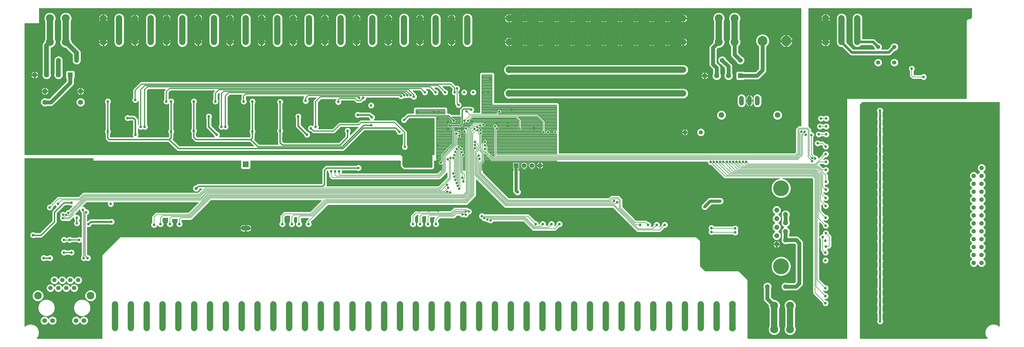
<source format=gbl>
G75*
%MOIN*%
%OFA0B0*%
%FSLAX25Y25*%
%IPPOS*%
%LPD*%
%AMOC8*
5,1,8,0,0,1.08239X$1,22.5*
%
%ADD10OC8,0.12400*%
%ADD11C,0.12400*%
%ADD12OC8,0.06300*%
%ADD13C,0.06300*%
%ADD14C,0.07677*%
%ADD15C,0.08600*%
%ADD16R,0.06000X0.06000*%
%ADD17C,0.06000*%
%ADD18C,0.05600*%
%ADD19OC8,0.05600*%
%ADD20C,0.06000*%
%ADD21OC8,0.06000*%
%ADD22C,0.20000*%
%ADD23C,0.10000*%
%ADD24C,0.09626*%
%ADD25C,0.05504*%
%ADD26C,0.06024*%
%ADD27R,0.06496X0.06496*%
%ADD28C,0.06496*%
%ADD29OC8,0.05200*%
%ADD30C,0.05200*%
%ADD31R,0.07600X0.07600*%
%ADD32C,0.05937*%
%ADD33C,0.07087*%
%ADD34C,0.05346*%
%ADD35C,0.05937*%
%ADD36C,0.01600*%
%ADD37C,0.03372*%
%ADD38C,0.01000*%
%ADD39C,0.00800*%
%ADD40C,0.03175*%
%ADD41C,0.01200*%
%ADD42C,0.08000*%
%ADD43C,0.03569*%
%ADD44C,0.03962*%
%ADD45C,0.04000*%
%ADD46C,0.02400*%
%ADD47C,0.05000*%
%ADD48C,0.02000*%
%ADD49C,0.03200*%
D10*
X0986962Y0401181D03*
D11*
X0956962Y0401181D03*
D12*
X0095462Y0337681D03*
X0050462Y0337681D03*
D13*
X0050462Y0323681D03*
X0095462Y0323681D03*
D14*
X0144044Y0399776D03*
X0164044Y0399776D03*
X0184044Y0399776D03*
X0204044Y0399776D03*
X0224044Y0399776D03*
X0244044Y0399776D03*
X0264044Y0399776D03*
X0284044Y0399776D03*
X0304044Y0399776D03*
X0324044Y0399776D03*
X0344044Y0399776D03*
X0364044Y0399776D03*
X0384044Y0399776D03*
X0404044Y0399776D03*
X0424044Y0399776D03*
X0444044Y0399776D03*
X0464044Y0399776D03*
X0484044Y0399776D03*
X0504044Y0399776D03*
X0524044Y0399776D03*
X0544044Y0399776D03*
X0564044Y0399776D03*
X0584044Y0399776D03*
X0584044Y0429776D03*
X0564044Y0429776D03*
X0544044Y0429776D03*
X0524044Y0429776D03*
X0504044Y0429776D03*
X0484044Y0429776D03*
X0464044Y0429776D03*
X0444044Y0429776D03*
X0424044Y0429776D03*
X0404044Y0429776D03*
X0384044Y0429776D03*
X0364044Y0429776D03*
X0344044Y0429776D03*
X0324044Y0429776D03*
X0304044Y0429776D03*
X0284044Y0429776D03*
X0264044Y0429776D03*
X0244044Y0429776D03*
X0224044Y0429776D03*
X0204044Y0429776D03*
X0184044Y0429776D03*
X0164044Y0429776D03*
X0144044Y0429776D03*
X0656682Y0429776D03*
X0676682Y0429776D03*
X0696682Y0429776D03*
X0716682Y0429776D03*
X0736682Y0429776D03*
X0756682Y0429776D03*
X0776682Y0429776D03*
X0796682Y0429776D03*
X0816682Y0429776D03*
X0836682Y0429776D03*
X0856682Y0429776D03*
X0856682Y0399776D03*
X0836682Y0399776D03*
X0816682Y0399776D03*
X0796682Y0399776D03*
X0776682Y0399776D03*
X0756682Y0399776D03*
X0736682Y0399776D03*
X0716682Y0399776D03*
X0696682Y0399776D03*
X0676682Y0399776D03*
X0656682Y0399776D03*
X0656682Y0364776D03*
X0676682Y0364776D03*
X0696682Y0364776D03*
X0716682Y0364776D03*
X0736682Y0364776D03*
X0756682Y0364776D03*
X0776682Y0364776D03*
X0796682Y0364776D03*
X0816682Y0364776D03*
X0836682Y0364776D03*
X0856682Y0364776D03*
X0856682Y0334776D03*
X0836682Y0334776D03*
X0816682Y0334776D03*
X0796682Y0334776D03*
X0776682Y0334776D03*
X0756682Y0334776D03*
X0736682Y0334776D03*
X0716682Y0334776D03*
X0696682Y0334776D03*
X0676682Y0334776D03*
X0656682Y0334776D03*
X1056682Y0399776D03*
X1076682Y0399776D03*
X1076682Y0429776D03*
X1056682Y0429776D03*
X0899104Y0068087D03*
X0879104Y0068087D03*
X0859104Y0068087D03*
X0839104Y0068087D03*
X0819104Y0068087D03*
X0799104Y0068087D03*
X0779104Y0068087D03*
X0759104Y0068087D03*
X0739104Y0068087D03*
X0719104Y0068087D03*
X0699104Y0068087D03*
X0679104Y0068087D03*
X0659104Y0068087D03*
X0639104Y0068087D03*
X0619104Y0068087D03*
X0599104Y0068087D03*
X0579104Y0068087D03*
X0559104Y0068087D03*
X0539104Y0068087D03*
X0519104Y0068087D03*
X0499104Y0068087D03*
X0479104Y0068087D03*
X0459104Y0068087D03*
X0439104Y0068087D03*
X0419104Y0068087D03*
X0399104Y0068087D03*
X0379104Y0068087D03*
X0359104Y0068087D03*
X0339104Y0068087D03*
X0319104Y0068087D03*
X0299104Y0068087D03*
X0279104Y0068087D03*
X0259104Y0068087D03*
X0239104Y0068087D03*
X0219104Y0068087D03*
X0199104Y0068087D03*
X0179104Y0068087D03*
X0159104Y0068087D03*
X0139104Y0068087D03*
X0139104Y0038087D03*
X0159104Y0038087D03*
X0179104Y0038087D03*
X0199104Y0038087D03*
X0219104Y0038087D03*
X0239104Y0038087D03*
X0259104Y0038087D03*
X0279104Y0038087D03*
X0299104Y0038087D03*
X0319104Y0038087D03*
X0339104Y0038087D03*
X0359104Y0038087D03*
X0379104Y0038087D03*
X0399104Y0038087D03*
X0419104Y0038087D03*
X0439104Y0038087D03*
X0459104Y0038087D03*
X0479104Y0038087D03*
X0499104Y0038087D03*
X0519104Y0038087D03*
X0539104Y0038087D03*
X0559104Y0038087D03*
X0579104Y0038087D03*
X0599104Y0038087D03*
X0619104Y0038087D03*
X0639104Y0038087D03*
X0659104Y0038087D03*
X0679104Y0038087D03*
X0699104Y0038087D03*
X0719104Y0038087D03*
X0739104Y0038087D03*
X0759104Y0038087D03*
X0779104Y0038087D03*
X0799104Y0038087D03*
X0819104Y0038087D03*
X0839104Y0038087D03*
X0859104Y0038087D03*
X0879104Y0038087D03*
X0899104Y0038087D03*
D15*
X0919104Y0038087D03*
X0919104Y0068087D03*
X0636682Y0334776D03*
X0636682Y0364776D03*
X0636682Y0399776D03*
X0636682Y0429776D03*
X1036682Y0429776D03*
X1036682Y0399776D03*
X0124044Y0399776D03*
X0124044Y0429776D03*
D16*
X0645824Y0243681D03*
D17*
X0655824Y0243681D03*
X0665824Y0243681D03*
X0675824Y0243681D03*
D18*
X1223824Y0240681D03*
D19*
X1233824Y0240681D03*
X1233824Y0230681D03*
X1223824Y0230681D03*
X1223824Y0220681D03*
X1233824Y0220681D03*
X1233824Y0210681D03*
X1223824Y0210681D03*
X1223824Y0200681D03*
X1233824Y0200681D03*
X1233824Y0190681D03*
X1223824Y0190681D03*
X1223824Y0180681D03*
X1233824Y0180681D03*
X1233824Y0170681D03*
X1223824Y0170681D03*
X1223824Y0160681D03*
X1233824Y0160681D03*
X1233824Y0150681D03*
X1223824Y0150681D03*
X1223824Y0140681D03*
X1233824Y0140681D03*
X1233824Y0130681D03*
X1223824Y0130681D03*
X1223824Y0120681D03*
X1233824Y0120681D03*
D20*
X0950462Y0322681D02*
X0950462Y0328681D01*
X0940462Y0328681D02*
X0940462Y0322681D01*
X0930462Y0322681D02*
X0930462Y0328681D01*
X0090379Y0376681D02*
X0090379Y0386079D01*
X0076682Y0399776D01*
X0056682Y0399776D02*
X0052462Y0395555D01*
X0052462Y0358181D01*
X0067462Y0358181D02*
X0067462Y0376598D01*
X0067544Y0376681D01*
D21*
X0974862Y0187281D03*
X0986062Y0181881D03*
X0974862Y0176481D03*
X0986062Y0171081D03*
X0974862Y0165681D03*
X0986062Y0160281D03*
X0974862Y0154881D03*
X0986062Y0149481D03*
X0974862Y0144081D03*
D22*
X0980462Y0116381D03*
X0980462Y0214981D03*
D23*
X0971741Y0066587D03*
X0991741Y0066587D03*
X0991741Y0036587D03*
X0971741Y0036587D03*
X0921682Y0399776D03*
X0901682Y0399776D03*
X0901682Y0429776D03*
X0921682Y0429776D03*
X0076682Y0429776D03*
X0056682Y0429776D03*
X0056682Y0399776D03*
X0076682Y0399776D03*
D24*
X0108059Y0079162D03*
X0041524Y0079162D03*
D25*
X0057292Y0088808D03*
X0067292Y0088808D03*
X0077292Y0088808D03*
X0087292Y0088808D03*
X0092292Y0098808D03*
X0082292Y0098808D03*
X0072292Y0098808D03*
X0062292Y0098808D03*
D26*
X0059890Y0047627D03*
X0049890Y0047627D03*
X0089693Y0047627D03*
X0099693Y0047627D03*
D27*
X0082462Y0358181D03*
X0928962Y0357181D03*
D28*
X0913962Y0357181D03*
X0898962Y0357181D03*
X0883962Y0357181D03*
X0067462Y0358181D03*
X0052462Y0358181D03*
X0037462Y0358181D03*
D29*
X0858962Y0285681D03*
D30*
X0878962Y0285681D03*
D31*
X0304048Y0245181D03*
D32*
X0307017Y0164472D02*
X0301080Y0164472D01*
D33*
X0905029Y0307413D03*
X0975895Y0307413D03*
D34*
X1102962Y0373839D03*
X1123462Y0373839D03*
X1123462Y0393524D03*
X1102962Y0393524D03*
D35*
X0928879Y0376681D03*
X0906044Y0376681D03*
X0963044Y0090681D03*
X0985879Y0090681D03*
X0090379Y0376681D03*
X0067544Y0376681D03*
D36*
X0129824Y0324681D02*
X0129824Y0286681D01*
X0129824Y0278319D01*
X0131462Y0276681D01*
X0207462Y0276681D01*
X0218962Y0265181D01*
X0426573Y0265181D01*
X0452573Y0291181D01*
X0493462Y0291181D01*
X0498462Y0286181D01*
X0503962Y0301181D02*
X0509462Y0306681D01*
X0560462Y0306681D01*
X0566962Y0300181D01*
X0561462Y0294181D02*
X0575462Y0294181D01*
X0577462Y0296181D01*
X0577462Y0313181D01*
X0579462Y0315181D01*
X0587962Y0315181D01*
X0588962Y0314181D01*
X0462824Y0294681D02*
X0452962Y0294681D01*
X0425662Y0267381D01*
X0423462Y0267381D01*
X0319762Y0267381D01*
X0310462Y0276681D01*
X0312462Y0278681D01*
X0312462Y0286681D01*
X0312462Y0324681D01*
X0347462Y0324181D02*
X0347462Y0287681D01*
X0347462Y0272681D01*
X0350562Y0269581D01*
X0422862Y0269581D01*
X0432824Y0279543D01*
X0432824Y0287681D01*
X0310462Y0276681D02*
X0241462Y0276681D01*
X0238462Y0279681D01*
X0238462Y0287681D01*
X0238462Y0324681D01*
X0209824Y0324681D02*
X0209824Y0286681D01*
X0209824Y0279043D01*
X0207462Y0276681D01*
X0244462Y0217681D02*
X0401462Y0217681D01*
X0403462Y0219681D01*
X0403462Y0237681D01*
X0406462Y0240681D01*
X0446462Y0240681D01*
X0511324Y0186681D02*
X0523324Y0186681D01*
X0535324Y0186681D01*
X0547324Y0186681D01*
X0800324Y0185681D02*
X0812324Y0185681D01*
X0824324Y0185681D01*
X0836324Y0185681D01*
X1053824Y0188181D02*
X1053824Y0173181D01*
X1053824Y0163181D01*
X1053824Y0153181D01*
X1053824Y0143181D01*
X1053824Y0128181D01*
X1053824Y0118181D01*
X1053824Y0108181D01*
X1053824Y0098181D01*
X1053824Y0083181D01*
X1053824Y0073181D01*
X1053824Y0063181D01*
X1053824Y0053181D01*
X1105324Y0046819D02*
X1105462Y0046681D01*
X1121824Y0058181D02*
X1121824Y0068181D01*
X1121824Y0078181D01*
X1121824Y0088181D01*
X1121824Y0103181D01*
X1121824Y0113181D01*
X1121824Y0123181D01*
X1121824Y0133181D01*
X1121824Y0148181D01*
X1121824Y0168181D01*
X1121824Y0178181D01*
X1121824Y0193181D01*
X1121824Y0203181D01*
X1121824Y0213181D01*
X1121824Y0223181D01*
X1121824Y0238181D01*
X1121824Y0248181D01*
X1121824Y0258181D01*
X1121824Y0268181D01*
X1121824Y0283181D01*
X1121824Y0293181D01*
X1121824Y0303181D01*
X1121824Y0313181D01*
X1053824Y0308181D02*
X1053824Y0298181D01*
X1053824Y0288181D01*
X1053824Y0278181D01*
X1053824Y0263181D01*
X1053824Y0253181D01*
X1053824Y0243181D01*
X1053824Y0233181D01*
X1053824Y0218181D01*
X1053824Y0208181D01*
X1053824Y0198181D01*
X1053824Y0188181D01*
X1054462Y0342181D02*
X1054462Y0370181D01*
X0244462Y0217681D02*
X0241462Y0214681D01*
X0084026Y0196681D02*
X0074462Y0196681D01*
X0062462Y0184681D01*
X0062462Y0172681D01*
X0045462Y0155681D01*
X0035462Y0155681D01*
X0048824Y0126681D02*
X0056824Y0126681D01*
D37*
X0056824Y0126681D03*
X0048824Y0126681D03*
X0044462Y0131681D03*
X0026462Y0132681D03*
X0026462Y0122681D03*
X0026462Y0112681D03*
X0026462Y0102681D03*
X0026462Y0089681D03*
X0026462Y0079681D03*
X0026462Y0069681D03*
X0026462Y0059681D03*
X0026462Y0049681D03*
X0109462Y0029681D03*
X0119462Y0029681D03*
X0119462Y0039681D03*
X0119462Y0049681D03*
X0119462Y0059681D03*
X0119462Y0069681D03*
X0119462Y0079681D03*
X0119462Y0089681D03*
X0119462Y0099681D03*
X0119462Y0109681D03*
X0119462Y0119681D03*
X0104462Y0126681D03*
X0099462Y0126681D03*
X0093824Y0128681D03*
X0093824Y0133681D03*
X0089824Y0133681D03*
X0083852Y0133681D03*
X0074462Y0133681D03*
X0068462Y0133681D03*
X0062462Y0136681D03*
X0069824Y0126681D03*
X0074462Y0121681D03*
X0119462Y0129681D03*
X0123876Y0136010D03*
X0128340Y0140974D03*
X0135412Y0148045D03*
X0138947Y0151581D03*
X0148462Y0155681D03*
X0158462Y0155681D03*
X0168462Y0155681D03*
X0178462Y0155681D03*
X0188462Y0155681D03*
X0198462Y0155681D03*
X0208462Y0155681D03*
X0218462Y0155681D03*
X0225462Y0155681D03*
X0235462Y0155681D03*
X0245462Y0155681D03*
X0255462Y0155681D03*
X0265462Y0155681D03*
X0275462Y0155681D03*
X0285462Y0155681D03*
X0295462Y0155681D03*
X0305462Y0155681D03*
X0315462Y0155681D03*
X0325462Y0155681D03*
X0335462Y0155681D03*
X0345462Y0155681D03*
X0355462Y0155681D03*
X0365462Y0155681D03*
X0375462Y0155681D03*
X0385462Y0155681D03*
X0395462Y0155681D03*
X0400462Y0160681D03*
X0405462Y0155681D03*
X0410962Y0160681D03*
X0415962Y0155681D03*
X0420962Y0160681D03*
X0425962Y0155681D03*
X0435962Y0155681D03*
X0445962Y0155681D03*
X0455962Y0155681D03*
X0465962Y0155681D03*
X0475962Y0155681D03*
X0485962Y0155681D03*
X0495962Y0155681D03*
X0505962Y0155681D03*
X0501462Y0163181D03*
X0494462Y0163181D03*
X0487462Y0163181D03*
X0487462Y0172181D03*
X0501462Y0172181D03*
X0515324Y0169681D03*
X0524324Y0169681D03*
X0534324Y0169681D03*
X0544324Y0169681D03*
X0550462Y0169681D03*
X0553462Y0163681D03*
X0560462Y0155681D03*
X0570462Y0155681D03*
X0580462Y0155681D03*
X0590462Y0155681D03*
X0600462Y0155681D03*
X0610462Y0155681D03*
X0620462Y0155681D03*
X0630462Y0155681D03*
X0640462Y0155681D03*
X0650462Y0155681D03*
X0660462Y0155681D03*
X0670324Y0169681D03*
X0679324Y0169681D03*
X0690324Y0169681D03*
X0700324Y0169681D03*
X0708462Y0168681D03*
X0708462Y0163681D03*
X0720462Y0160681D03*
X0730462Y0160681D03*
X0740462Y0160681D03*
X0750462Y0160681D03*
X0760462Y0160681D03*
X0770462Y0160681D03*
X0802324Y0168681D03*
X0812324Y0168681D03*
X0823324Y0168681D03*
X0833324Y0168681D03*
X0841462Y0168681D03*
X0843462Y0163681D03*
X0850962Y0158181D03*
X0860962Y0158181D03*
X0870962Y0158181D03*
X0880962Y0158181D03*
X0892462Y0159681D03*
X0892462Y0164681D03*
X0917962Y0154681D03*
X0922462Y0159181D03*
X0922462Y0164181D03*
X0919462Y0170681D03*
X0922462Y0178681D03*
X0938462Y0182181D03*
X0903462Y0191681D03*
X0880962Y0184181D03*
X0870962Y0184181D03*
X0860962Y0184181D03*
X0850962Y0184181D03*
X0836324Y0185681D03*
X0824324Y0185681D03*
X0812324Y0185681D03*
X0800324Y0185681D03*
X0773276Y0197181D03*
X0769473Y0198995D03*
X0770962Y0211181D03*
X0780962Y0211181D03*
X0790962Y0211181D03*
X0800962Y0211181D03*
X0810962Y0211181D03*
X0820962Y0211181D03*
X0830962Y0211181D03*
X0840962Y0211181D03*
X0850962Y0211181D03*
X0860962Y0211181D03*
X0870962Y0211181D03*
X0880962Y0211181D03*
X0890962Y0211181D03*
X0900962Y0211181D03*
X0910962Y0211181D03*
X0920962Y0211181D03*
X0930962Y0211181D03*
X0932462Y0204181D03*
X0940962Y0211181D03*
X1012962Y0208181D03*
X1012962Y0198181D03*
X1036824Y0202681D03*
X1053824Y0198181D03*
X1053824Y0208181D03*
X1036962Y0213181D03*
X1053824Y0218181D03*
X1036962Y0223181D03*
X1045824Y0230681D03*
X1053824Y0233181D03*
X1036962Y0238181D03*
X1053824Y0243181D03*
X1036962Y0248181D03*
X1023462Y0252681D03*
X1036824Y0258181D03*
X1053824Y0253181D03*
X1053824Y0263181D03*
X1036824Y0267681D03*
X1041324Y0275681D03*
X1046324Y0275681D03*
X1053824Y0278181D03*
X1058824Y0273181D03*
X1037462Y0283181D03*
X1027976Y0283181D03*
X1029376Y0293181D03*
X1037462Y0293181D03*
X1053824Y0288181D03*
X1053824Y0298181D03*
X1037462Y0303181D03*
X1030776Y0303181D03*
X1053824Y0308181D03*
X1085824Y0319681D03*
X1099824Y0319681D03*
X1105324Y0313181D03*
X1121824Y0313181D03*
X1134324Y0309681D03*
X1141824Y0303681D03*
X1145462Y0310681D03*
X1153824Y0314681D03*
X1121824Y0303181D03*
X1121824Y0293181D03*
X1121824Y0283181D03*
X1105324Y0283181D03*
X1105324Y0293181D03*
X1105324Y0303181D03*
X1153824Y0292681D03*
X1121824Y0268181D03*
X1121824Y0258181D03*
X1121824Y0248181D03*
X1105324Y0248181D03*
X1105324Y0258181D03*
X1105324Y0268181D03*
X1088824Y0273181D03*
X1026576Y0271794D03*
X0990462Y0295681D03*
X0975462Y0295681D03*
X0965462Y0295681D03*
X0955462Y0295681D03*
X0945462Y0295681D03*
X0937462Y0295681D03*
X0920462Y0295681D03*
X0905462Y0295681D03*
X0890462Y0295681D03*
X0860462Y0295681D03*
X0850462Y0295681D03*
X0845462Y0285681D03*
X0835462Y0285681D03*
X0825462Y0285681D03*
X0815462Y0285681D03*
X0805462Y0285681D03*
X0795462Y0285681D03*
X0785462Y0285681D03*
X0775462Y0285681D03*
X0765462Y0285681D03*
X0755462Y0285681D03*
X0745462Y0285681D03*
X0735462Y0285681D03*
X0725462Y0285681D03*
X0715462Y0285681D03*
X0705462Y0285681D03*
X0694962Y0285681D03*
X0685962Y0285681D03*
X0668462Y0290681D03*
X0634962Y0293467D03*
X0634962Y0297681D03*
X0639962Y0314181D03*
X0610462Y0336181D03*
X0604462Y0336181D03*
X0612962Y0353681D03*
X0592462Y0352681D03*
X0572462Y0364681D03*
X0563962Y0374681D03*
X0592462Y0370681D03*
X0532462Y0364681D03*
X0523962Y0374681D03*
X0492462Y0364681D03*
X0483962Y0374681D03*
X0452462Y0364681D03*
X0443962Y0374681D03*
X0412462Y0364681D03*
X0403462Y0374681D03*
X0372462Y0364681D03*
X0363462Y0374681D03*
X0332462Y0364681D03*
X0323462Y0374681D03*
X0292462Y0364681D03*
X0283962Y0374681D03*
X0252462Y0364681D03*
X0243962Y0374681D03*
X0212462Y0364681D03*
X0203962Y0374681D03*
X0172462Y0364681D03*
X0163962Y0374681D03*
X0132462Y0364681D03*
X0123962Y0374681D03*
X0103962Y0379681D03*
X0103962Y0389681D03*
X0103962Y0399681D03*
X0103962Y0409681D03*
X0104962Y0364181D03*
X0104962Y0358181D03*
X0152462Y0349681D03*
X0152462Y0339181D03*
X0164462Y0326681D03*
X0135824Y0324681D03*
X0129824Y0324681D03*
X0118462Y0325681D03*
X0096824Y0303681D03*
X0096824Y0297681D03*
X0096824Y0292681D03*
X0096824Y0287681D03*
X0096824Y0281681D03*
X0121462Y0292181D03*
X0129824Y0286681D03*
X0141324Y0283681D03*
X0149462Y0285181D03*
X0164824Y0282681D03*
X0171462Y0292681D03*
X0176462Y0292681D03*
X0193824Y0282681D03*
X0209824Y0286681D03*
X0220824Y0286681D03*
X0220962Y0292681D03*
X0232962Y0287681D03*
X0238462Y0287681D03*
X0245462Y0285181D03*
X0250462Y0283181D03*
X0267462Y0282681D03*
X0284462Y0282681D03*
X0278462Y0292681D03*
X0273462Y0292681D03*
X0257462Y0305681D03*
X0227462Y0318681D03*
X0221462Y0318681D03*
X0209824Y0324681D03*
X0203824Y0324681D03*
X0238462Y0324681D03*
X0259962Y0326681D03*
X0265785Y0324681D03*
X0283962Y0326181D03*
X0287462Y0330681D03*
X0295962Y0330681D03*
X0295962Y0326181D03*
X0301462Y0324681D03*
X0312462Y0324681D03*
X0323962Y0318681D03*
X0336462Y0318681D03*
X0347462Y0324181D03*
X0373962Y0329181D03*
X0379712Y0325431D03*
X0407462Y0325681D03*
X0414462Y0324181D03*
X0420962Y0324181D03*
X0426962Y0324181D03*
X0447462Y0329181D03*
X0452462Y0329181D03*
X0470962Y0326681D03*
X0490462Y0326681D03*
X0445462Y0313681D03*
X0445462Y0307681D03*
X0445462Y0300681D03*
X0432462Y0305181D03*
X0423462Y0305181D03*
X0409962Y0305681D03*
X0392462Y0292681D03*
X0386462Y0290681D03*
X0381462Y0282681D03*
X0365462Y0277681D03*
X0378962Y0275681D03*
X0397462Y0276681D03*
X0397462Y0282681D03*
X0420462Y0274681D03*
X0438962Y0270181D03*
X0450962Y0277681D03*
X0464962Y0277681D03*
X0457962Y0285181D03*
X0438962Y0287681D03*
X0432824Y0287681D03*
X0426462Y0287681D03*
X0463462Y0304681D03*
X0483462Y0304681D03*
X0489462Y0282681D03*
X0489462Y0276681D03*
X0400462Y0245681D03*
X0390462Y0245681D03*
X0380462Y0245681D03*
X0370462Y0245681D03*
X0360462Y0245681D03*
X0350462Y0245681D03*
X0340462Y0245681D03*
X0330462Y0245681D03*
X0320462Y0245681D03*
X0365462Y0235681D03*
X0375462Y0235681D03*
X0385462Y0235681D03*
X0395962Y0237181D03*
X0411962Y0236181D03*
X0416962Y0236181D03*
X0421962Y0236181D03*
X0440962Y0222181D03*
X0450962Y0222181D03*
X0460962Y0222181D03*
X0470962Y0222181D03*
X0480962Y0222181D03*
X0490962Y0222181D03*
X0500962Y0222181D03*
X0510962Y0222181D03*
X0520962Y0222181D03*
X0530962Y0222181D03*
X0538462Y0222181D03*
X0496962Y0239681D03*
X0600462Y0200681D03*
X0605462Y0195681D03*
X0610462Y0190681D03*
X0615462Y0185681D03*
X0620462Y0190681D03*
X0625462Y0185681D03*
X0635462Y0185681D03*
X0645462Y0185681D03*
X0664324Y0187681D03*
X0676324Y0187681D03*
X0688324Y0187681D03*
X0700324Y0187681D03*
X0718462Y0177681D03*
X0732462Y0177681D03*
X0725462Y0169681D03*
X0720962Y0204681D03*
X0710962Y0204681D03*
X0700962Y0204681D03*
X0690962Y0204681D03*
X0680962Y0204681D03*
X0670962Y0204681D03*
X0660962Y0204681D03*
X0657962Y0209681D03*
X0653962Y0213681D03*
X0636962Y0213681D03*
X0636962Y0208681D03*
X0640962Y0204681D03*
X0615462Y0195681D03*
X0610462Y0200681D03*
X0595462Y0195681D03*
X0600462Y0190681D03*
X0605462Y0185681D03*
X0595462Y0185681D03*
X0585962Y0192681D03*
X0565462Y0191681D03*
X0547324Y0186681D03*
X0535324Y0186681D03*
X0523324Y0186681D03*
X0511324Y0186681D03*
X0568462Y0172181D03*
X0392462Y0163681D03*
X0383324Y0169681D03*
X0371324Y0169681D03*
X0362324Y0169681D03*
X0350324Y0169681D03*
X0347324Y0186681D03*
X0359324Y0186681D03*
X0371324Y0186681D03*
X0383324Y0186681D03*
X0341462Y0198181D03*
X0336462Y0198181D03*
X0331462Y0198181D03*
X0326462Y0198181D03*
X0321462Y0198181D03*
X0316462Y0198181D03*
X0311462Y0198181D03*
X0262462Y0174181D03*
X0241462Y0163681D03*
X0227462Y0163681D03*
X0220324Y0169681D03*
X0208324Y0169681D03*
X0196324Y0169681D03*
X0188324Y0168681D03*
X0160462Y0180181D03*
X0160462Y0186181D03*
X0160462Y0192181D03*
X0151462Y0192181D03*
X0133462Y0195181D03*
X0118462Y0194681D03*
X0111462Y0194681D03*
X0120462Y0187681D03*
X0120462Y0183181D03*
X0120462Y0178681D03*
X0120462Y0167181D03*
X0120462Y0161681D03*
X0105462Y0169728D03*
X0120462Y0155681D03*
X0115824Y0151681D03*
X0093824Y0149681D03*
X0081785Y0149721D03*
X0074462Y0149681D03*
X0057824Y0157681D03*
X0035462Y0155681D03*
X0026462Y0155681D03*
X0026462Y0162681D03*
X0026462Y0172681D03*
X0035462Y0173681D03*
X0035462Y0179681D03*
X0035462Y0185681D03*
X0035462Y0191681D03*
X0035462Y0197681D03*
X0056462Y0197681D03*
X0056462Y0204681D03*
X0066962Y0195181D03*
X0056462Y0190681D03*
X0084026Y0196681D03*
X0098462Y0187681D03*
X0102462Y0184681D03*
X0151462Y0180181D03*
X0184324Y0185681D03*
X0196324Y0185681D03*
X0208324Y0185681D03*
X0220324Y0185681D03*
X0234462Y0171181D03*
X0225462Y0213181D03*
X0215462Y0213181D03*
X0205462Y0213181D03*
X0195462Y0213181D03*
X0185462Y0213181D03*
X0175462Y0213181D03*
X0165462Y0213181D03*
X0139462Y0213181D03*
X0126462Y0211681D03*
X0105462Y0223181D03*
X0090462Y0215681D03*
X0087962Y0212681D03*
X0071462Y0214681D03*
X0126462Y0236181D03*
X0133324Y0242681D03*
X0140462Y0236181D03*
X0147462Y0230181D03*
X0154462Y0230181D03*
X0155462Y0245681D03*
X0165462Y0245681D03*
X0175462Y0245681D03*
X0185462Y0245681D03*
X0195462Y0245681D03*
X0205462Y0245681D03*
X0215462Y0245681D03*
X0225462Y0245681D03*
X0235462Y0245681D03*
X0245462Y0245681D03*
X0255462Y0245681D03*
X0260462Y0270181D03*
X0232962Y0275181D03*
X0220462Y0271681D03*
X0204962Y0271681D03*
X0192962Y0271681D03*
X0176962Y0271681D03*
X0155462Y0271181D03*
X0142462Y0271181D03*
X0100962Y0249181D03*
X0085962Y0249181D03*
X0072462Y0243681D03*
X0093462Y0240181D03*
X0120462Y0245681D03*
X0145462Y0245681D03*
X0085824Y0261681D03*
X0072324Y0261681D03*
X0046324Y0262681D03*
X0039824Y0265681D03*
X0033824Y0261681D03*
X0034462Y0251181D03*
X0040462Y0246181D03*
X0046462Y0248681D03*
X0029462Y0273681D03*
X0064824Y0281681D03*
X0064824Y0287681D03*
X0064824Y0292681D03*
X0064824Y0297681D03*
X0064824Y0303681D03*
X0121462Y0302681D03*
X0154824Y0303681D03*
X0191824Y0303681D03*
X0215824Y0305181D03*
X0227462Y0336681D03*
X0259962Y0336681D03*
X0293462Y0304681D03*
X0312462Y0286681D03*
X0318824Y0286681D03*
X0341462Y0286681D03*
X0347462Y0287681D03*
X0358462Y0285181D03*
X0351462Y0277681D03*
X0370462Y0305681D03*
X0362962Y0308181D03*
X0391962Y0351681D03*
X0432462Y0351681D03*
X0472462Y0351681D03*
X0512962Y0351681D03*
X0695962Y0242181D03*
X0705962Y0242181D03*
X0715962Y0242181D03*
X0725962Y0242181D03*
X0735962Y0242181D03*
X0745962Y0242181D03*
X0755962Y0242181D03*
X0765962Y0242181D03*
X0775962Y0242181D03*
X0785962Y0242181D03*
X0795962Y0242181D03*
X0805962Y0242181D03*
X0815962Y0242181D03*
X0825962Y0242181D03*
X0835962Y0242181D03*
X0845962Y0242181D03*
X0855962Y0242181D03*
X0865962Y0242181D03*
X0875962Y0242181D03*
X0891462Y0248181D03*
X0895462Y0248181D03*
X0899490Y0248181D03*
X0903462Y0248181D03*
X0907462Y0248181D03*
X0911962Y0248181D03*
X0915962Y0248181D03*
X0919962Y0248181D03*
X0923962Y0248181D03*
X0927962Y0248181D03*
X0932462Y0248181D03*
X0936462Y0248181D03*
X1012962Y0218181D03*
X1036824Y0192681D03*
X1045824Y0185681D03*
X1053824Y0188181D03*
X1036824Y0177681D03*
X1053824Y0173181D03*
X1036824Y0167681D03*
X1053824Y0163181D03*
X1036962Y0158181D03*
X1032962Y0153181D03*
X1036462Y0148681D03*
X1053824Y0153181D03*
X1053824Y0143181D03*
X1045824Y0140181D03*
X1036962Y0141181D03*
X1036462Y0133681D03*
X1053824Y0128181D03*
X1036462Y0123681D03*
X1053824Y0118181D03*
X1053824Y0108181D03*
X1036324Y0108181D03*
X1053824Y0098181D03*
X1045824Y0095681D03*
X1037824Y0095681D03*
X1036462Y0088681D03*
X1053824Y0083181D03*
X1036462Y0078681D03*
X1036462Y0069681D03*
X1053824Y0073181D03*
X1053824Y0063181D03*
X1053824Y0053181D03*
X1058824Y0048681D03*
X1052962Y0042181D03*
X1042962Y0042181D03*
X1032962Y0037181D03*
X1042962Y0032181D03*
X1052962Y0032181D03*
X1022962Y0032181D03*
X1014962Y0032181D03*
X1022962Y0042181D03*
X1032962Y0047181D03*
X1022962Y0052181D03*
X1022962Y0062181D03*
X1012962Y0087181D03*
X1012962Y0097181D03*
X1012962Y0108181D03*
X1012962Y0118181D03*
X1012962Y0128181D03*
X1012962Y0138181D03*
X1012962Y0148181D03*
X1012962Y0158181D03*
X1012962Y0168181D03*
X1012962Y0178181D03*
X1012962Y0188181D03*
X1088824Y0183181D03*
X1105324Y0178181D03*
X1105324Y0168181D03*
X1105324Y0158181D03*
X1105324Y0148181D03*
X1121824Y0148181D03*
X1143462Y0146681D03*
X1134824Y0141681D03*
X1150462Y0133681D03*
X1140462Y0124681D03*
X1121824Y0123181D03*
X1121824Y0113181D03*
X1121824Y0103181D03*
X1105324Y0103181D03*
X1105324Y0113181D03*
X1105324Y0123181D03*
X1105324Y0133181D03*
X1121824Y0133181D03*
X1088824Y0138181D03*
X1121824Y0158181D03*
X1121824Y0168181D03*
X1121824Y0178181D03*
X1121824Y0193181D03*
X1121824Y0203181D03*
X1121824Y0213181D03*
X1142462Y0213681D03*
X1152462Y0204681D03*
X1152462Y0223681D03*
X1175824Y0233681D03*
X1180462Y0228681D03*
X1152824Y0240681D03*
X1144462Y0236681D03*
X1121824Y0238181D03*
X1105324Y0238181D03*
X1088324Y0228181D03*
X1105324Y0223181D03*
X1105324Y0213181D03*
X1105324Y0203181D03*
X1105324Y0193181D03*
X1121824Y0223181D03*
X1219824Y0246681D03*
X1219824Y0252681D03*
X1226824Y0252681D03*
X1226824Y0245681D03*
X1214462Y0292681D03*
X1206462Y0314681D03*
X1198462Y0315681D03*
X1199962Y0340181D03*
X1204962Y0340181D03*
X1194962Y0340181D03*
X1189962Y0340181D03*
X1184962Y0340181D03*
X1179962Y0340181D03*
X1174962Y0340181D03*
X1169962Y0340181D03*
X1145462Y0340181D03*
X1138462Y0340181D03*
X1129462Y0340181D03*
X1120462Y0340181D03*
X1110462Y0340181D03*
X1094462Y0340181D03*
X1077962Y0341181D03*
X1094462Y0350681D03*
X1054462Y0356681D03*
X1050462Y0349681D03*
X1045962Y0356681D03*
X1046462Y0342181D03*
X1054462Y0342181D03*
X1055462Y0326681D03*
X1061462Y0326681D03*
X1049462Y0326681D03*
X1042962Y0326681D03*
X1036462Y0326681D03*
X1030462Y0326681D03*
X0999462Y0325681D03*
X0999462Y0315681D03*
X0999462Y0305681D03*
X0965462Y0311681D03*
X0955462Y0311681D03*
X0945462Y0311681D03*
X0937462Y0311681D03*
X0890462Y0310681D03*
X0890462Y0322681D03*
X0890462Y0335681D03*
X0908462Y0343681D03*
X0940462Y0335181D03*
X0978462Y0343681D03*
X0975462Y0352681D03*
X0955962Y0352681D03*
X0999462Y0355681D03*
X0999462Y0345681D03*
X0999462Y0335681D03*
X0999462Y0365681D03*
X0999462Y0375681D03*
X1034962Y0372181D03*
X1054462Y0370181D03*
X1109462Y0380681D03*
X1145462Y0366181D03*
X1160462Y0355681D03*
X1146462Y0351181D03*
X1169962Y0366181D03*
X1169962Y0370681D03*
X1169962Y0375681D03*
X1169962Y0380681D03*
X1169962Y0385681D03*
X1169962Y0390681D03*
X1169962Y0395681D03*
X1169962Y0400681D03*
X1174962Y0400681D03*
X1179962Y0400681D03*
X1184962Y0400681D03*
X1189962Y0400681D03*
X1194962Y0400681D03*
X1199962Y0400681D03*
X1204962Y0400681D03*
X1203962Y0417681D03*
X1146462Y0430181D03*
X1132462Y0430181D03*
X1113962Y0429681D03*
X1108962Y0429681D03*
X1103962Y0429681D03*
X1098962Y0429681D03*
X1093962Y0429681D03*
X1093962Y0405681D03*
X1098962Y0405681D03*
X1103962Y0405681D03*
X1108962Y0405681D03*
X1113962Y0405681D03*
X1118962Y0405681D03*
X1126962Y0400181D03*
X1131962Y0404181D03*
X1145462Y0401181D03*
X1169962Y0439681D03*
X1174962Y0439681D03*
X1179962Y0439681D03*
X1184962Y0439681D03*
X1189962Y0439681D03*
X1194962Y0439681D03*
X1199962Y0439681D03*
X1204962Y0439681D03*
X1212962Y0439681D03*
X1204962Y0366181D03*
X1199962Y0366181D03*
X1194962Y0366181D03*
X1189962Y0366181D03*
X1184962Y0366181D03*
X1179962Y0366181D03*
X1174962Y0366181D03*
X0760962Y0211181D03*
X0892462Y0149681D03*
X0884962Y0142181D03*
X0902462Y0137681D03*
X0884962Y0132181D03*
X0884962Y0122181D03*
X0894962Y0117181D03*
X0904962Y0117181D03*
X0928962Y0118181D03*
X0937324Y0129181D03*
X0936462Y0137681D03*
X0944462Y0134681D03*
X0951824Y0128681D03*
X0919962Y0132181D03*
X0947962Y0101181D03*
X0957962Y0101181D03*
X0968962Y0101181D03*
X0978962Y0101181D03*
X0988962Y0101181D03*
X0941962Y0080181D03*
X0941962Y0070181D03*
X0941962Y0060181D03*
X0941962Y0050181D03*
X0941962Y0041181D03*
X0941962Y0032181D03*
X1087324Y0046681D03*
X1105324Y0058181D03*
X1105324Y0068181D03*
X1121824Y0068181D03*
X1121824Y0058181D03*
X1144462Y0055681D03*
X1152462Y0060681D03*
X1155462Y0052681D03*
X1173824Y0045181D03*
X1173824Y0060681D03*
X1121824Y0078181D03*
X1121824Y0088181D03*
X1105324Y0088181D03*
X1088824Y0093181D03*
X1105324Y0078181D03*
X1173824Y0100681D03*
X1192324Y0106681D03*
X1150462Y0115681D03*
X1192324Y0126681D03*
X1184324Y0143681D03*
X1176824Y0143681D03*
X1199962Y0145181D03*
X1205324Y0145181D03*
X1152824Y0150681D03*
X0045462Y0145681D03*
X0036824Y0145681D03*
D38*
X0040914Y0025861D02*
X0040236Y0025183D01*
X0122462Y0025183D01*
X0122462Y0130681D01*
X0145462Y0153681D01*
X0873462Y0153681D01*
X0878462Y0148681D01*
X0878462Y0116681D01*
X0884462Y0110681D01*
X0926962Y0110681D01*
X0938462Y0099181D01*
X0938462Y0025183D01*
X1063462Y0025183D01*
X1063462Y0328681D01*
X1214462Y0328681D01*
X1214462Y0427181D01*
X1216462Y0429181D01*
X1218962Y0429181D01*
X1220962Y0431181D01*
X1220962Y0442163D01*
X1015462Y0442163D01*
X1015462Y0293282D01*
X1018374Y0290370D01*
X1018815Y0289304D01*
X1018815Y0286469D01*
X1019316Y0286469D01*
X1020818Y0285846D01*
X1021968Y0284697D01*
X1022590Y0283194D01*
X1022590Y0281568D01*
X1021968Y0280066D01*
X1021403Y0279501D01*
X1021403Y0258841D01*
X1023377Y0256867D01*
X1024294Y0256867D01*
X1025833Y0256230D01*
X1027010Y0255052D01*
X1027648Y0253514D01*
X1027648Y0253106D01*
X1032638Y0258096D01*
X1032638Y0259014D01*
X1033275Y0260552D01*
X1034453Y0261730D01*
X1035991Y0262367D01*
X1037657Y0262367D01*
X1039195Y0261730D01*
X1040373Y0260552D01*
X1041010Y0259014D01*
X1041010Y0257348D01*
X1040373Y0255810D01*
X1039195Y0254633D01*
X1037657Y0253995D01*
X1036739Y0253995D01*
X1033825Y0251081D01*
X1033942Y0251081D01*
X1034591Y0251730D01*
X1036129Y0252367D01*
X1037794Y0252367D01*
X1039333Y0251730D01*
X1040510Y0250552D01*
X1041148Y0249014D01*
X1041148Y0247348D01*
X1040510Y0245810D01*
X1039333Y0244633D01*
X1037794Y0243995D01*
X1036129Y0243995D01*
X1034591Y0244633D01*
X1033942Y0245281D01*
X1030005Y0245281D01*
X1029474Y0244750D01*
X1029700Y0244524D01*
X1033143Y0241081D01*
X1033942Y0241081D01*
X1034591Y0241730D01*
X1036129Y0242367D01*
X1037794Y0242367D01*
X1039333Y0241730D01*
X1040510Y0240552D01*
X1041148Y0239014D01*
X1041148Y0237348D01*
X1040510Y0235810D01*
X1039333Y0234633D01*
X1038116Y0234128D01*
X1039420Y0232824D01*
X1039862Y0231758D01*
X1039862Y0226201D01*
X1040510Y0225552D01*
X1041148Y0224014D01*
X1041148Y0222348D01*
X1040510Y0220810D01*
X1039333Y0219633D01*
X1037794Y0218995D01*
X1036129Y0218995D01*
X1035862Y0219106D01*
X1035862Y0217745D01*
X1036239Y0217367D01*
X1037794Y0217367D01*
X1039333Y0216730D01*
X1040510Y0215552D01*
X1041148Y0214014D01*
X1041148Y0212348D01*
X1040510Y0210810D01*
X1039333Y0209633D01*
X1037794Y0208995D01*
X1036129Y0208995D01*
X1034591Y0209633D01*
X1034462Y0209761D01*
X1034462Y0209145D01*
X1036739Y0206867D01*
X1037657Y0206867D01*
X1039195Y0206230D01*
X1040373Y0205052D01*
X1041010Y0203514D01*
X1041010Y0201848D01*
X1040373Y0200310D01*
X1039195Y0199133D01*
X1037657Y0198495D01*
X1035991Y0198495D01*
X1034489Y0199118D01*
X1036739Y0196867D01*
X1037657Y0196867D01*
X1039195Y0196230D01*
X1040373Y0195052D01*
X1041010Y0193514D01*
X1041010Y0191848D01*
X1040373Y0190310D01*
X1039195Y0189133D01*
X1037657Y0188495D01*
X1035991Y0188495D01*
X1034453Y0189133D01*
X1033275Y0190310D01*
X1032638Y0191848D01*
X1032638Y0192766D01*
X1031662Y0193742D01*
X1031662Y0186945D01*
X1036739Y0181867D01*
X1037657Y0181867D01*
X1039195Y0181230D01*
X1040373Y0180052D01*
X1041010Y0178514D01*
X1041010Y0176848D01*
X1040373Y0175310D01*
X1039195Y0174133D01*
X1037657Y0173495D01*
X1035991Y0173495D01*
X1034489Y0174118D01*
X1036739Y0171867D01*
X1037657Y0171867D01*
X1039195Y0171230D01*
X1040373Y0170052D01*
X1041010Y0168514D01*
X1041010Y0166848D01*
X1040373Y0165310D01*
X1039195Y0164133D01*
X1037657Y0163495D01*
X1035991Y0163495D01*
X1034453Y0164133D01*
X1033275Y0165310D01*
X1032638Y0166848D01*
X1032638Y0167766D01*
X1028862Y0171542D01*
X1028862Y0154221D01*
X1029413Y0155552D01*
X1030591Y0156730D01*
X1032129Y0157367D01*
X1032776Y0157367D01*
X1032776Y0159014D01*
X1033413Y0160552D01*
X1034591Y0161730D01*
X1036129Y0162367D01*
X1037794Y0162367D01*
X1039333Y0161730D01*
X1040510Y0160552D01*
X1041148Y0159014D01*
X1041148Y0158096D01*
X1043920Y0155324D01*
X1044362Y0154258D01*
X1044362Y0141604D01*
X1043920Y0140538D01*
X1043105Y0139723D01*
X1042105Y0138723D01*
X1041039Y0138281D01*
X1039981Y0138281D01*
X1039333Y0137633D01*
X1038597Y0137328D01*
X1038833Y0137230D01*
X1040010Y0136052D01*
X1040648Y0134514D01*
X1040648Y0132848D01*
X1040010Y0131310D01*
X1038833Y0130133D01*
X1037294Y0129495D01*
X1035629Y0129495D01*
X1034091Y0130133D01*
X1032913Y0131310D01*
X1032276Y0132848D01*
X1032276Y0133766D01*
X1030503Y0135538D01*
X1030062Y0136604D01*
X1030062Y0150161D01*
X1029413Y0150810D01*
X1028862Y0152141D01*
X1028862Y0100382D01*
X1036377Y0092867D01*
X1037294Y0092867D01*
X1038833Y0092230D01*
X1040010Y0091052D01*
X1040648Y0089514D01*
X1040648Y0087848D01*
X1040010Y0086310D01*
X1038833Y0085133D01*
X1037294Y0084495D01*
X1035629Y0084495D01*
X1034126Y0085118D01*
X1036377Y0082867D01*
X1037294Y0082867D01*
X1038833Y0082230D01*
X1040010Y0081052D01*
X1040648Y0079514D01*
X1040648Y0077848D01*
X1040010Y0076310D01*
X1038833Y0075133D01*
X1037294Y0074495D01*
X1035749Y0074495D01*
X1036377Y0073867D01*
X1037294Y0073867D01*
X1038833Y0073230D01*
X1040010Y0072052D01*
X1040648Y0070514D01*
X1040648Y0068848D01*
X1040010Y0067310D01*
X1038833Y0066133D01*
X1037294Y0065495D01*
X1035629Y0065495D01*
X1034091Y0066133D01*
X1032913Y0067310D01*
X1032276Y0068848D01*
X1032276Y0069766D01*
X1020703Y0081338D01*
X1020262Y0082404D01*
X1020262Y0226580D01*
X1019461Y0227381D01*
X0982481Y0227381D01*
X0985287Y0226629D01*
X0988137Y0224984D01*
X0990464Y0222656D01*
X0992110Y0219806D01*
X0992962Y0216627D01*
X0992962Y0213335D01*
X0992110Y0210156D01*
X0990464Y0207306D01*
X0988137Y0204979D01*
X0985287Y0203333D01*
X0982107Y0202481D01*
X0978816Y0202481D01*
X0975637Y0203333D01*
X0972787Y0204979D01*
X0970459Y0207306D01*
X0968814Y0210156D01*
X0967962Y0213335D01*
X0967962Y0216627D01*
X0968814Y0219806D01*
X0970459Y0222656D01*
X0972787Y0224984D01*
X0975637Y0226629D01*
X0978443Y0227381D01*
X0908785Y0227381D01*
X0907719Y0227823D01*
X0891546Y0243995D01*
X0890629Y0243995D01*
X0889091Y0244633D01*
X0887913Y0245810D01*
X0887276Y0247348D01*
X0887276Y0248281D01*
X0669002Y0248281D01*
X0670487Y0246797D01*
X0671324Y0244775D01*
X0671324Y0242587D01*
X0670487Y0240566D01*
X0668940Y0239018D01*
X0666918Y0238181D01*
X0664730Y0238181D01*
X0662709Y0239018D01*
X0661161Y0240566D01*
X0660824Y0241380D01*
X0660487Y0240566D01*
X0658940Y0239018D01*
X0656918Y0238181D01*
X0654730Y0238181D01*
X0652709Y0239018D01*
X0651324Y0240403D01*
X0651324Y0240184D01*
X0650943Y0239265D01*
X0650324Y0238646D01*
X0650324Y0213683D01*
X0651277Y0212730D01*
X0651962Y0211076D01*
X0651962Y0209286D01*
X0651277Y0207632D01*
X0650011Y0206366D01*
X0648357Y0205681D01*
X0646567Y0205681D01*
X0644913Y0206366D01*
X0642009Y0209270D01*
X0641324Y0210924D01*
X0641324Y0238646D01*
X0640705Y0239265D01*
X0640324Y0240184D01*
X0640324Y0247178D01*
X0640705Y0248097D01*
X0640888Y0248281D01*
X0614411Y0248281D01*
X0613346Y0248723D01*
X0612530Y0249538D01*
X0612530Y0249538D01*
X0612387Y0249681D01*
X0606795Y0249681D01*
X0606795Y0248558D01*
X0606354Y0247492D01*
X0605538Y0246676D01*
X0603862Y0245000D01*
X0603862Y0235262D01*
X0636343Y0202781D01*
X0762261Y0202781D01*
X0764203Y0204724D01*
X0764203Y0204724D01*
X0765019Y0205540D01*
X0766085Y0205981D01*
X0775119Y0205981D01*
X0776184Y0205540D01*
X0777000Y0204724D01*
X0779005Y0202720D01*
X0779820Y0201904D01*
X0780262Y0200838D01*
X0780262Y0191442D01*
X0797123Y0174581D01*
X0809901Y0174581D01*
X0810967Y0174140D01*
X0811783Y0173324D01*
X0812239Y0172867D01*
X0813157Y0172867D01*
X0814695Y0172230D01*
X0815873Y0171052D01*
X0816510Y0169514D01*
X0816510Y0167848D01*
X0815985Y0166581D01*
X0817123Y0166581D01*
X0819138Y0168596D01*
X0819138Y0169514D01*
X0819775Y0171052D01*
X0820953Y0172230D01*
X0822491Y0172867D01*
X0824157Y0172867D01*
X0825695Y0172230D01*
X0826873Y0171052D01*
X0827510Y0169514D01*
X0827510Y0167848D01*
X0826887Y0166346D01*
X0829138Y0168596D01*
X0829138Y0169514D01*
X0829775Y0171052D01*
X0830953Y0172230D01*
X0832491Y0172867D01*
X0834157Y0172867D01*
X0835695Y0172230D01*
X0836873Y0171052D01*
X0837510Y0169514D01*
X0837510Y0167848D01*
X0836873Y0166310D01*
X0835695Y0165133D01*
X0834157Y0164495D01*
X0833239Y0164495D01*
X0829383Y0160638D01*
X0829383Y0160638D01*
X0828567Y0159823D01*
X0827501Y0159381D01*
X0798805Y0159381D01*
X0797739Y0159823D01*
X0796923Y0160638D01*
X0767681Y0189881D01*
X0631765Y0189881D01*
X0630699Y0190323D01*
X0595362Y0225660D01*
X0595362Y0205625D01*
X0594920Y0204559D01*
X0594105Y0203743D01*
X0585200Y0194838D01*
X0584384Y0194023D01*
X0583318Y0193581D01*
X0408243Y0193581D01*
X0386793Y0172131D01*
X0386873Y0172052D01*
X0387510Y0170514D01*
X0387510Y0168848D01*
X0386873Y0167310D01*
X0385695Y0166133D01*
X0384157Y0165495D01*
X0382491Y0165495D01*
X0380953Y0166133D01*
X0379775Y0167310D01*
X0379138Y0168848D01*
X0379138Y0170514D01*
X0379775Y0172052D01*
X0380424Y0172701D01*
X0380424Y0173340D01*
X0380866Y0174406D01*
X0383441Y0176981D01*
X0374224Y0176981D01*
X0374224Y0172701D01*
X0374873Y0172052D01*
X0375510Y0170514D01*
X0375510Y0168848D01*
X0374873Y0167310D01*
X0373695Y0166133D01*
X0372157Y0165495D01*
X0370491Y0165495D01*
X0368953Y0166133D01*
X0367775Y0167310D01*
X0367138Y0168848D01*
X0367138Y0170514D01*
X0367775Y0172052D01*
X0368424Y0172701D01*
X0368424Y0178381D01*
X0366263Y0178381D01*
X0365224Y0177342D01*
X0365224Y0172701D01*
X0365873Y0172052D01*
X0366510Y0170514D01*
X0366510Y0168848D01*
X0365873Y0167310D01*
X0364695Y0166133D01*
X0363157Y0165495D01*
X0361491Y0165495D01*
X0359953Y0166133D01*
X0358775Y0167310D01*
X0358138Y0168848D01*
X0358138Y0170514D01*
X0358775Y0172052D01*
X0359424Y0172701D01*
X0359424Y0179120D01*
X0359698Y0179781D01*
X0354663Y0179781D01*
X0353224Y0178342D01*
X0353224Y0172701D01*
X0353873Y0172052D01*
X0354510Y0170514D01*
X0354510Y0168848D01*
X0353873Y0167310D01*
X0352695Y0166133D01*
X0351157Y0165495D01*
X0349491Y0165495D01*
X0347953Y0166133D01*
X0346775Y0167310D01*
X0346138Y0168848D01*
X0346138Y0170514D01*
X0346775Y0172052D01*
X0347424Y0172701D01*
X0347424Y0180120D01*
X0347866Y0181186D01*
X0351003Y0184324D01*
X0351003Y0184324D01*
X0351819Y0185140D01*
X0352885Y0185581D01*
X0385261Y0185581D01*
X0399261Y0199581D01*
X0260443Y0199581D01*
X0235884Y0175023D01*
X0234819Y0174581D01*
X0223463Y0174581D01*
X0223224Y0174342D01*
X0223224Y0172701D01*
X0223873Y0172052D01*
X0224510Y0170514D01*
X0224510Y0168848D01*
X0223873Y0167310D01*
X0222695Y0166133D01*
X0221157Y0165495D01*
X0219491Y0165495D01*
X0217953Y0166133D01*
X0216775Y0167310D01*
X0216138Y0168848D01*
X0216138Y0170514D01*
X0216775Y0172052D01*
X0217424Y0172701D01*
X0217424Y0175981D01*
X0211863Y0175981D01*
X0211224Y0175342D01*
X0211224Y0172701D01*
X0211873Y0172052D01*
X0212510Y0170514D01*
X0212510Y0168848D01*
X0211873Y0167310D01*
X0210695Y0166133D01*
X0209157Y0165495D01*
X0207491Y0165495D01*
X0205953Y0166133D01*
X0204775Y0167310D01*
X0204138Y0168848D01*
X0204138Y0170514D01*
X0204775Y0172052D01*
X0205424Y0172701D01*
X0205424Y0177120D01*
X0205532Y0177381D01*
X0200263Y0177381D01*
X0199224Y0176342D01*
X0199224Y0172701D01*
X0199873Y0172052D01*
X0200510Y0170514D01*
X0200510Y0168848D01*
X0199873Y0167310D01*
X0198695Y0166133D01*
X0197157Y0165495D01*
X0195491Y0165495D01*
X0193953Y0166133D01*
X0192775Y0167310D01*
X0192510Y0167951D01*
X0192510Y0167848D01*
X0191873Y0166310D01*
X0190695Y0165133D01*
X0189157Y0164495D01*
X0187491Y0164495D01*
X0185953Y0165133D01*
X0184775Y0166310D01*
X0184138Y0167848D01*
X0184138Y0169514D01*
X0184775Y0171052D01*
X0185424Y0171701D01*
X0185424Y0179120D01*
X0185866Y0180186D01*
X0189003Y0183324D01*
X0189819Y0184140D01*
X0190885Y0184581D01*
X0231261Y0184581D01*
X0243677Y0196997D01*
X0137240Y0196997D01*
X0137648Y0196014D01*
X0137648Y0194348D01*
X0137010Y0192810D01*
X0135833Y0191633D01*
X0134294Y0190995D01*
X0132629Y0190995D01*
X0131091Y0191633D01*
X0129913Y0192810D01*
X0129276Y0194348D01*
X0129276Y0196014D01*
X0129683Y0196997D01*
X0103447Y0196997D01*
X0098316Y0191867D01*
X0099294Y0191867D01*
X0100833Y0191230D01*
X0102010Y0190052D01*
X0102501Y0188867D01*
X0103294Y0188867D01*
X0104833Y0188230D01*
X0106010Y0187052D01*
X0106648Y0185514D01*
X0106648Y0183848D01*
X0106010Y0182310D01*
X0104833Y0181133D01*
X0104062Y0180813D01*
X0104062Y0173679D01*
X0104264Y0173763D01*
X0105278Y0174777D01*
X0106319Y0175818D01*
X0107679Y0176381D01*
X0132714Y0176381D01*
X0133649Y0176768D01*
X0135275Y0176768D01*
X0136777Y0176146D01*
X0137927Y0174996D01*
X0138549Y0173494D01*
X0138549Y0171868D01*
X0137927Y0170366D01*
X0136777Y0169216D01*
X0135275Y0168594D01*
X0133649Y0168594D01*
X0132714Y0168981D01*
X0109947Y0168981D01*
X0109496Y0168530D01*
X0109010Y0167357D01*
X0107833Y0166180D01*
X0106294Y0165543D01*
X0104629Y0165543D01*
X0104062Y0165778D01*
X0104062Y0131324D01*
X0104519Y0130867D01*
X0105294Y0130867D01*
X0106833Y0130230D01*
X0108010Y0129052D01*
X0108648Y0127514D01*
X0108648Y0125848D01*
X0108010Y0124310D01*
X0106833Y0123133D01*
X0105294Y0122495D01*
X0103629Y0122495D01*
X0102091Y0123133D01*
X0101962Y0123261D01*
X0101833Y0123133D01*
X0100294Y0122495D01*
X0098629Y0122495D01*
X0097091Y0123133D01*
X0095913Y0124310D01*
X0095276Y0125848D01*
X0095276Y0127514D01*
X0095913Y0129052D01*
X0096462Y0129601D01*
X0096462Y0146399D01*
X0096195Y0146133D01*
X0094657Y0145495D01*
X0092991Y0145495D01*
X0091453Y0146133D01*
X0091004Y0146581D01*
X0084565Y0146581D01*
X0084156Y0146172D01*
X0082617Y0145535D01*
X0080952Y0145535D01*
X0079413Y0146172D01*
X0078865Y0146721D01*
X0077421Y0146721D01*
X0076833Y0146133D01*
X0075294Y0145495D01*
X0073629Y0145495D01*
X0072091Y0146133D01*
X0070913Y0147310D01*
X0070276Y0148848D01*
X0070276Y0150514D01*
X0070913Y0152052D01*
X0072091Y0153230D01*
X0073629Y0153867D01*
X0075294Y0153867D01*
X0076833Y0153230D01*
X0077342Y0152721D01*
X0078865Y0152721D01*
X0079413Y0153269D01*
X0080952Y0153906D01*
X0082617Y0153906D01*
X0084156Y0153269D01*
X0084644Y0152781D01*
X0091004Y0152781D01*
X0091453Y0153230D01*
X0092991Y0153867D01*
X0094657Y0153867D01*
X0096195Y0153230D01*
X0096462Y0152963D01*
X0096462Y0183979D01*
X0096091Y0184133D01*
X0094913Y0185310D01*
X0094276Y0186848D01*
X0094276Y0187827D01*
X0089162Y0182713D01*
X0089162Y0181417D01*
X0090011Y0181768D01*
X0091637Y0181768D01*
X0093139Y0181146D01*
X0094289Y0179996D01*
X0094911Y0178494D01*
X0094911Y0176868D01*
X0094289Y0175366D01*
X0093924Y0175001D01*
X0093924Y0173362D01*
X0094289Y0172996D01*
X0094911Y0171494D01*
X0094911Y0169868D01*
X0094289Y0168366D01*
X0093139Y0167216D01*
X0091637Y0166594D01*
X0090011Y0166594D01*
X0088509Y0167216D01*
X0087359Y0168366D01*
X0086737Y0169868D01*
X0086737Y0171494D01*
X0087359Y0172996D01*
X0087724Y0173362D01*
X0087724Y0175001D01*
X0087359Y0175366D01*
X0086737Y0176868D01*
X0086737Y0177895D01*
X0082664Y0173823D01*
X0081598Y0173381D01*
X0075305Y0173381D01*
X0074766Y0173604D01*
X0073945Y0173264D01*
X0072319Y0173264D01*
X0070817Y0173886D01*
X0069667Y0175036D01*
X0069045Y0176538D01*
X0069045Y0178165D01*
X0069639Y0179598D01*
X0069189Y0180683D01*
X0069189Y0182309D01*
X0069812Y0183811D01*
X0070961Y0184961D01*
X0072464Y0185584D01*
X0074090Y0185584D01*
X0075397Y0185042D01*
X0076293Y0185413D01*
X0076383Y0185413D01*
X0076624Y0185996D01*
X0077774Y0187146D01*
X0079276Y0187768D01*
X0080076Y0187768D01*
X0084802Y0192495D01*
X0083194Y0192495D01*
X0081655Y0193133D01*
X0081407Y0193381D01*
X0075829Y0193381D01*
X0065762Y0183314D01*
X0065762Y0172025D01*
X0065259Y0170812D01*
X0064331Y0169884D01*
X0047331Y0152884D01*
X0046118Y0152381D01*
X0038081Y0152381D01*
X0037833Y0152133D01*
X0036294Y0151495D01*
X0034629Y0151495D01*
X0033091Y0152133D01*
X0031913Y0153310D01*
X0031276Y0154848D01*
X0031276Y0156514D01*
X0031913Y0158052D01*
X0033091Y0159230D01*
X0034629Y0159867D01*
X0036294Y0159867D01*
X0037833Y0159230D01*
X0038081Y0158981D01*
X0044095Y0158981D01*
X0059162Y0174048D01*
X0059162Y0185338D01*
X0059664Y0186550D01*
X0064701Y0191587D01*
X0064591Y0191633D01*
X0063413Y0192810D01*
X0063217Y0193285D01*
X0060648Y0190716D01*
X0060648Y0189848D01*
X0060010Y0188310D01*
X0058833Y0187133D01*
X0057294Y0186495D01*
X0055629Y0186495D01*
X0054091Y0187133D01*
X0052913Y0188310D01*
X0052276Y0189848D01*
X0052276Y0191514D01*
X0052913Y0193052D01*
X0054091Y0194230D01*
X0055629Y0194867D01*
X0056596Y0194867D01*
X0064968Y0203239D01*
X0065003Y0203324D01*
X0065819Y0204140D01*
X0066885Y0204581D01*
X0092928Y0204581D01*
X0096887Y0208540D01*
X0097703Y0209356D01*
X0098769Y0209797D01*
X0243761Y0209797D01*
X0248344Y0214381D01*
X0245943Y0214381D01*
X0245943Y0213790D01*
X0245261Y0212143D01*
X0244000Y0210882D01*
X0242353Y0210200D01*
X0240570Y0210200D01*
X0238923Y0210882D01*
X0237663Y0212143D01*
X0236981Y0213790D01*
X0236981Y0215572D01*
X0237663Y0217219D01*
X0238923Y0218480D01*
X0240570Y0219162D01*
X0241276Y0219162D01*
X0241664Y0219550D01*
X0241664Y0219550D01*
X0242593Y0220479D01*
X0243805Y0220981D01*
X0400095Y0220981D01*
X0400162Y0221048D01*
X0400162Y0238338D01*
X0400664Y0239550D01*
X0403664Y0242550D01*
X0404593Y0243479D01*
X0405805Y0243981D01*
X0443981Y0243981D01*
X0444146Y0244146D01*
X0445649Y0244768D01*
X0447275Y0244768D01*
X0448777Y0244146D01*
X0449927Y0242996D01*
X0450549Y0241494D01*
X0450549Y0239868D01*
X0449927Y0238366D01*
X0448777Y0237216D01*
X0447275Y0236594D01*
X0445649Y0236594D01*
X0444146Y0237216D01*
X0443981Y0237381D01*
X0425995Y0237381D01*
X0426148Y0237014D01*
X0426148Y0235348D01*
X0425747Y0234381D01*
X0546101Y0234381D01*
X0550672Y0238952D01*
X0550672Y0243094D01*
X0549649Y0243094D01*
X0548146Y0243716D01*
X0546997Y0244866D01*
X0546374Y0246368D01*
X0546374Y0247994D01*
X0546997Y0249496D01*
X0547181Y0249681D01*
X0542462Y0249681D01*
X0542462Y0241084D01*
X0542005Y0239982D01*
X0541161Y0239138D01*
X0540059Y0238681D01*
X0503865Y0238681D01*
X0502762Y0239138D01*
X0501919Y0239982D01*
X0499919Y0241982D01*
X0499462Y0243084D01*
X0499462Y0249681D01*
X0310264Y0249681D01*
X0310348Y0249478D01*
X0310348Y0240884D01*
X0309968Y0239965D01*
X0309265Y0239262D01*
X0308346Y0238881D01*
X0299751Y0238881D01*
X0298832Y0239262D01*
X0298129Y0239965D01*
X0297748Y0240884D01*
X0297748Y0249478D01*
X0297832Y0249681D01*
X0110962Y0249681D01*
X0110962Y0252681D01*
X0024964Y0252681D01*
X0024964Y0040455D01*
X0025642Y0041134D01*
X0028104Y0042555D01*
X0030851Y0043291D01*
X0033695Y0043291D01*
X0036441Y0042555D01*
X0038904Y0041134D01*
X0040914Y0039123D01*
X0042336Y0036660D01*
X0043072Y0033914D01*
X0043072Y0031070D01*
X0042336Y0028324D01*
X0040914Y0025861D01*
X0040727Y0025674D02*
X0122462Y0025674D01*
X0122462Y0026672D02*
X0041383Y0026672D01*
X0041959Y0027671D02*
X0122462Y0027671D01*
X0122462Y0028669D02*
X0042429Y0028669D01*
X0042696Y0029668D02*
X0122462Y0029668D01*
X0122462Y0030666D02*
X0042964Y0030666D01*
X0043072Y0031665D02*
X0122462Y0031665D01*
X0122462Y0032663D02*
X0043072Y0032663D01*
X0043072Y0033662D02*
X0122462Y0033662D01*
X0122462Y0034660D02*
X0042872Y0034660D01*
X0042604Y0035659D02*
X0122462Y0035659D01*
X0122462Y0036657D02*
X0042337Y0036657D01*
X0041761Y0037656D02*
X0122462Y0037656D01*
X0122462Y0038654D02*
X0041185Y0038654D01*
X0040385Y0039653D02*
X0122462Y0039653D01*
X0122462Y0040651D02*
X0039386Y0040651D01*
X0038010Y0041650D02*
X0122462Y0041650D01*
X0122462Y0042648D02*
X0102077Y0042648D01*
X0102815Y0042954D02*
X0104366Y0044505D01*
X0105205Y0046530D01*
X0105205Y0048723D01*
X0104366Y0050749D01*
X0102815Y0052299D01*
X0100790Y0053139D01*
X0099198Y0053139D01*
X0101460Y0053745D01*
X0103923Y0055166D01*
X0105933Y0057177D01*
X0107355Y0059640D01*
X0108091Y0062386D01*
X0108091Y0065230D01*
X0107355Y0067976D01*
X0105933Y0070439D01*
X0103923Y0072449D01*
X0101460Y0073871D01*
X0098713Y0074607D01*
X0095870Y0074607D01*
X0093123Y0073871D01*
X0090661Y0072449D01*
X0088650Y0070439D01*
X0087228Y0067976D01*
X0086493Y0065230D01*
X0086493Y0062386D01*
X0087228Y0059640D01*
X0088650Y0057177D01*
X0090661Y0055166D01*
X0093123Y0053745D01*
X0095870Y0053009D01*
X0098283Y0053009D01*
X0096571Y0052299D01*
X0095021Y0050749D01*
X0094693Y0049959D01*
X0094366Y0050749D01*
X0092815Y0052299D01*
X0090790Y0053139D01*
X0088597Y0053139D01*
X0086571Y0052299D01*
X0085021Y0050749D01*
X0084181Y0048723D01*
X0084181Y0046530D01*
X0085021Y0044505D01*
X0086571Y0042954D01*
X0088597Y0042115D01*
X0090790Y0042115D01*
X0092815Y0042954D01*
X0094366Y0044505D01*
X0094693Y0045295D01*
X0095021Y0044505D01*
X0096571Y0042954D01*
X0098597Y0042115D01*
X0100790Y0042115D01*
X0102815Y0042954D01*
X0103508Y0043647D02*
X0122462Y0043647D01*
X0122462Y0044645D02*
X0104424Y0044645D01*
X0104838Y0045644D02*
X0122462Y0045644D01*
X0122462Y0046642D02*
X0105205Y0046642D01*
X0105205Y0047641D02*
X0122462Y0047641D01*
X0122462Y0048639D02*
X0105205Y0048639D01*
X0104826Y0049638D02*
X0122462Y0049638D01*
X0122462Y0050636D02*
X0104413Y0050636D01*
X0103480Y0051635D02*
X0122462Y0051635D01*
X0122462Y0052633D02*
X0102009Y0052633D01*
X0101040Y0053632D02*
X0122462Y0053632D01*
X0122462Y0054630D02*
X0102994Y0054630D01*
X0104385Y0055629D02*
X0122462Y0055629D01*
X0122462Y0056628D02*
X0105384Y0056628D01*
X0106192Y0057626D02*
X0122462Y0057626D01*
X0122462Y0058625D02*
X0106769Y0058625D01*
X0107345Y0059623D02*
X0122462Y0059623D01*
X0122462Y0060622D02*
X0107618Y0060622D01*
X0107886Y0061620D02*
X0122462Y0061620D01*
X0122462Y0062619D02*
X0108091Y0062619D01*
X0108091Y0063617D02*
X0122462Y0063617D01*
X0122462Y0064616D02*
X0108091Y0064616D01*
X0107988Y0065614D02*
X0122462Y0065614D01*
X0122462Y0066613D02*
X0107720Y0066613D01*
X0107453Y0067611D02*
X0122462Y0067611D01*
X0122462Y0068610D02*
X0106989Y0068610D01*
X0106413Y0069608D02*
X0122462Y0069608D01*
X0122462Y0070607D02*
X0105765Y0070607D01*
X0104767Y0071605D02*
X0122462Y0071605D01*
X0122462Y0072604D02*
X0111336Y0072604D01*
X0112202Y0072963D02*
X0114259Y0075020D01*
X0115372Y0077708D01*
X0115372Y0080617D01*
X0114259Y0083305D01*
X0112202Y0085362D01*
X0109514Y0086475D01*
X0106605Y0086475D01*
X0103917Y0085362D01*
X0101860Y0083305D01*
X0100746Y0080617D01*
X0100746Y0077708D01*
X0101860Y0075020D01*
X0103917Y0072963D01*
X0106605Y0071849D01*
X0109514Y0071849D01*
X0112202Y0072963D01*
X0112842Y0073602D02*
X0122462Y0073602D01*
X0122462Y0074601D02*
X0113840Y0074601D01*
X0114499Y0075599D02*
X0122462Y0075599D01*
X0122462Y0076598D02*
X0114913Y0076598D01*
X0115326Y0077596D02*
X0122462Y0077596D01*
X0122462Y0078595D02*
X0115372Y0078595D01*
X0115372Y0079593D02*
X0122462Y0079593D01*
X0122462Y0080592D02*
X0115372Y0080592D01*
X0114969Y0081590D02*
X0122462Y0081590D01*
X0122462Y0082589D02*
X0114556Y0082589D01*
X0113976Y0083587D02*
X0122462Y0083587D01*
X0122462Y0084586D02*
X0112978Y0084586D01*
X0111665Y0085584D02*
X0122462Y0085584D01*
X0122462Y0086583D02*
X0092055Y0086583D01*
X0091744Y0085833D02*
X0092544Y0087763D01*
X0092544Y0089853D01*
X0091744Y0091783D01*
X0090267Y0093260D01*
X0088336Y0094060D01*
X0086247Y0094060D01*
X0084317Y0093260D01*
X0082839Y0091783D01*
X0082292Y0090461D01*
X0081744Y0091783D01*
X0080267Y0093260D01*
X0078336Y0094060D01*
X0076247Y0094060D01*
X0074317Y0093260D01*
X0072839Y0091783D01*
X0072292Y0090461D01*
X0071744Y0091783D01*
X0070267Y0093260D01*
X0068336Y0094060D01*
X0066247Y0094060D01*
X0064317Y0093260D01*
X0062839Y0091783D01*
X0062292Y0090461D01*
X0061744Y0091783D01*
X0060267Y0093260D01*
X0058336Y0094060D01*
X0056247Y0094060D01*
X0054317Y0093260D01*
X0052839Y0091783D01*
X0052040Y0089853D01*
X0052040Y0087763D01*
X0052839Y0085833D01*
X0054317Y0084355D01*
X0056247Y0083556D01*
X0058336Y0083556D01*
X0060267Y0084355D01*
X0061744Y0085833D01*
X0062292Y0087155D01*
X0062839Y0085833D01*
X0064317Y0084355D01*
X0066247Y0083556D01*
X0068336Y0083556D01*
X0070267Y0084355D01*
X0071744Y0085833D01*
X0072292Y0087155D01*
X0072839Y0085833D01*
X0074317Y0084355D01*
X0076247Y0083556D01*
X0078336Y0083556D01*
X0080267Y0084355D01*
X0081744Y0085833D01*
X0082292Y0087155D01*
X0082839Y0085833D01*
X0084317Y0084355D01*
X0086247Y0083556D01*
X0088336Y0083556D01*
X0090267Y0084355D01*
X0091744Y0085833D01*
X0091496Y0085584D02*
X0104454Y0085584D01*
X0103141Y0084586D02*
X0090497Y0084586D01*
X0088412Y0083587D02*
X0102142Y0083587D01*
X0101563Y0082589D02*
X0048020Y0082589D01*
X0047724Y0083305D02*
X0048837Y0080617D01*
X0048837Y0077708D01*
X0047724Y0075020D01*
X0045666Y0072963D01*
X0042979Y0071849D01*
X0040069Y0071849D01*
X0037382Y0072963D01*
X0035324Y0075020D01*
X0034211Y0077708D01*
X0034211Y0080617D01*
X0035324Y0083305D01*
X0037382Y0085362D01*
X0040069Y0086475D01*
X0042979Y0086475D01*
X0045666Y0085362D01*
X0047724Y0083305D01*
X0047441Y0083587D02*
X0056171Y0083587D01*
X0058412Y0083587D02*
X0066171Y0083587D01*
X0068412Y0083587D02*
X0076171Y0083587D01*
X0078412Y0083587D02*
X0086171Y0083587D01*
X0084086Y0084586D02*
X0080497Y0084586D01*
X0081496Y0085584D02*
X0083088Y0085584D01*
X0082529Y0086583D02*
X0082055Y0086583D01*
X0082244Y0090577D02*
X0082340Y0090577D01*
X0082753Y0091575D02*
X0081830Y0091575D01*
X0080953Y0092574D02*
X0083630Y0092574D01*
X0083336Y0093556D02*
X0085267Y0094355D01*
X0086744Y0095833D01*
X0087292Y0097155D01*
X0087839Y0095833D01*
X0089317Y0094355D01*
X0091247Y0093556D01*
X0093336Y0093556D01*
X0095267Y0094355D01*
X0096744Y0095833D01*
X0097544Y0097763D01*
X0097544Y0099853D01*
X0096744Y0101783D01*
X0095267Y0103260D01*
X0093336Y0104060D01*
X0091247Y0104060D01*
X0089317Y0103260D01*
X0087839Y0101783D01*
X0087292Y0100461D01*
X0086744Y0101783D01*
X0085267Y0103260D01*
X0083336Y0104060D01*
X0081247Y0104060D01*
X0079317Y0103260D01*
X0077839Y0101783D01*
X0077292Y0100461D01*
X0076744Y0101783D01*
X0075267Y0103260D01*
X0073336Y0104060D01*
X0071247Y0104060D01*
X0069317Y0103260D01*
X0067839Y0101783D01*
X0067292Y0100461D01*
X0066744Y0101783D01*
X0065267Y0103260D01*
X0063336Y0104060D01*
X0061247Y0104060D01*
X0059317Y0103260D01*
X0057839Y0101783D01*
X0057040Y0099853D01*
X0057040Y0097763D01*
X0057839Y0095833D01*
X0059317Y0094355D01*
X0061247Y0093556D01*
X0063336Y0093556D01*
X0065267Y0094355D01*
X0066744Y0095833D01*
X0067292Y0097155D01*
X0067839Y0095833D01*
X0069317Y0094355D01*
X0071247Y0093556D01*
X0073336Y0093556D01*
X0075267Y0094355D01*
X0076744Y0095833D01*
X0077292Y0097155D01*
X0077839Y0095833D01*
X0079317Y0094355D01*
X0081247Y0093556D01*
X0083336Y0093556D01*
X0083376Y0093572D02*
X0085070Y0093572D01*
X0085482Y0094571D02*
X0089101Y0094571D01*
X0089513Y0093572D02*
X0091207Y0093572D01*
X0090953Y0092574D02*
X0122462Y0092574D01*
X0122462Y0093572D02*
X0093376Y0093572D01*
X0095482Y0094571D02*
X0122462Y0094571D01*
X0122462Y0095569D02*
X0096481Y0095569D01*
X0097049Y0096568D02*
X0122462Y0096568D01*
X0122462Y0097566D02*
X0097462Y0097566D01*
X0097544Y0098565D02*
X0122462Y0098565D01*
X0122462Y0099563D02*
X0097544Y0099563D01*
X0097250Y0100562D02*
X0122462Y0100562D01*
X0122462Y0101561D02*
X0096836Y0101561D01*
X0095968Y0102559D02*
X0122462Y0102559D01*
X0122462Y0103558D02*
X0094549Y0103558D01*
X0090034Y0103558D02*
X0084549Y0103558D01*
X0085968Y0102559D02*
X0088615Y0102559D01*
X0087747Y0101561D02*
X0086836Y0101561D01*
X0087250Y0100562D02*
X0087334Y0100562D01*
X0087535Y0096568D02*
X0087049Y0096568D01*
X0086481Y0095569D02*
X0088103Y0095569D01*
X0091830Y0091575D02*
X0122462Y0091575D01*
X0122462Y0090577D02*
X0092244Y0090577D01*
X0092544Y0089578D02*
X0122462Y0089578D01*
X0122462Y0088580D02*
X0092544Y0088580D01*
X0092468Y0087581D02*
X0122462Y0087581D01*
X0101150Y0081590D02*
X0048434Y0081590D01*
X0048837Y0080592D02*
X0100746Y0080592D01*
X0100746Y0079593D02*
X0048837Y0079593D01*
X0048837Y0078595D02*
X0100746Y0078595D01*
X0100793Y0077596D02*
X0048791Y0077596D01*
X0048377Y0076598D02*
X0101206Y0076598D01*
X0101620Y0075599D02*
X0047964Y0075599D01*
X0047305Y0074601D02*
X0050846Y0074601D01*
X0050870Y0074607D02*
X0048123Y0073871D01*
X0045661Y0072449D01*
X0043650Y0070439D01*
X0042228Y0067976D01*
X0041493Y0065230D01*
X0041493Y0062386D01*
X0042228Y0059640D01*
X0043650Y0057177D01*
X0045661Y0055166D01*
X0048123Y0053745D01*
X0050385Y0053139D01*
X0048794Y0053139D01*
X0046768Y0052299D01*
X0045217Y0050749D01*
X0044378Y0048723D01*
X0044378Y0046530D01*
X0045217Y0044505D01*
X0046768Y0042954D01*
X0048794Y0042115D01*
X0050987Y0042115D01*
X0053012Y0042954D01*
X0054563Y0044505D01*
X0054890Y0045295D01*
X0055217Y0044505D01*
X0056768Y0042954D01*
X0058794Y0042115D01*
X0060987Y0042115D01*
X0063012Y0042954D01*
X0064563Y0044505D01*
X0065402Y0046530D01*
X0065402Y0048723D01*
X0064563Y0050749D01*
X0063012Y0052299D01*
X0060987Y0053139D01*
X0058794Y0053139D01*
X0056768Y0052299D01*
X0055217Y0050749D01*
X0054890Y0049959D01*
X0054563Y0050749D01*
X0053012Y0052299D01*
X0051300Y0053009D01*
X0053713Y0053009D01*
X0056460Y0053745D01*
X0058923Y0055166D01*
X0060933Y0057177D01*
X0062355Y0059640D01*
X0063091Y0062386D01*
X0063091Y0065230D01*
X0062355Y0067976D01*
X0060933Y0070439D01*
X0058923Y0072449D01*
X0056460Y0073871D01*
X0053713Y0074607D01*
X0050870Y0074607D01*
X0053737Y0074601D02*
X0095846Y0074601D01*
X0098737Y0074601D02*
X0102279Y0074601D01*
X0101926Y0073602D02*
X0103277Y0073602D01*
X0103655Y0072604D02*
X0104783Y0072604D01*
X0092658Y0073602D02*
X0056926Y0073602D01*
X0058655Y0072604D02*
X0090928Y0072604D01*
X0089817Y0071605D02*
X0059767Y0071605D01*
X0060765Y0070607D02*
X0088818Y0070607D01*
X0088171Y0069608D02*
X0061413Y0069608D01*
X0061989Y0068610D02*
X0087594Y0068610D01*
X0087131Y0067611D02*
X0062453Y0067611D01*
X0062720Y0066613D02*
X0086863Y0066613D01*
X0086596Y0065614D02*
X0062988Y0065614D01*
X0063091Y0064616D02*
X0086493Y0064616D01*
X0086493Y0063617D02*
X0063091Y0063617D01*
X0063091Y0062619D02*
X0086493Y0062619D01*
X0086698Y0061620D02*
X0062886Y0061620D01*
X0062618Y0060622D02*
X0086965Y0060622D01*
X0087238Y0059623D02*
X0062345Y0059623D01*
X0061769Y0058625D02*
X0087814Y0058625D01*
X0088391Y0057626D02*
X0061192Y0057626D01*
X0060384Y0056628D02*
X0089200Y0056628D01*
X0090198Y0055629D02*
X0059385Y0055629D01*
X0057994Y0054630D02*
X0091589Y0054630D01*
X0092009Y0052633D02*
X0097378Y0052633D01*
X0095907Y0051635D02*
X0093480Y0051635D01*
X0094413Y0050636D02*
X0094974Y0050636D01*
X0093544Y0053632D02*
X0056040Y0053632D01*
X0057574Y0052633D02*
X0052206Y0052633D01*
X0053677Y0051635D02*
X0056103Y0051635D01*
X0055171Y0050636D02*
X0054609Y0050636D01*
X0048544Y0053632D02*
X0024964Y0053632D01*
X0024964Y0054630D02*
X0046589Y0054630D01*
X0045198Y0055629D02*
X0024964Y0055629D01*
X0024964Y0056628D02*
X0044200Y0056628D01*
X0043391Y0057626D02*
X0024964Y0057626D01*
X0024964Y0058625D02*
X0042814Y0058625D01*
X0042238Y0059623D02*
X0024964Y0059623D01*
X0024964Y0060622D02*
X0041965Y0060622D01*
X0041698Y0061620D02*
X0024964Y0061620D01*
X0024964Y0062619D02*
X0041493Y0062619D01*
X0041493Y0063617D02*
X0024964Y0063617D01*
X0024964Y0064616D02*
X0041493Y0064616D01*
X0041596Y0065614D02*
X0024964Y0065614D01*
X0024964Y0066613D02*
X0041863Y0066613D01*
X0042131Y0067611D02*
X0024964Y0067611D01*
X0024964Y0068610D02*
X0042594Y0068610D01*
X0043171Y0069608D02*
X0024964Y0069608D01*
X0024964Y0070607D02*
X0043818Y0070607D01*
X0044817Y0071605D02*
X0024964Y0071605D01*
X0024964Y0072604D02*
X0038248Y0072604D01*
X0036742Y0073602D02*
X0024964Y0073602D01*
X0024964Y0074601D02*
X0035743Y0074601D01*
X0035084Y0075599D02*
X0024964Y0075599D01*
X0024964Y0076598D02*
X0034671Y0076598D01*
X0034257Y0077596D02*
X0024964Y0077596D01*
X0024964Y0078595D02*
X0034211Y0078595D01*
X0034211Y0079593D02*
X0024964Y0079593D01*
X0024964Y0080592D02*
X0034211Y0080592D01*
X0034614Y0081590D02*
X0024964Y0081590D01*
X0024964Y0082589D02*
X0035028Y0082589D01*
X0035607Y0083587D02*
X0024964Y0083587D01*
X0024964Y0084586D02*
X0036606Y0084586D01*
X0037919Y0085584D02*
X0024964Y0085584D01*
X0024964Y0086583D02*
X0052529Y0086583D01*
X0052115Y0087581D02*
X0024964Y0087581D01*
X0024964Y0088580D02*
X0052040Y0088580D01*
X0052040Y0089578D02*
X0024964Y0089578D01*
X0024964Y0090577D02*
X0052340Y0090577D01*
X0052753Y0091575D02*
X0024964Y0091575D01*
X0024964Y0092574D02*
X0053630Y0092574D01*
X0055070Y0093572D02*
X0024964Y0093572D01*
X0024964Y0094571D02*
X0059101Y0094571D01*
X0059513Y0093572D02*
X0061207Y0093572D01*
X0060953Y0092574D02*
X0063630Y0092574D01*
X0063376Y0093572D02*
X0065070Y0093572D01*
X0065482Y0094571D02*
X0069101Y0094571D01*
X0069513Y0093572D02*
X0071207Y0093572D01*
X0070953Y0092574D02*
X0073630Y0092574D01*
X0073376Y0093572D02*
X0075070Y0093572D01*
X0075482Y0094571D02*
X0079101Y0094571D01*
X0079513Y0093572D02*
X0081207Y0093572D01*
X0078103Y0095569D02*
X0076481Y0095569D01*
X0077049Y0096568D02*
X0077535Y0096568D01*
X0077334Y0100562D02*
X0077250Y0100562D01*
X0076836Y0101561D02*
X0077747Y0101561D01*
X0078615Y0102559D02*
X0075968Y0102559D01*
X0074549Y0103558D02*
X0080034Y0103558D01*
X0070034Y0103558D02*
X0064549Y0103558D01*
X0065968Y0102559D02*
X0068615Y0102559D01*
X0067747Y0101561D02*
X0066836Y0101561D01*
X0067250Y0100562D02*
X0067334Y0100562D01*
X0067535Y0096568D02*
X0067049Y0096568D01*
X0066481Y0095569D02*
X0068103Y0095569D01*
X0071830Y0091575D02*
X0072753Y0091575D01*
X0072340Y0090577D02*
X0072244Y0090577D01*
X0072055Y0086583D02*
X0072529Y0086583D01*
X0073088Y0085584D02*
X0071496Y0085584D01*
X0070497Y0084586D02*
X0074086Y0084586D01*
X0064086Y0084586D02*
X0060497Y0084586D01*
X0061496Y0085584D02*
X0063088Y0085584D01*
X0062529Y0086583D02*
X0062055Y0086583D01*
X0062244Y0090577D02*
X0062340Y0090577D01*
X0062753Y0091575D02*
X0061830Y0091575D01*
X0058103Y0095569D02*
X0024964Y0095569D01*
X0024964Y0096568D02*
X0057535Y0096568D01*
X0057121Y0097566D02*
X0024964Y0097566D01*
X0024964Y0098565D02*
X0057040Y0098565D01*
X0057040Y0099563D02*
X0024964Y0099563D01*
X0024964Y0100562D02*
X0057334Y0100562D01*
X0057747Y0101561D02*
X0024964Y0101561D01*
X0024964Y0102559D02*
X0058615Y0102559D01*
X0060034Y0103558D02*
X0024964Y0103558D01*
X0024964Y0104556D02*
X0122462Y0104556D01*
X0122462Y0105555D02*
X0024964Y0105555D01*
X0024964Y0106553D02*
X0122462Y0106553D01*
X0122462Y0107552D02*
X0024964Y0107552D01*
X0024964Y0108550D02*
X0122462Y0108550D01*
X0122462Y0109549D02*
X0024964Y0109549D01*
X0024964Y0110547D02*
X0122462Y0110547D01*
X0122462Y0111546D02*
X0024964Y0111546D01*
X0024964Y0112544D02*
X0122462Y0112544D01*
X0122462Y0113543D02*
X0024964Y0113543D01*
X0024964Y0114541D02*
X0122462Y0114541D01*
X0122462Y0115540D02*
X0024964Y0115540D01*
X0024964Y0116538D02*
X0122462Y0116538D01*
X0122462Y0117537D02*
X0024964Y0117537D01*
X0024964Y0118535D02*
X0122462Y0118535D01*
X0122462Y0119534D02*
X0024964Y0119534D01*
X0024964Y0120532D02*
X0122462Y0120532D01*
X0122462Y0121531D02*
X0024964Y0121531D01*
X0024964Y0122529D02*
X0047909Y0122529D01*
X0047991Y0122495D02*
X0049657Y0122495D01*
X0051195Y0123133D01*
X0051444Y0123381D01*
X0054204Y0123381D01*
X0054453Y0123133D01*
X0055991Y0122495D01*
X0057657Y0122495D01*
X0059195Y0123133D01*
X0060373Y0124310D01*
X0061010Y0125848D01*
X0061010Y0127514D01*
X0060373Y0129052D01*
X0059195Y0130230D01*
X0057657Y0130867D01*
X0055991Y0130867D01*
X0054453Y0130230D01*
X0054204Y0129981D01*
X0051444Y0129981D01*
X0051195Y0130230D01*
X0049657Y0130867D01*
X0047991Y0130867D01*
X0046453Y0130230D01*
X0045275Y0129052D01*
X0044638Y0127514D01*
X0044638Y0125848D01*
X0045275Y0124310D01*
X0046453Y0123133D01*
X0047991Y0122495D01*
X0049739Y0122529D02*
X0055909Y0122529D01*
X0057739Y0122529D02*
X0098547Y0122529D01*
X0100376Y0122529D02*
X0103547Y0122529D01*
X0105376Y0122529D02*
X0122462Y0122529D01*
X0122462Y0123528D02*
X0107228Y0123528D01*
X0108100Y0124526D02*
X0122462Y0124526D01*
X0122462Y0125525D02*
X0108514Y0125525D01*
X0108648Y0126523D02*
X0122462Y0126523D01*
X0122462Y0127522D02*
X0108644Y0127522D01*
X0108231Y0128520D02*
X0122462Y0128520D01*
X0122462Y0129519D02*
X0107544Y0129519D01*
X0106138Y0130517D02*
X0122462Y0130517D01*
X0123297Y0131516D02*
X0104062Y0131516D01*
X0104062Y0132514D02*
X0124295Y0132514D01*
X0125294Y0133513D02*
X0104062Y0133513D01*
X0104062Y0134511D02*
X0126292Y0134511D01*
X0127291Y0135510D02*
X0104062Y0135510D01*
X0104062Y0136508D02*
X0128289Y0136508D01*
X0129288Y0137507D02*
X0104062Y0137507D01*
X0104062Y0138505D02*
X0130286Y0138505D01*
X0131285Y0139504D02*
X0104062Y0139504D01*
X0104062Y0140502D02*
X0132283Y0140502D01*
X0133282Y0141501D02*
X0104062Y0141501D01*
X0104062Y0142499D02*
X0134280Y0142499D01*
X0135279Y0143498D02*
X0104062Y0143498D01*
X0104062Y0144497D02*
X0136277Y0144497D01*
X0137276Y0145495D02*
X0104062Y0145495D01*
X0104062Y0146494D02*
X0138274Y0146494D01*
X0139273Y0147492D02*
X0104062Y0147492D01*
X0104062Y0148491D02*
X0140271Y0148491D01*
X0141270Y0149489D02*
X0104062Y0149489D01*
X0104062Y0150488D02*
X0142268Y0150488D01*
X0143267Y0151486D02*
X0104062Y0151486D01*
X0104062Y0152485D02*
X0144265Y0152485D01*
X0145264Y0153483D02*
X0104062Y0153483D01*
X0104062Y0154482D02*
X0969362Y0154482D01*
X0969362Y0155480D02*
X0924465Y0155480D01*
X0924833Y0155633D02*
X0926010Y0156810D01*
X0926648Y0158348D01*
X0926648Y0160014D01*
X0926010Y0161552D01*
X0925881Y0161681D01*
X0926010Y0161810D01*
X0926648Y0163348D01*
X0926648Y0165014D01*
X0926010Y0166552D01*
X0924833Y0167730D01*
X0923294Y0168367D01*
X0921629Y0168367D01*
X0920091Y0167730D01*
X0919442Y0167081D01*
X0895981Y0167081D01*
X0894833Y0168230D01*
X0893294Y0168867D01*
X0891629Y0168867D01*
X0890091Y0168230D01*
X0888913Y0167052D01*
X0888276Y0165514D01*
X0888276Y0163848D01*
X0888913Y0162310D01*
X0889042Y0162181D01*
X0888913Y0162052D01*
X0888276Y0160514D01*
X0888276Y0158848D01*
X0888913Y0157310D01*
X0890091Y0156133D01*
X0891629Y0155495D01*
X0893294Y0155495D01*
X0894833Y0156133D01*
X0894981Y0156281D01*
X0919442Y0156281D01*
X0920091Y0155633D01*
X0921629Y0154995D01*
X0923294Y0154995D01*
X0924833Y0155633D01*
X0925679Y0156479D02*
X0969362Y0156479D01*
X0969362Y0157159D02*
X0969362Y0152603D01*
X0972584Y0149381D01*
X0977140Y0149381D01*
X0980362Y0152603D01*
X0980362Y0157159D01*
X0977240Y0160281D01*
X0980362Y0163403D01*
X0980362Y0167959D01*
X0977240Y0171081D01*
X0980362Y0174203D01*
X0980362Y0178759D01*
X0977240Y0181881D01*
X0980362Y0185003D01*
X0980362Y0189559D01*
X0977140Y0192781D01*
X0972584Y0192781D01*
X0969362Y0189559D01*
X0969362Y0185003D01*
X0972484Y0181881D01*
X0969362Y0178759D01*
X0969362Y0174203D01*
X0972484Y0171081D01*
X0969362Y0167959D01*
X0969362Y0163403D01*
X0972484Y0160281D01*
X0969362Y0157159D01*
X0969680Y0157477D02*
X0926287Y0157477D01*
X0926648Y0158476D02*
X0970678Y0158476D01*
X0971677Y0159474D02*
X0926648Y0159474D01*
X0926458Y0160473D02*
X0972292Y0160473D01*
X0971294Y0161471D02*
X0926044Y0161471D01*
X0926284Y0162470D02*
X0970295Y0162470D01*
X0969362Y0163468D02*
X0926648Y0163468D01*
X0926648Y0164467D02*
X0969362Y0164467D01*
X0969362Y0165465D02*
X0926461Y0165465D01*
X0926047Y0166464D02*
X0969362Y0166464D01*
X0969362Y0167462D02*
X0925100Y0167462D01*
X0919823Y0167462D02*
X0895600Y0167462D01*
X0894275Y0168461D02*
X0969863Y0168461D01*
X0970862Y0169459D02*
X0837510Y0169459D01*
X0837510Y0168461D02*
X0890649Y0168461D01*
X0889323Y0167462D02*
X0837350Y0167462D01*
X0836936Y0166464D02*
X0888670Y0166464D01*
X0888276Y0165465D02*
X0836028Y0165465D01*
X0833211Y0164467D02*
X0888276Y0164467D01*
X0888433Y0163468D02*
X0832212Y0163468D01*
X0831214Y0162470D02*
X0888847Y0162470D01*
X0888673Y0161471D02*
X0830215Y0161471D01*
X0829217Y0160473D02*
X0888276Y0160473D01*
X0888276Y0159474D02*
X0827726Y0159474D01*
X0827005Y0166464D02*
X0826936Y0166464D01*
X0827350Y0167462D02*
X0828004Y0167462D01*
X0827510Y0168461D02*
X0829002Y0168461D01*
X0829138Y0169459D02*
X0827510Y0169459D01*
X0827119Y0170458D02*
X0829529Y0170458D01*
X0830180Y0171456D02*
X0826468Y0171456D01*
X0825152Y0172455D02*
X0831497Y0172455D01*
X0835152Y0172455D02*
X0971110Y0172455D01*
X0970111Y0173453D02*
X0811653Y0173453D01*
X0810213Y0174452D02*
X0969362Y0174452D01*
X0969362Y0175450D02*
X0796254Y0175450D01*
X0795255Y0176449D02*
X0969362Y0176449D01*
X0969362Y0177447D02*
X0794257Y0177447D01*
X0793258Y0178446D02*
X0969362Y0178446D01*
X0970047Y0179444D02*
X0792260Y0179444D01*
X0791261Y0180443D02*
X0971045Y0180443D01*
X0972044Y0181441D02*
X0790263Y0181441D01*
X0789264Y0182440D02*
X0971925Y0182440D01*
X0970926Y0183438D02*
X0788266Y0183438D01*
X0787267Y0184437D02*
X0969928Y0184437D01*
X0969362Y0185435D02*
X0786268Y0185435D01*
X0785270Y0186434D02*
X0969362Y0186434D01*
X0969362Y0187432D02*
X0885464Y0187432D01*
X0884857Y0187181D02*
X0886511Y0187866D01*
X0892826Y0194181D01*
X0904357Y0194181D01*
X0906011Y0194866D01*
X0907277Y0196132D01*
X0907962Y0197786D01*
X0907962Y0199576D01*
X0907277Y0201230D01*
X0906011Y0202496D01*
X0904357Y0203181D01*
X0890067Y0203181D01*
X0888413Y0202496D01*
X0887147Y0201230D01*
X0880147Y0194230D01*
X0879462Y0192576D01*
X0879462Y0190786D01*
X0880147Y0189132D01*
X0881413Y0187866D01*
X0883067Y0187181D01*
X0884857Y0187181D01*
X0882460Y0187432D02*
X0784271Y0187432D01*
X0783273Y0188431D02*
X0880848Y0188431D01*
X0880024Y0189430D02*
X0782274Y0189430D01*
X0781276Y0190428D02*
X0879610Y0190428D01*
X0879462Y0191427D02*
X0780277Y0191427D01*
X0780262Y0192425D02*
X0879462Y0192425D01*
X0879813Y0193424D02*
X0780262Y0193424D01*
X0780262Y0194422D02*
X0880339Y0194422D01*
X0881337Y0195421D02*
X0780262Y0195421D01*
X0780262Y0196419D02*
X0882336Y0196419D01*
X0883334Y0197418D02*
X0780262Y0197418D01*
X0780262Y0198416D02*
X0884333Y0198416D01*
X0885331Y0199415D02*
X0780262Y0199415D01*
X0780262Y0200413D02*
X0886330Y0200413D01*
X0887328Y0201412D02*
X0780024Y0201412D01*
X0779314Y0202410D02*
X0888327Y0202410D01*
X0892068Y0193424D02*
X1020262Y0193424D01*
X1020262Y0194422D02*
X0904939Y0194422D01*
X0906565Y0195421D02*
X1020262Y0195421D01*
X1020262Y0196419D02*
X0907396Y0196419D01*
X0907809Y0197418D02*
X1020262Y0197418D01*
X1020262Y0198416D02*
X0907962Y0198416D01*
X0907962Y0199415D02*
X1020262Y0199415D01*
X1020262Y0200413D02*
X0907615Y0200413D01*
X0907095Y0201412D02*
X1020262Y0201412D01*
X1020262Y0202410D02*
X0906097Y0202410D01*
X0891070Y0192425D02*
X0972228Y0192425D01*
X0971229Y0191427D02*
X0890071Y0191427D01*
X0889073Y0190428D02*
X0970231Y0190428D01*
X0969362Y0189430D02*
X0888074Y0189430D01*
X0887076Y0188431D02*
X0969362Y0188431D01*
X0977496Y0192425D02*
X1020262Y0192425D01*
X1020262Y0191427D02*
X0978495Y0191427D01*
X0979493Y0190428D02*
X1020262Y0190428D01*
X1020262Y0189430D02*
X0980362Y0189430D01*
X0980362Y0188431D02*
X1020262Y0188431D01*
X1020262Y0187432D02*
X0980362Y0187432D01*
X0980362Y0186434D02*
X0982837Y0186434D01*
X0983784Y0187381D02*
X0980562Y0184159D01*
X0980562Y0179603D01*
X0981062Y0179103D01*
X0981062Y0173859D01*
X0980562Y0173359D01*
X0980562Y0168803D01*
X0983684Y0165681D01*
X0980562Y0162559D01*
X0980562Y0158003D01*
X0981062Y0157503D01*
X0981062Y0152259D01*
X0980562Y0151759D01*
X0980562Y0147203D01*
X0983784Y0143981D01*
X0988340Y0143981D01*
X0988840Y0144481D01*
X0997591Y0144481D01*
X0998462Y0143610D01*
X0998462Y0096752D01*
X0997391Y0095681D01*
X0988098Y0095681D01*
X0986967Y0096150D01*
X0984791Y0096150D01*
X0982781Y0095317D01*
X0981243Y0093779D01*
X0980411Y0091769D01*
X0980411Y0089593D01*
X0981243Y0087583D01*
X0982781Y0086045D01*
X0984791Y0085213D01*
X0986967Y0085213D01*
X0988098Y0085681D01*
X1000456Y0085681D01*
X1002294Y0086442D01*
X1006294Y0090442D01*
X1007701Y0091849D01*
X1008462Y0093687D01*
X1008462Y0146676D01*
X1007701Y0148513D01*
X1002494Y0153720D01*
X1000656Y0154481D01*
X0991062Y0154481D01*
X0991062Y0157503D01*
X0991562Y0158003D01*
X0991562Y0162559D01*
X0988440Y0165681D01*
X0991562Y0168803D01*
X0991562Y0173359D01*
X0991062Y0173859D01*
X0991062Y0179103D01*
X0991562Y0179603D01*
X0991562Y0184159D01*
X0988340Y0187381D01*
X0983784Y0187381D01*
X0981838Y0185435D02*
X0980362Y0185435D01*
X0980840Y0184437D02*
X0979796Y0184437D01*
X0980562Y0183438D02*
X0978797Y0183438D01*
X0977799Y0182440D02*
X0980562Y0182440D01*
X0980562Y0181441D02*
X0977680Y0181441D01*
X0978678Y0180443D02*
X0980562Y0180443D01*
X0980720Y0179444D02*
X0979677Y0179444D01*
X0980362Y0178446D02*
X0981062Y0178446D01*
X0981062Y0177447D02*
X0980362Y0177447D01*
X0980362Y0176449D02*
X0981062Y0176449D01*
X0981062Y0175450D02*
X0980362Y0175450D01*
X0980362Y0174452D02*
X0981062Y0174452D01*
X0980656Y0173453D02*
X0979612Y0173453D01*
X0980562Y0172455D02*
X0978614Y0172455D01*
X0977615Y0171456D02*
X0980562Y0171456D01*
X0980562Y0170458D02*
X0977863Y0170458D01*
X0978862Y0169459D02*
X0980562Y0169459D01*
X0980904Y0168461D02*
X0979860Y0168461D01*
X0980362Y0167462D02*
X0981902Y0167462D01*
X0982901Y0166464D02*
X0980362Y0166464D01*
X0980362Y0165465D02*
X0983468Y0165465D01*
X0982469Y0164467D02*
X0980362Y0164467D01*
X0980362Y0163468D02*
X0981471Y0163468D01*
X0980562Y0162470D02*
X0979429Y0162470D01*
X0978430Y0161471D02*
X0980562Y0161471D01*
X0980562Y0160473D02*
X0977432Y0160473D01*
X0978047Y0159474D02*
X0980562Y0159474D01*
X0980562Y0158476D02*
X0979045Y0158476D01*
X0980044Y0157477D02*
X0981062Y0157477D01*
X0981062Y0156479D02*
X0980362Y0156479D01*
X0980362Y0155480D02*
X0981062Y0155480D01*
X0981062Y0154482D02*
X0980362Y0154482D01*
X0980362Y0153483D02*
X0981062Y0153483D01*
X0981062Y0152485D02*
X0980243Y0152485D01*
X0980562Y0151486D02*
X0979245Y0151486D01*
X0978246Y0150488D02*
X0980562Y0150488D01*
X0980562Y0149489D02*
X0977248Y0149489D01*
X0976726Y0148581D02*
X0975362Y0148581D01*
X0975362Y0144581D01*
X0979362Y0144581D01*
X0979362Y0145945D01*
X0976726Y0148581D01*
X0976816Y0148491D02*
X0980562Y0148491D01*
X0980562Y0147492D02*
X0977815Y0147492D01*
X0978813Y0146494D02*
X0981271Y0146494D01*
X0982270Y0145495D02*
X0979362Y0145495D01*
X0979362Y0143581D02*
X0975362Y0143581D01*
X0975362Y0144581D01*
X0974362Y0144581D01*
X0974362Y0148581D01*
X0972998Y0148581D01*
X0970362Y0145945D01*
X0970362Y0144581D01*
X0974362Y0144581D01*
X0974362Y0143581D01*
X0975362Y0143581D01*
X0975362Y0139581D01*
X0976726Y0139581D01*
X0979362Y0142217D01*
X0979362Y0143581D01*
X0979362Y0143498D02*
X0998462Y0143498D01*
X0998462Y0142499D02*
X0979362Y0142499D01*
X0978646Y0141501D02*
X0998462Y0141501D01*
X0998462Y0140502D02*
X0977647Y0140502D01*
X0975362Y0140502D02*
X0974362Y0140502D01*
X0974362Y0139581D02*
X0974362Y0143581D01*
X0970362Y0143581D01*
X0970362Y0142217D01*
X0972998Y0139581D01*
X0974362Y0139581D01*
X0974362Y0141501D02*
X0975362Y0141501D01*
X0975362Y0142499D02*
X0974362Y0142499D01*
X0974362Y0143498D02*
X0975362Y0143498D01*
X0975362Y0144497D02*
X0983268Y0144497D01*
X0975362Y0145495D02*
X0974362Y0145495D01*
X0974362Y0144497D02*
X0878462Y0144497D01*
X0878462Y0145495D02*
X0970362Y0145495D01*
X0970910Y0146494D02*
X0878462Y0146494D01*
X0878462Y0147492D02*
X0971909Y0147492D01*
X0972907Y0148491D02*
X0878462Y0148491D01*
X0877654Y0149489D02*
X0972476Y0149489D01*
X0971477Y0150488D02*
X0876655Y0150488D01*
X0875657Y0151486D02*
X0970479Y0151486D01*
X0969480Y0152485D02*
X0874658Y0152485D01*
X0873660Y0153483D02*
X0969362Y0153483D01*
X0974362Y0148491D02*
X0975362Y0148491D01*
X0975362Y0147492D02*
X0974362Y0147492D01*
X0974362Y0146494D02*
X0975362Y0146494D01*
X0970362Y0143498D02*
X0878462Y0143498D01*
X0878462Y0142499D02*
X0970362Y0142499D01*
X0971078Y0141501D02*
X0878462Y0141501D01*
X0878462Y0140502D02*
X0972076Y0140502D01*
X0975637Y0128029D02*
X0978816Y0128881D01*
X0982107Y0128881D01*
X0985287Y0128029D01*
X0988137Y0126384D01*
X0990464Y0124056D01*
X0992110Y0121206D01*
X0992962Y0118027D01*
X0992962Y0114735D01*
X0992110Y0111556D01*
X0990464Y0108706D01*
X0988137Y0106379D01*
X0985287Y0104733D01*
X0982107Y0103881D01*
X0978816Y0103881D01*
X0975637Y0104733D01*
X0972787Y0106379D01*
X0970459Y0108706D01*
X0968814Y0111556D01*
X0967962Y0114735D01*
X0967962Y0118027D01*
X0968814Y0121206D01*
X0970459Y0124056D01*
X0972787Y0126384D01*
X0975637Y0128029D01*
X0974758Y0127522D02*
X0878462Y0127522D01*
X0878462Y0128520D02*
X0977470Y0128520D01*
X0973029Y0126523D02*
X0878462Y0126523D01*
X0878462Y0125525D02*
X0971928Y0125525D01*
X0970929Y0124526D02*
X0878462Y0124526D01*
X0878462Y0123528D02*
X0970154Y0123528D01*
X0969578Y0122529D02*
X0878462Y0122529D01*
X0878462Y0121531D02*
X0969001Y0121531D01*
X0968633Y0120532D02*
X0878462Y0120532D01*
X0878462Y0119534D02*
X0968366Y0119534D01*
X0968098Y0118535D02*
X0878462Y0118535D01*
X0878462Y0117537D02*
X0967962Y0117537D01*
X0967962Y0116538D02*
X0878605Y0116538D01*
X0879603Y0115540D02*
X0967962Y0115540D01*
X0968014Y0114541D02*
X0880602Y0114541D01*
X0881600Y0113543D02*
X0968281Y0113543D01*
X0968549Y0112544D02*
X0882599Y0112544D01*
X0883597Y0111546D02*
X0968820Y0111546D01*
X0969396Y0110547D02*
X0927096Y0110547D01*
X0928094Y0109549D02*
X0969973Y0109549D01*
X0970615Y0108550D02*
X0929093Y0108550D01*
X0930091Y0107552D02*
X0971614Y0107552D01*
X0972612Y0106553D02*
X0931090Y0106553D01*
X0932088Y0105555D02*
X0974214Y0105555D01*
X0976297Y0104556D02*
X0933087Y0104556D01*
X0934085Y0103558D02*
X0998462Y0103558D01*
X0998462Y0104556D02*
X0984626Y0104556D01*
X0986710Y0105555D02*
X0998462Y0105555D01*
X0998462Y0106553D02*
X0988311Y0106553D01*
X0989310Y0107552D02*
X0998462Y0107552D01*
X0998462Y0108550D02*
X0990308Y0108550D01*
X0990951Y0109549D02*
X0998462Y0109549D01*
X0998462Y0110547D02*
X0991527Y0110547D01*
X0992104Y0111546D02*
X0998462Y0111546D01*
X0998462Y0112544D02*
X0992375Y0112544D01*
X0992642Y0113543D02*
X0998462Y0113543D01*
X0998462Y0114541D02*
X0992910Y0114541D01*
X0992962Y0115540D02*
X0998462Y0115540D01*
X0998462Y0116538D02*
X0992962Y0116538D01*
X0992962Y0117537D02*
X0998462Y0117537D01*
X0998462Y0118535D02*
X0992826Y0118535D01*
X0992558Y0119534D02*
X0998462Y0119534D01*
X0998462Y0120532D02*
X0992290Y0120532D01*
X0991922Y0121531D02*
X0998462Y0121531D01*
X0998462Y0122529D02*
X0991346Y0122529D01*
X0990769Y0123528D02*
X0998462Y0123528D01*
X0998462Y0124526D02*
X0989994Y0124526D01*
X0988996Y0125525D02*
X0998462Y0125525D01*
X0998462Y0126523D02*
X0987895Y0126523D01*
X0986166Y0127522D02*
X0998462Y0127522D01*
X0998462Y0128520D02*
X0983454Y0128520D01*
X0998462Y0129519D02*
X0878462Y0129519D01*
X0878462Y0130517D02*
X0998462Y0130517D01*
X0998462Y0131516D02*
X0878462Y0131516D01*
X0878462Y0132514D02*
X0998462Y0132514D01*
X0998462Y0133513D02*
X0878462Y0133513D01*
X0878462Y0134511D02*
X0998462Y0134511D01*
X0998462Y0135510D02*
X0878462Y0135510D01*
X0878462Y0136508D02*
X0998462Y0136508D01*
X0998462Y0137507D02*
X0878462Y0137507D01*
X0878462Y0138505D02*
X0998462Y0138505D01*
X0998462Y0139504D02*
X0878462Y0139504D01*
X0889745Y0156479D02*
X0104062Y0156479D01*
X0104062Y0157477D02*
X0888844Y0157477D01*
X0888430Y0158476D02*
X0104062Y0158476D01*
X0104062Y0159474D02*
X0798580Y0159474D01*
X0797089Y0160473D02*
X0309010Y0160473D01*
X0308732Y0160331D02*
X0309359Y0160651D01*
X0309928Y0161064D01*
X0310425Y0161561D01*
X0310839Y0162130D01*
X0311158Y0162757D01*
X0311375Y0163426D01*
X0311464Y0163988D01*
X0304533Y0163988D01*
X0304533Y0164957D01*
X0303564Y0164957D01*
X0303564Y0168941D01*
X0300728Y0168941D01*
X0300034Y0168831D01*
X0299365Y0168614D01*
X0298738Y0168294D01*
X0298169Y0167881D01*
X0297672Y0167383D01*
X0297258Y0166814D01*
X0296939Y0166188D01*
X0296721Y0165519D01*
X0296632Y0164957D01*
X0303564Y0164957D01*
X0303564Y0163988D01*
X0304533Y0163988D01*
X0304533Y0160004D01*
X0307369Y0160004D01*
X0308063Y0160114D01*
X0308732Y0160331D01*
X0310335Y0161471D02*
X0665611Y0161471D01*
X0665659Y0161423D02*
X0666725Y0160981D01*
X0695101Y0160981D01*
X0696167Y0161423D01*
X0700239Y0165495D01*
X0701157Y0165495D01*
X0702695Y0166133D01*
X0703873Y0167310D01*
X0704510Y0168848D01*
X0704510Y0170514D01*
X0703873Y0172052D01*
X0702695Y0173230D01*
X0701157Y0173867D01*
X0699491Y0173867D01*
X0697953Y0173230D01*
X0696775Y0172052D01*
X0696138Y0170514D01*
X0696138Y0169596D01*
X0693887Y0167346D01*
X0694510Y0168848D01*
X0694510Y0170514D01*
X0693873Y0172052D01*
X0692695Y0173230D01*
X0691157Y0173867D01*
X0689491Y0173867D01*
X0687953Y0173230D01*
X0686775Y0172052D01*
X0686138Y0170514D01*
X0686138Y0169596D01*
X0684723Y0168181D01*
X0683233Y0168181D01*
X0683510Y0168848D01*
X0683510Y0170514D01*
X0682873Y0172052D01*
X0681695Y0173230D01*
X0680157Y0173867D01*
X0678491Y0173867D01*
X0676953Y0173230D01*
X0675775Y0172052D01*
X0675138Y0170514D01*
X0675138Y0169596D01*
X0675123Y0169581D01*
X0674510Y0169581D01*
X0674510Y0170514D01*
X0673873Y0172052D01*
X0672695Y0173230D01*
X0671157Y0173867D01*
X0670239Y0173867D01*
X0661967Y0182140D01*
X0660901Y0182581D01*
X0605342Y0182581D01*
X0604777Y0183146D01*
X0603275Y0183768D01*
X0601649Y0183768D01*
X0600146Y0183146D01*
X0598997Y0181996D01*
X0598374Y0180494D01*
X0598374Y0178868D01*
X0598997Y0177366D01*
X0600146Y0176216D01*
X0601649Y0175594D01*
X0601659Y0175594D01*
X0601997Y0174778D01*
X0603146Y0173629D01*
X0604649Y0173006D01*
X0606275Y0173006D01*
X0606341Y0173034D01*
X0607146Y0172229D01*
X0608649Y0171606D01*
X0610144Y0171606D01*
X0610921Y0170829D01*
X0612424Y0170206D01*
X0614050Y0170206D01*
X0615552Y0170829D01*
X0616702Y0171978D01*
X0616951Y0172581D01*
X0654501Y0172581D01*
X0664843Y0162238D01*
X0665659Y0161423D01*
X0664612Y0162470D02*
X0311012Y0162470D01*
X0311382Y0163468D02*
X0663614Y0163468D01*
X0662615Y0164467D02*
X0304533Y0164467D01*
X0304533Y0164957D02*
X0311464Y0164957D01*
X0311375Y0165519D01*
X0311158Y0166188D01*
X0310839Y0166814D01*
X0310425Y0167383D01*
X0309928Y0167881D01*
X0309359Y0168294D01*
X0308732Y0168614D01*
X0308063Y0168831D01*
X0307369Y0168941D01*
X0304533Y0168941D01*
X0304533Y0164957D01*
X0304533Y0165465D02*
X0303564Y0165465D01*
X0303564Y0164467D02*
X0104062Y0164467D01*
X0104062Y0165465D02*
X0185620Y0165465D01*
X0184712Y0166464D02*
X0108117Y0166464D01*
X0109054Y0167462D02*
X0184298Y0167462D01*
X0184138Y0168461D02*
X0109467Y0168461D01*
X0104062Y0163468D02*
X0296715Y0163468D01*
X0296721Y0163426D02*
X0296939Y0162757D01*
X0297258Y0162130D01*
X0297672Y0161561D01*
X0298169Y0161064D01*
X0298738Y0160651D01*
X0299365Y0160331D01*
X0300034Y0160114D01*
X0300728Y0160004D01*
X0303564Y0160004D01*
X0303564Y0163988D01*
X0296632Y0163988D01*
X0296721Y0163426D01*
X0297085Y0162470D02*
X0104062Y0162470D01*
X0104062Y0161471D02*
X0297762Y0161471D01*
X0299087Y0160473D02*
X0104062Y0160473D01*
X0104062Y0155480D02*
X0920459Y0155480D01*
X0971860Y0170458D02*
X0837119Y0170458D01*
X0836468Y0171456D02*
X0972108Y0171456D01*
X0988656Y0165465D02*
X1020262Y0165465D01*
X1020262Y0164467D02*
X0989654Y0164467D01*
X0990653Y0163468D02*
X1020262Y0163468D01*
X1020262Y0162470D02*
X0991562Y0162470D01*
X0991562Y0161471D02*
X1020262Y0161471D01*
X1020262Y0160473D02*
X0991562Y0160473D01*
X0991562Y0159474D02*
X1020262Y0159474D01*
X1020262Y0158476D02*
X0991562Y0158476D01*
X0991062Y0157477D02*
X1020262Y0157477D01*
X1020262Y0156479D02*
X0991062Y0156479D01*
X0991062Y0155480D02*
X1020262Y0155480D01*
X1020262Y0154482D02*
X0991062Y0154482D01*
X1002731Y0153483D02*
X1020262Y0153483D01*
X1020262Y0152485D02*
X1003729Y0152485D01*
X1004728Y0151486D02*
X1020262Y0151486D01*
X1020262Y0150488D02*
X1005726Y0150488D01*
X1006725Y0149489D02*
X1020262Y0149489D01*
X1020262Y0148491D02*
X1007710Y0148491D01*
X1008124Y0147492D02*
X1020262Y0147492D01*
X1020262Y0146494D02*
X1008462Y0146494D01*
X1008462Y0145495D02*
X1020262Y0145495D01*
X1020262Y0144497D02*
X1008462Y0144497D01*
X1008462Y0143498D02*
X1020262Y0143498D01*
X1020262Y0142499D02*
X1008462Y0142499D01*
X1008462Y0141501D02*
X1020262Y0141501D01*
X1020262Y0140502D02*
X1008462Y0140502D01*
X1008462Y0139504D02*
X1020262Y0139504D01*
X1020262Y0138505D02*
X1008462Y0138505D01*
X1008462Y0137507D02*
X1020262Y0137507D01*
X1020262Y0136508D02*
X1008462Y0136508D01*
X1008462Y0135510D02*
X1020262Y0135510D01*
X1020262Y0134511D02*
X1008462Y0134511D01*
X1008462Y0133513D02*
X1020262Y0133513D01*
X1020262Y0132514D02*
X1008462Y0132514D01*
X1008462Y0131516D02*
X1020262Y0131516D01*
X1020262Y0130517D02*
X1008462Y0130517D01*
X1008462Y0129519D02*
X1020262Y0129519D01*
X1020262Y0128520D02*
X1008462Y0128520D01*
X1008462Y0127522D02*
X1020262Y0127522D01*
X1020262Y0126523D02*
X1008462Y0126523D01*
X1008462Y0125525D02*
X1020262Y0125525D01*
X1020262Y0124526D02*
X1008462Y0124526D01*
X1008462Y0123528D02*
X1020262Y0123528D01*
X1020262Y0122529D02*
X1008462Y0122529D01*
X1008462Y0121531D02*
X1020262Y0121531D01*
X1020262Y0120532D02*
X1008462Y0120532D01*
X1008462Y0119534D02*
X1020262Y0119534D01*
X1020262Y0118535D02*
X1008462Y0118535D01*
X1008462Y0117537D02*
X1020262Y0117537D01*
X1020262Y0116538D02*
X1008462Y0116538D01*
X1008462Y0115540D02*
X1020262Y0115540D01*
X1020262Y0114541D02*
X1008462Y0114541D01*
X1008462Y0113543D02*
X1020262Y0113543D01*
X1020262Y0112544D02*
X1008462Y0112544D01*
X1008462Y0111546D02*
X1020262Y0111546D01*
X1020262Y0110547D02*
X1008462Y0110547D01*
X1008462Y0109549D02*
X1020262Y0109549D01*
X1020262Y0108550D02*
X1008462Y0108550D01*
X1008462Y0107552D02*
X1020262Y0107552D01*
X1020262Y0106553D02*
X1008462Y0106553D01*
X1008462Y0105555D02*
X1020262Y0105555D01*
X1020262Y0104556D02*
X1008462Y0104556D01*
X1008462Y0103558D02*
X1020262Y0103558D01*
X1020262Y0102559D02*
X1008462Y0102559D01*
X1008462Y0101561D02*
X1020262Y0101561D01*
X1020262Y0100562D02*
X1008462Y0100562D01*
X1008462Y0099563D02*
X1020262Y0099563D01*
X1020262Y0098565D02*
X1008462Y0098565D01*
X1008462Y0097566D02*
X1020262Y0097566D01*
X1020262Y0096568D02*
X1008462Y0096568D01*
X1008462Y0095569D02*
X1020262Y0095569D01*
X1020262Y0094571D02*
X1008462Y0094571D01*
X1008415Y0093572D02*
X1020262Y0093572D01*
X1020262Y0092574D02*
X1008001Y0092574D01*
X1007427Y0091575D02*
X1020262Y0091575D01*
X1020262Y0090577D02*
X1006429Y0090577D01*
X1005430Y0089578D02*
X1020262Y0089578D01*
X1020262Y0088580D02*
X1004432Y0088580D01*
X1003433Y0087581D02*
X1020262Y0087581D01*
X1020262Y0086583D02*
X1002435Y0086583D01*
X0987864Y0085584D02*
X1020262Y0085584D01*
X1020262Y0084586D02*
X0968044Y0084586D01*
X0968044Y0085584D02*
X0983894Y0085584D01*
X0982244Y0086583D02*
X0968044Y0086583D01*
X0968044Y0087581D02*
X0981245Y0087581D01*
X0980830Y0088580D02*
X0968093Y0088580D01*
X0968044Y0088462D02*
X0968513Y0089593D01*
X0968513Y0091769D01*
X0967680Y0093779D01*
X0966142Y0095317D01*
X0964132Y0096150D01*
X0961957Y0096150D01*
X0959947Y0095317D01*
X0958409Y0093779D01*
X0957576Y0091769D01*
X0957576Y0089593D01*
X0958044Y0088462D01*
X0958044Y0074289D01*
X0958806Y0072451D01*
X0960212Y0071045D01*
X0964241Y0067016D01*
X0964241Y0065095D01*
X0965241Y0062681D01*
X0965241Y0040493D01*
X0964241Y0038078D01*
X0964241Y0035095D01*
X0965383Y0032338D01*
X0967493Y0030228D01*
X0970249Y0029087D01*
X0973233Y0029087D01*
X0975990Y0030228D01*
X0978100Y0032338D01*
X0979241Y0035095D01*
X0979241Y0038078D01*
X0978241Y0040493D01*
X0978241Y0062681D01*
X0979241Y0065095D01*
X0979241Y0068078D01*
X0978100Y0070835D01*
X0975990Y0072945D01*
X0973233Y0074087D01*
X0971312Y0074087D01*
X0968044Y0077355D01*
X0968044Y0088462D01*
X0968507Y0089578D02*
X0980417Y0089578D01*
X0980411Y0090577D02*
X0968513Y0090577D01*
X0968513Y0091575D02*
X0980411Y0091575D01*
X0980744Y0092574D02*
X0968180Y0092574D01*
X0967766Y0093572D02*
X0981158Y0093572D01*
X0982035Y0094571D02*
X0966888Y0094571D01*
X0965533Y0095569D02*
X0983391Y0095569D01*
X0998278Y0096568D02*
X0938462Y0096568D01*
X0938462Y0097566D02*
X0998462Y0097566D01*
X0998462Y0098565D02*
X0938462Y0098565D01*
X0938079Y0099563D02*
X0998462Y0099563D01*
X0998462Y0100562D02*
X0937081Y0100562D01*
X0936082Y0101561D02*
X0998462Y0101561D01*
X0998462Y0102559D02*
X0935084Y0102559D01*
X0938462Y0095569D02*
X0960556Y0095569D01*
X0959201Y0094571D02*
X0938462Y0094571D01*
X0938462Y0093572D02*
X0958323Y0093572D01*
X0957909Y0092574D02*
X0938462Y0092574D01*
X0938462Y0091575D02*
X0957576Y0091575D01*
X0957576Y0090577D02*
X0938462Y0090577D01*
X0938462Y0089578D02*
X0957582Y0089578D01*
X0957996Y0088580D02*
X0938462Y0088580D01*
X0938462Y0087581D02*
X0958044Y0087581D01*
X0958044Y0086583D02*
X0938462Y0086583D01*
X0938462Y0085584D02*
X0958044Y0085584D01*
X0958044Y0084586D02*
X0938462Y0084586D01*
X0938462Y0083587D02*
X0958044Y0083587D01*
X0958044Y0082589D02*
X0938462Y0082589D01*
X0938462Y0081590D02*
X0958044Y0081590D01*
X0958044Y0080592D02*
X0938462Y0080592D01*
X0938462Y0079593D02*
X0958044Y0079593D01*
X0958044Y0078595D02*
X0938462Y0078595D01*
X0938462Y0077596D02*
X0958044Y0077596D01*
X0958044Y0076598D02*
X0938462Y0076598D01*
X0938462Y0075599D02*
X0958044Y0075599D01*
X0958044Y0074601D02*
X0938462Y0074601D01*
X0938462Y0073602D02*
X0958329Y0073602D01*
X0958743Y0072604D02*
X0938462Y0072604D01*
X0938462Y0071605D02*
X0959652Y0071605D01*
X0960650Y0070607D02*
X0938462Y0070607D01*
X0938462Y0069608D02*
X0961649Y0069608D01*
X0962647Y0068610D02*
X0938462Y0068610D01*
X0938462Y0067611D02*
X0963646Y0067611D01*
X0964241Y0066613D02*
X0938462Y0066613D01*
X0938462Y0065614D02*
X0964241Y0065614D01*
X0964440Y0064616D02*
X0938462Y0064616D01*
X0938462Y0063617D02*
X0964853Y0063617D01*
X0965241Y0062619D02*
X0938462Y0062619D01*
X0938462Y0061620D02*
X0965241Y0061620D01*
X0965241Y0060622D02*
X0938462Y0060622D01*
X0938462Y0059623D02*
X0965241Y0059623D01*
X0965241Y0058625D02*
X0938462Y0058625D01*
X0938462Y0057626D02*
X0965241Y0057626D01*
X0965241Y0056628D02*
X0938462Y0056628D01*
X0938462Y0055629D02*
X0965241Y0055629D01*
X0965241Y0054630D02*
X0938462Y0054630D01*
X0938462Y0053632D02*
X0965241Y0053632D01*
X0965241Y0052633D02*
X0938462Y0052633D01*
X0938462Y0051635D02*
X0965241Y0051635D01*
X0965241Y0050636D02*
X0938462Y0050636D01*
X0938462Y0049638D02*
X0965241Y0049638D01*
X0965241Y0048639D02*
X0938462Y0048639D01*
X0938462Y0047641D02*
X0965241Y0047641D01*
X0965241Y0046642D02*
X0938462Y0046642D01*
X0938462Y0045644D02*
X0965241Y0045644D01*
X0965241Y0044645D02*
X0938462Y0044645D01*
X0938462Y0043647D02*
X0965241Y0043647D01*
X0965241Y0042648D02*
X0938462Y0042648D01*
X0938462Y0041650D02*
X0965241Y0041650D01*
X0965241Y0040651D02*
X0938462Y0040651D01*
X0938462Y0039653D02*
X0964893Y0039653D01*
X0964480Y0038654D02*
X0938462Y0038654D01*
X0938462Y0037656D02*
X0964241Y0037656D01*
X0964241Y0036657D02*
X0938462Y0036657D01*
X0938462Y0035659D02*
X0964241Y0035659D01*
X0964421Y0034660D02*
X0938462Y0034660D01*
X0938462Y0033662D02*
X0964835Y0033662D01*
X0965248Y0032663D02*
X0938462Y0032663D01*
X0938462Y0031665D02*
X0966057Y0031665D01*
X0967055Y0030666D02*
X0938462Y0030666D01*
X0938462Y0029668D02*
X0968847Y0029668D01*
X0974636Y0029668D02*
X0988847Y0029668D01*
X0987493Y0030228D02*
X0990249Y0029087D01*
X0993233Y0029087D01*
X0995990Y0030228D01*
X0998100Y0032338D01*
X0999241Y0035095D01*
X0999241Y0038078D01*
X0998241Y0040493D01*
X0998241Y0062681D01*
X0999241Y0065095D01*
X0999241Y0068078D01*
X0998100Y0070835D01*
X0995990Y0072945D01*
X0993233Y0074087D01*
X0990249Y0074087D01*
X0987493Y0072945D01*
X0985383Y0070835D01*
X0984241Y0068078D01*
X0984241Y0065095D01*
X0985241Y0062681D01*
X0985241Y0040493D01*
X0984241Y0038078D01*
X0984241Y0035095D01*
X0985383Y0032338D01*
X0987493Y0030228D01*
X0987055Y0030666D02*
X0976428Y0030666D01*
X0977426Y0031665D02*
X0986057Y0031665D01*
X0985248Y0032663D02*
X0978234Y0032663D01*
X0978648Y0033662D02*
X0984835Y0033662D01*
X0984421Y0034660D02*
X0979061Y0034660D01*
X0979241Y0035659D02*
X0984241Y0035659D01*
X0984241Y0036657D02*
X0979241Y0036657D01*
X0979241Y0037656D02*
X0984241Y0037656D01*
X0984480Y0038654D02*
X0979003Y0038654D01*
X0978589Y0039653D02*
X0984893Y0039653D01*
X0985241Y0040651D02*
X0978241Y0040651D01*
X0978241Y0041650D02*
X0985241Y0041650D01*
X0985241Y0042648D02*
X0978241Y0042648D01*
X0978241Y0043647D02*
X0985241Y0043647D01*
X0985241Y0044645D02*
X0978241Y0044645D01*
X0978241Y0045644D02*
X0985241Y0045644D01*
X0985241Y0046642D02*
X0978241Y0046642D01*
X0978241Y0047641D02*
X0985241Y0047641D01*
X0985241Y0048639D02*
X0978241Y0048639D01*
X0978241Y0049638D02*
X0985241Y0049638D01*
X0985241Y0050636D02*
X0978241Y0050636D01*
X0978241Y0051635D02*
X0985241Y0051635D01*
X0985241Y0052633D02*
X0978241Y0052633D01*
X0978241Y0053632D02*
X0985241Y0053632D01*
X0985241Y0054630D02*
X0978241Y0054630D01*
X0978241Y0055629D02*
X0985241Y0055629D01*
X0985241Y0056628D02*
X0978241Y0056628D01*
X0978241Y0057626D02*
X0985241Y0057626D01*
X0985241Y0058625D02*
X0978241Y0058625D01*
X0978241Y0059623D02*
X0985241Y0059623D01*
X0985241Y0060622D02*
X0978241Y0060622D01*
X0978241Y0061620D02*
X0985241Y0061620D01*
X0985241Y0062619D02*
X0978241Y0062619D01*
X0978629Y0063617D02*
X0984853Y0063617D01*
X0984440Y0064616D02*
X0979043Y0064616D01*
X0979241Y0065614D02*
X0984241Y0065614D01*
X0984241Y0066613D02*
X0979241Y0066613D01*
X0979241Y0067611D02*
X0984241Y0067611D01*
X0984461Y0068610D02*
X0979021Y0068610D01*
X0978608Y0069608D02*
X0984875Y0069608D01*
X0985289Y0070607D02*
X0978194Y0070607D01*
X0977329Y0071605D02*
X0986153Y0071605D01*
X0987152Y0072604D02*
X0976331Y0072604D01*
X0974403Y0073602D02*
X0989080Y0073602D01*
X0994403Y0073602D02*
X1028439Y0073602D01*
X1027441Y0074601D02*
X0970798Y0074601D01*
X0969800Y0075599D02*
X1026442Y0075599D01*
X1025444Y0076598D02*
X0968801Y0076598D01*
X0968044Y0077596D02*
X1024445Y0077596D01*
X1023447Y0078595D02*
X0968044Y0078595D01*
X0968044Y0079593D02*
X1022448Y0079593D01*
X1021450Y0080592D02*
X0968044Y0080592D01*
X0968044Y0081590D02*
X1020599Y0081590D01*
X1020262Y0082589D02*
X0968044Y0082589D01*
X0968044Y0083587D02*
X1020262Y0083587D01*
X1034658Y0084586D02*
X1035411Y0084586D01*
X1035657Y0083587D02*
X1063462Y0083587D01*
X1063462Y0082589D02*
X1037966Y0082589D01*
X1039472Y0081590D02*
X1063462Y0081590D01*
X1063462Y0080592D02*
X1040201Y0080592D01*
X1040615Y0079593D02*
X1063462Y0079593D01*
X1063462Y0078595D02*
X1040648Y0078595D01*
X1040543Y0077596D02*
X1063462Y0077596D01*
X1063462Y0076598D02*
X1040130Y0076598D01*
X1039300Y0075599D02*
X1063462Y0075599D01*
X1063462Y0074601D02*
X1037549Y0074601D01*
X1037934Y0073602D02*
X1063462Y0073602D01*
X1063462Y0072604D02*
X1039459Y0072604D01*
X1040196Y0071605D02*
X1063462Y0071605D01*
X1063462Y0070607D02*
X1040609Y0070607D01*
X1040648Y0069608D02*
X1063462Y0069608D01*
X1063462Y0068610D02*
X1040549Y0068610D01*
X1040135Y0067611D02*
X1063462Y0067611D01*
X1063462Y0066613D02*
X1039313Y0066613D01*
X1037581Y0065614D02*
X1063462Y0065614D01*
X1063462Y0064616D02*
X0999043Y0064616D01*
X0999241Y0065614D02*
X1035342Y0065614D01*
X1033611Y0066613D02*
X0999241Y0066613D01*
X0999241Y0067611D02*
X1032789Y0067611D01*
X1032375Y0068610D02*
X0999021Y0068610D01*
X0998608Y0069608D02*
X1032276Y0069608D01*
X1031435Y0070607D02*
X0998194Y0070607D01*
X0997329Y0071605D02*
X1030437Y0071605D01*
X1029438Y0072604D02*
X0996331Y0072604D01*
X0998629Y0063617D02*
X1063462Y0063617D01*
X1063462Y0062619D02*
X0998241Y0062619D01*
X0998241Y0061620D02*
X1063462Y0061620D01*
X1063462Y0060622D02*
X0998241Y0060622D01*
X0998241Y0059623D02*
X1063462Y0059623D01*
X1063462Y0058625D02*
X0998241Y0058625D01*
X0998241Y0057626D02*
X1063462Y0057626D01*
X1063462Y0056628D02*
X0998241Y0056628D01*
X0998241Y0055629D02*
X1063462Y0055629D01*
X1063462Y0054630D02*
X0998241Y0054630D01*
X0998241Y0053632D02*
X1063462Y0053632D01*
X1063462Y0052633D02*
X0998241Y0052633D01*
X0998241Y0051635D02*
X1063462Y0051635D01*
X1063462Y0050636D02*
X0998241Y0050636D01*
X0998241Y0049638D02*
X1063462Y0049638D01*
X1063462Y0048639D02*
X0998241Y0048639D01*
X0998241Y0047641D02*
X1063462Y0047641D01*
X1063462Y0046642D02*
X0998241Y0046642D01*
X0998241Y0045644D02*
X1063462Y0045644D01*
X1063462Y0044645D02*
X0998241Y0044645D01*
X0998241Y0043647D02*
X1063462Y0043647D01*
X1063462Y0042648D02*
X0998241Y0042648D01*
X0998241Y0041650D02*
X1063462Y0041650D01*
X1063462Y0040651D02*
X0998241Y0040651D01*
X0998589Y0039653D02*
X1063462Y0039653D01*
X1063462Y0038654D02*
X0999003Y0038654D01*
X0999241Y0037656D02*
X1063462Y0037656D01*
X1063462Y0036657D02*
X0999241Y0036657D01*
X0999241Y0035659D02*
X1063462Y0035659D01*
X1063462Y0034660D02*
X0999061Y0034660D01*
X0998648Y0033662D02*
X1063462Y0033662D01*
X1063462Y0032663D02*
X0998234Y0032663D01*
X0997426Y0031665D02*
X1063462Y0031665D01*
X1063462Y0030666D02*
X0996428Y0030666D01*
X0994636Y0029668D02*
X1063462Y0029668D01*
X1063462Y0028669D02*
X0938462Y0028669D01*
X0938462Y0027671D02*
X1063462Y0027671D01*
X1063462Y0026672D02*
X0938462Y0026672D01*
X0938462Y0025674D02*
X1063462Y0025674D01*
X1080462Y0025674D02*
X1240354Y0025674D01*
X1240167Y0025861D02*
X1240845Y0025183D01*
X1080462Y0025183D01*
X1080462Y0320681D01*
X1083462Y0323681D01*
X1256117Y0323681D01*
X1256117Y0040455D01*
X1255439Y0041134D01*
X1252977Y0042555D01*
X1250230Y0043291D01*
X1247387Y0043291D01*
X1244640Y0042555D01*
X1242177Y0041134D01*
X1240167Y0039123D01*
X1238745Y0036660D01*
X1238009Y0033914D01*
X1238009Y0031070D01*
X1238745Y0028324D01*
X1240167Y0025861D01*
X1239699Y0026672D02*
X1080462Y0026672D01*
X1080462Y0027671D02*
X1239122Y0027671D01*
X1238652Y0028669D02*
X1080462Y0028669D01*
X1080462Y0029668D02*
X1238385Y0029668D01*
X1238117Y0030666D02*
X1080462Y0030666D01*
X1080462Y0031665D02*
X1238009Y0031665D01*
X1238009Y0032663D02*
X1080462Y0032663D01*
X1080462Y0033662D02*
X1238009Y0033662D01*
X1238209Y0034660D02*
X1080462Y0034660D01*
X1080462Y0035659D02*
X1238477Y0035659D01*
X1238744Y0036657D02*
X1080462Y0036657D01*
X1080462Y0037656D02*
X1239320Y0037656D01*
X1239896Y0038654D02*
X1080462Y0038654D01*
X1080462Y0039653D02*
X1240697Y0039653D01*
X1241695Y0040651D02*
X1080462Y0040651D01*
X1080462Y0041650D02*
X1243071Y0041650D01*
X1244987Y0042648D02*
X1106407Y0042648D01*
X1106275Y0042594D02*
X1107777Y0043216D01*
X1108927Y0044366D01*
X1109549Y0045868D01*
X1109549Y0047494D01*
X1109024Y0048762D01*
X1109024Y0056176D01*
X1109510Y0057348D01*
X1109510Y0059014D01*
X1109024Y0060187D01*
X1109024Y0066176D01*
X1109510Y0067348D01*
X1109510Y0069014D01*
X1109024Y0070187D01*
X1109024Y0076176D01*
X1109510Y0077348D01*
X1109510Y0079014D01*
X1109024Y0080187D01*
X1109024Y0086176D01*
X1109510Y0087348D01*
X1109510Y0089014D01*
X1109024Y0090187D01*
X1109024Y0101176D01*
X1109510Y0102348D01*
X1109510Y0104014D01*
X1109024Y0105187D01*
X1109024Y0111176D01*
X1109510Y0112348D01*
X1109510Y0114014D01*
X1109024Y0115187D01*
X1109024Y0121176D01*
X1109510Y0122348D01*
X1109510Y0124014D01*
X1109024Y0125187D01*
X1109024Y0131176D01*
X1109510Y0132348D01*
X1109510Y0134014D01*
X1109024Y0135187D01*
X1109024Y0146176D01*
X1109510Y0147348D01*
X1109510Y0149014D01*
X1109024Y0150187D01*
X1109024Y0156176D01*
X1109510Y0157348D01*
X1109510Y0159014D01*
X1109024Y0160187D01*
X1109024Y0166176D01*
X1109510Y0167348D01*
X1109510Y0169014D01*
X1109024Y0170187D01*
X1109024Y0176176D01*
X1109510Y0177348D01*
X1109510Y0179014D01*
X1109024Y0180187D01*
X1109024Y0191176D01*
X1109510Y0192348D01*
X1109510Y0194014D01*
X1109024Y0195187D01*
X1109024Y0201176D01*
X1109510Y0202348D01*
X1109510Y0204014D01*
X1109024Y0205187D01*
X1109024Y0211176D01*
X1109510Y0212348D01*
X1109510Y0214014D01*
X1109024Y0215187D01*
X1109024Y0221176D01*
X1109510Y0222348D01*
X1109510Y0224014D01*
X1109024Y0225187D01*
X1109024Y0236176D01*
X1109510Y0237348D01*
X1109510Y0239014D01*
X1109024Y0240187D01*
X1109024Y0246176D01*
X1109510Y0247348D01*
X1109510Y0249014D01*
X1109024Y0250187D01*
X1109024Y0256176D01*
X1109510Y0257348D01*
X1109510Y0259014D01*
X1109024Y0260187D01*
X1109024Y0266176D01*
X1109510Y0267348D01*
X1109510Y0269014D01*
X1109024Y0270187D01*
X1109024Y0281176D01*
X1109510Y0282348D01*
X1109510Y0284014D01*
X1109024Y0285187D01*
X1109024Y0291176D01*
X1109510Y0292348D01*
X1109510Y0294014D01*
X1109024Y0295187D01*
X1109024Y0301176D01*
X1109510Y0302348D01*
X1109510Y0304014D01*
X1109024Y0305187D01*
X1109024Y0311176D01*
X1109510Y0312348D01*
X1109510Y0314014D01*
X1108873Y0315552D01*
X1107695Y0316730D01*
X1106157Y0317367D01*
X1104491Y0317367D01*
X1102953Y0316730D01*
X1101775Y0315552D01*
X1101138Y0314014D01*
X1101138Y0312348D01*
X1101624Y0311176D01*
X1101624Y0305187D01*
X1101138Y0304014D01*
X1101138Y0302348D01*
X1101624Y0301176D01*
X1101624Y0295187D01*
X1101138Y0294014D01*
X1101138Y0292348D01*
X1101624Y0291176D01*
X1101624Y0285187D01*
X1101138Y0284014D01*
X1101138Y0282348D01*
X1101624Y0281176D01*
X1101624Y0270187D01*
X1101138Y0269014D01*
X1101138Y0267348D01*
X1101624Y0266176D01*
X1101624Y0260187D01*
X1101138Y0259014D01*
X1101138Y0257348D01*
X1101624Y0256176D01*
X1101624Y0250187D01*
X1101138Y0249014D01*
X1101138Y0247348D01*
X1101624Y0246176D01*
X1101624Y0240187D01*
X1101138Y0239014D01*
X1101138Y0237348D01*
X1101624Y0236176D01*
X1101624Y0225187D01*
X1101138Y0224014D01*
X1101138Y0222348D01*
X1101624Y0221176D01*
X1101624Y0215187D01*
X1101138Y0214014D01*
X1101138Y0212348D01*
X1101624Y0211176D01*
X1101624Y0205187D01*
X1101138Y0204014D01*
X1101138Y0202348D01*
X1101624Y0201176D01*
X1101624Y0195187D01*
X1101138Y0194014D01*
X1101138Y0192348D01*
X1101624Y0191176D01*
X1101624Y0180187D01*
X1101138Y0179014D01*
X1101138Y0177348D01*
X1101624Y0176176D01*
X1101624Y0170187D01*
X1101138Y0169014D01*
X1101138Y0167348D01*
X1101624Y0166176D01*
X1101624Y0160187D01*
X1101138Y0159014D01*
X1101138Y0157348D01*
X1101624Y0156176D01*
X1101624Y0150187D01*
X1101138Y0149014D01*
X1101138Y0147348D01*
X1101624Y0146176D01*
X1101624Y0135187D01*
X1101138Y0134014D01*
X1101138Y0132348D01*
X1101624Y0131176D01*
X1101624Y0125187D01*
X1101138Y0124014D01*
X1101138Y0122348D01*
X1101624Y0121176D01*
X1101624Y0115187D01*
X1101138Y0114014D01*
X1101138Y0112348D01*
X1101624Y0111176D01*
X1101624Y0105187D01*
X1101138Y0104014D01*
X1101138Y0102348D01*
X1101624Y0101176D01*
X1101624Y0090187D01*
X1101138Y0089014D01*
X1101138Y0087348D01*
X1101624Y0086176D01*
X1101624Y0080187D01*
X1101138Y0079014D01*
X1101138Y0077348D01*
X1101624Y0076176D01*
X1101624Y0070187D01*
X1101138Y0069014D01*
X1101138Y0067348D01*
X1101624Y0066176D01*
X1101624Y0060187D01*
X1101138Y0059014D01*
X1101138Y0057348D01*
X1101624Y0056176D01*
X1101624Y0048097D01*
X1101374Y0047494D01*
X1101374Y0045868D01*
X1101997Y0044366D01*
X1103146Y0043216D01*
X1104649Y0042594D01*
X1106275Y0042594D01*
X1104517Y0042648D02*
X1080462Y0042648D01*
X1080462Y0043647D02*
X1102716Y0043647D01*
X1101881Y0044645D02*
X1080462Y0044645D01*
X1080462Y0045644D02*
X1101467Y0045644D01*
X1101374Y0046642D02*
X1080462Y0046642D01*
X1080462Y0047641D02*
X1101435Y0047641D01*
X1101624Y0048639D02*
X1080462Y0048639D01*
X1080462Y0049638D02*
X1101624Y0049638D01*
X1101624Y0050636D02*
X1080462Y0050636D01*
X1080462Y0051635D02*
X1101624Y0051635D01*
X1101624Y0052633D02*
X1080462Y0052633D01*
X1080462Y0053632D02*
X1101624Y0053632D01*
X1101624Y0054630D02*
X1080462Y0054630D01*
X1080462Y0055629D02*
X1101624Y0055629D01*
X1101437Y0056628D02*
X1080462Y0056628D01*
X1080462Y0057626D02*
X1101138Y0057626D01*
X1101138Y0058625D02*
X1080462Y0058625D01*
X1080462Y0059623D02*
X1101391Y0059623D01*
X1101624Y0060622D02*
X1080462Y0060622D01*
X1080462Y0061620D02*
X1101624Y0061620D01*
X1101624Y0062619D02*
X1080462Y0062619D01*
X1080462Y0063617D02*
X1101624Y0063617D01*
X1101624Y0064616D02*
X1080462Y0064616D01*
X1080462Y0065614D02*
X1101624Y0065614D01*
X1101443Y0066613D02*
X1080462Y0066613D01*
X1080462Y0067611D02*
X1101138Y0067611D01*
X1101138Y0068610D02*
X1080462Y0068610D01*
X1080462Y0069608D02*
X1101384Y0069608D01*
X1101624Y0070607D02*
X1080462Y0070607D01*
X1080462Y0071605D02*
X1101624Y0071605D01*
X1101624Y0072604D02*
X1080462Y0072604D01*
X1080462Y0073602D02*
X1101624Y0073602D01*
X1101624Y0074601D02*
X1080462Y0074601D01*
X1080462Y0075599D02*
X1101624Y0075599D01*
X1101449Y0076598D02*
X1080462Y0076598D01*
X1080462Y0077596D02*
X1101138Y0077596D01*
X1101138Y0078595D02*
X1080462Y0078595D01*
X1080462Y0079593D02*
X1101378Y0079593D01*
X1101624Y0080592D02*
X1080462Y0080592D01*
X1080462Y0081590D02*
X1101624Y0081590D01*
X1101624Y0082589D02*
X1080462Y0082589D01*
X1080462Y0083587D02*
X1101624Y0083587D01*
X1101624Y0084586D02*
X1080462Y0084586D01*
X1080462Y0085584D02*
X1101624Y0085584D01*
X1101455Y0086583D02*
X1080462Y0086583D01*
X1080462Y0087581D02*
X1101138Y0087581D01*
X1101138Y0088580D02*
X1080462Y0088580D01*
X1080462Y0089578D02*
X1101372Y0089578D01*
X1101624Y0090577D02*
X1080462Y0090577D01*
X1080462Y0091575D02*
X1101624Y0091575D01*
X1101624Y0092574D02*
X1080462Y0092574D01*
X1080462Y0093572D02*
X1101624Y0093572D01*
X1101624Y0094571D02*
X1080462Y0094571D01*
X1080462Y0095569D02*
X1101624Y0095569D01*
X1101624Y0096568D02*
X1080462Y0096568D01*
X1080462Y0097566D02*
X1101624Y0097566D01*
X1101624Y0098565D02*
X1080462Y0098565D01*
X1080462Y0099563D02*
X1101624Y0099563D01*
X1101624Y0100562D02*
X1080462Y0100562D01*
X1080462Y0101561D02*
X1101465Y0101561D01*
X1101138Y0102559D02*
X1080462Y0102559D01*
X1080462Y0103558D02*
X1101138Y0103558D01*
X1101363Y0104556D02*
X1080462Y0104556D01*
X1080462Y0105555D02*
X1101624Y0105555D01*
X1101624Y0106553D02*
X1080462Y0106553D01*
X1080462Y0107552D02*
X1101624Y0107552D01*
X1101624Y0108550D02*
X1080462Y0108550D01*
X1080462Y0109549D02*
X1101624Y0109549D01*
X1101624Y0110547D02*
X1080462Y0110547D01*
X1080462Y0111546D02*
X1101471Y0111546D01*
X1101138Y0112544D02*
X1080462Y0112544D01*
X1080462Y0113543D02*
X1101138Y0113543D01*
X1101357Y0114541D02*
X1080462Y0114541D01*
X1080462Y0115540D02*
X1101624Y0115540D01*
X1101624Y0116538D02*
X1080462Y0116538D01*
X1080462Y0117537D02*
X1101624Y0117537D01*
X1101624Y0118535D02*
X1080462Y0118535D01*
X1080462Y0119534D02*
X1101624Y0119534D01*
X1101624Y0120532D02*
X1080462Y0120532D01*
X1080462Y0121531D02*
X1101477Y0121531D01*
X1101138Y0122529D02*
X1080462Y0122529D01*
X1080462Y0123528D02*
X1101138Y0123528D01*
X1101351Y0124526D02*
X1080462Y0124526D01*
X1080462Y0125525D02*
X1101624Y0125525D01*
X1101624Y0126523D02*
X1080462Y0126523D01*
X1080462Y0127522D02*
X1101624Y0127522D01*
X1101624Y0128520D02*
X1080462Y0128520D01*
X1080462Y0129519D02*
X1101624Y0129519D01*
X1101624Y0130517D02*
X1080462Y0130517D01*
X1080462Y0131516D02*
X1101483Y0131516D01*
X1101138Y0132514D02*
X1080462Y0132514D01*
X1080462Y0133513D02*
X1101138Y0133513D01*
X1101344Y0134511D02*
X1080462Y0134511D01*
X1080462Y0135510D02*
X1101624Y0135510D01*
X1101624Y0136508D02*
X1080462Y0136508D01*
X1080462Y0137507D02*
X1101624Y0137507D01*
X1101624Y0138505D02*
X1080462Y0138505D01*
X1080462Y0139504D02*
X1101624Y0139504D01*
X1101624Y0140502D02*
X1080462Y0140502D01*
X1080462Y0141501D02*
X1101624Y0141501D01*
X1101624Y0142499D02*
X1080462Y0142499D01*
X1080462Y0143498D02*
X1101624Y0143498D01*
X1101624Y0144497D02*
X1080462Y0144497D01*
X1080462Y0145495D02*
X1101624Y0145495D01*
X1101492Y0146494D02*
X1080462Y0146494D01*
X1080462Y0147492D02*
X1101138Y0147492D01*
X1101138Y0148491D02*
X1080462Y0148491D01*
X1080462Y0149489D02*
X1101335Y0149489D01*
X1101624Y0150488D02*
X1080462Y0150488D01*
X1080462Y0151486D02*
X1101624Y0151486D01*
X1101624Y0152485D02*
X1080462Y0152485D01*
X1080462Y0153483D02*
X1101624Y0153483D01*
X1101624Y0154482D02*
X1080462Y0154482D01*
X1080462Y0155480D02*
X1101624Y0155480D01*
X1101498Y0156479D02*
X1080462Y0156479D01*
X1080462Y0157477D02*
X1101138Y0157477D01*
X1101138Y0158476D02*
X1080462Y0158476D01*
X1080462Y0159474D02*
X1101329Y0159474D01*
X1101624Y0160473D02*
X1080462Y0160473D01*
X1080462Y0161471D02*
X1101624Y0161471D01*
X1101624Y0162470D02*
X1080462Y0162470D01*
X1080462Y0163468D02*
X1101624Y0163468D01*
X1101624Y0164467D02*
X1080462Y0164467D01*
X1080462Y0165465D02*
X1101624Y0165465D01*
X1101505Y0166464D02*
X1080462Y0166464D01*
X1080462Y0167462D02*
X1101138Y0167462D01*
X1101138Y0168461D02*
X1080462Y0168461D01*
X1080462Y0169459D02*
X1101323Y0169459D01*
X1101624Y0170458D02*
X1080462Y0170458D01*
X1080462Y0171456D02*
X1101624Y0171456D01*
X1101624Y0172455D02*
X1080462Y0172455D01*
X1080462Y0173453D02*
X1101624Y0173453D01*
X1101624Y0174452D02*
X1080462Y0174452D01*
X1080462Y0175450D02*
X1101624Y0175450D01*
X1101511Y0176449D02*
X1080462Y0176449D01*
X1080462Y0177447D02*
X1101138Y0177447D01*
X1101138Y0178446D02*
X1080462Y0178446D01*
X1080462Y0179444D02*
X1101317Y0179444D01*
X1101624Y0180443D02*
X1080462Y0180443D01*
X1080462Y0181441D02*
X1101624Y0181441D01*
X1101624Y0182440D02*
X1080462Y0182440D01*
X1080462Y0183438D02*
X1101624Y0183438D01*
X1101624Y0184437D02*
X1080462Y0184437D01*
X1080462Y0185435D02*
X1101624Y0185435D01*
X1101624Y0186434D02*
X1080462Y0186434D01*
X1080462Y0187432D02*
X1101624Y0187432D01*
X1101624Y0188431D02*
X1080462Y0188431D01*
X1080462Y0189430D02*
X1101624Y0189430D01*
X1101624Y0190428D02*
X1080462Y0190428D01*
X1080462Y0191427D02*
X1101520Y0191427D01*
X1101138Y0192425D02*
X1080462Y0192425D01*
X1080462Y0193424D02*
X1101138Y0193424D01*
X1101307Y0194422D02*
X1080462Y0194422D01*
X1080462Y0195421D02*
X1101624Y0195421D01*
X1101624Y0196419D02*
X1080462Y0196419D01*
X1080462Y0197418D02*
X1101624Y0197418D01*
X1101624Y0198416D02*
X1080462Y0198416D01*
X1080462Y0199415D02*
X1101624Y0199415D01*
X1101624Y0200413D02*
X1080462Y0200413D01*
X1080462Y0201412D02*
X1101526Y0201412D01*
X1101138Y0202410D02*
X1080462Y0202410D01*
X1080462Y0203409D02*
X1101138Y0203409D01*
X1101301Y0204407D02*
X1080462Y0204407D01*
X1080462Y0205406D02*
X1101624Y0205406D01*
X1101624Y0206404D02*
X1080462Y0206404D01*
X1080462Y0207403D02*
X1101624Y0207403D01*
X1101624Y0208401D02*
X1080462Y0208401D01*
X1080462Y0209400D02*
X1101624Y0209400D01*
X1101624Y0210398D02*
X1080462Y0210398D01*
X1080462Y0211397D02*
X1101532Y0211397D01*
X1101138Y0212395D02*
X1080462Y0212395D01*
X1080462Y0213394D02*
X1101138Y0213394D01*
X1101295Y0214392D02*
X1080462Y0214392D01*
X1080462Y0215391D02*
X1101624Y0215391D01*
X1101624Y0216389D02*
X1080462Y0216389D01*
X1080462Y0217388D02*
X1101624Y0217388D01*
X1101624Y0218386D02*
X1080462Y0218386D01*
X1080462Y0219385D02*
X1101624Y0219385D01*
X1101624Y0220383D02*
X1080462Y0220383D01*
X1080462Y0221382D02*
X1101539Y0221382D01*
X1101138Y0222380D02*
X1080462Y0222380D01*
X1080462Y0223379D02*
X1101138Y0223379D01*
X1101289Y0224377D02*
X1080462Y0224377D01*
X1080462Y0225376D02*
X1101624Y0225376D01*
X1101624Y0226374D02*
X1080462Y0226374D01*
X1080462Y0227373D02*
X1101624Y0227373D01*
X1101624Y0228371D02*
X1080462Y0228371D01*
X1080462Y0229370D02*
X1101624Y0229370D01*
X1101624Y0230368D02*
X1080462Y0230368D01*
X1080462Y0231367D02*
X1101624Y0231367D01*
X1101624Y0232366D02*
X1080462Y0232366D01*
X1080462Y0233364D02*
X1101624Y0233364D01*
X1101624Y0234363D02*
X1080462Y0234363D01*
X1080462Y0235361D02*
X1101624Y0235361D01*
X1101548Y0236360D02*
X1080462Y0236360D01*
X1080462Y0237358D02*
X1101138Y0237358D01*
X1101138Y0238357D02*
X1080462Y0238357D01*
X1080462Y0239355D02*
X1101280Y0239355D01*
X1101624Y0240354D02*
X1080462Y0240354D01*
X1080462Y0241352D02*
X1101624Y0241352D01*
X1101624Y0242351D02*
X1080462Y0242351D01*
X1080462Y0243349D02*
X1101624Y0243349D01*
X1101624Y0244348D02*
X1080462Y0244348D01*
X1080462Y0245346D02*
X1101624Y0245346D01*
X1101554Y0246345D02*
X1080462Y0246345D01*
X1080462Y0247343D02*
X1101140Y0247343D01*
X1101138Y0248342D02*
X1080462Y0248342D01*
X1080462Y0249340D02*
X1101273Y0249340D01*
X1101624Y0250339D02*
X1080462Y0250339D01*
X1080462Y0251337D02*
X1101624Y0251337D01*
X1101624Y0252336D02*
X1080462Y0252336D01*
X1080462Y0253334D02*
X1101624Y0253334D01*
X1101624Y0254333D02*
X1080462Y0254333D01*
X1080462Y0255331D02*
X1101624Y0255331D01*
X1101560Y0256330D02*
X1080462Y0256330D01*
X1080462Y0257328D02*
X1101147Y0257328D01*
X1101138Y0258327D02*
X1080462Y0258327D01*
X1080462Y0259325D02*
X1101267Y0259325D01*
X1101624Y0260324D02*
X1080462Y0260324D01*
X1080462Y0261322D02*
X1101624Y0261322D01*
X1101624Y0262321D02*
X1080462Y0262321D01*
X1080462Y0263319D02*
X1101624Y0263319D01*
X1101624Y0264318D02*
X1080462Y0264318D01*
X1080462Y0265316D02*
X1101624Y0265316D01*
X1101566Y0266315D02*
X1080462Y0266315D01*
X1080462Y0267313D02*
X1101153Y0267313D01*
X1101138Y0268312D02*
X1080462Y0268312D01*
X1080462Y0269310D02*
X1101261Y0269310D01*
X1101624Y0270309D02*
X1080462Y0270309D01*
X1080462Y0271307D02*
X1101624Y0271307D01*
X1101624Y0272306D02*
X1080462Y0272306D01*
X1080462Y0273304D02*
X1101624Y0273304D01*
X1101624Y0274303D02*
X1080462Y0274303D01*
X1080462Y0275301D02*
X1101624Y0275301D01*
X1101624Y0276300D02*
X1080462Y0276300D01*
X1080462Y0277299D02*
X1101624Y0277299D01*
X1101624Y0278297D02*
X1080462Y0278297D01*
X1080462Y0279296D02*
X1101624Y0279296D01*
X1101624Y0280294D02*
X1080462Y0280294D01*
X1080462Y0281293D02*
X1101576Y0281293D01*
X1101162Y0282291D02*
X1080462Y0282291D01*
X1080462Y0283290D02*
X1101138Y0283290D01*
X1101252Y0284288D02*
X1080462Y0284288D01*
X1080462Y0285287D02*
X1101624Y0285287D01*
X1101624Y0286285D02*
X1080462Y0286285D01*
X1080462Y0287284D02*
X1101624Y0287284D01*
X1101624Y0288282D02*
X1080462Y0288282D01*
X1080462Y0289281D02*
X1101624Y0289281D01*
X1101624Y0290279D02*
X1080462Y0290279D01*
X1080462Y0291278D02*
X1101582Y0291278D01*
X1101168Y0292276D02*
X1080462Y0292276D01*
X1080462Y0293275D02*
X1101138Y0293275D01*
X1101246Y0294273D02*
X1080462Y0294273D01*
X1080462Y0295272D02*
X1101624Y0295272D01*
X1101624Y0296270D02*
X1080462Y0296270D01*
X1080462Y0297269D02*
X1101624Y0297269D01*
X1101624Y0298267D02*
X1080462Y0298267D01*
X1080462Y0299266D02*
X1101624Y0299266D01*
X1101624Y0300264D02*
X1080462Y0300264D01*
X1080462Y0301263D02*
X1101588Y0301263D01*
X1101174Y0302261D02*
X1080462Y0302261D01*
X1080462Y0303260D02*
X1101138Y0303260D01*
X1101240Y0304258D02*
X1080462Y0304258D01*
X1080462Y0305257D02*
X1101624Y0305257D01*
X1101624Y0306255D02*
X1080462Y0306255D01*
X1080462Y0307254D02*
X1101624Y0307254D01*
X1101624Y0308252D02*
X1080462Y0308252D01*
X1080462Y0309251D02*
X1101624Y0309251D01*
X1101624Y0310249D02*
X1080462Y0310249D01*
X1080462Y0311248D02*
X1101594Y0311248D01*
X1101180Y0312246D02*
X1080462Y0312246D01*
X1080462Y0313245D02*
X1101138Y0313245D01*
X1101233Y0314243D02*
X1080462Y0314243D01*
X1080462Y0315242D02*
X1101647Y0315242D01*
X1102464Y0316240D02*
X1080462Y0316240D01*
X1080462Y0317239D02*
X1104182Y0317239D01*
X1106466Y0317239D02*
X1256117Y0317239D01*
X1256117Y0318237D02*
X1080462Y0318237D01*
X1080462Y0319236D02*
X1256117Y0319236D01*
X1256117Y0320234D02*
X1080462Y0320234D01*
X1081014Y0321233D02*
X1256117Y0321233D01*
X1256117Y0322232D02*
X1082012Y0322232D01*
X1083011Y0323230D02*
X1256117Y0323230D01*
X1256117Y0316240D02*
X1108184Y0316240D01*
X1109001Y0315242D02*
X1256117Y0315242D01*
X1256117Y0314243D02*
X1109415Y0314243D01*
X1109510Y0313245D02*
X1256117Y0313245D01*
X1256117Y0312246D02*
X1109468Y0312246D01*
X1109054Y0311248D02*
X1256117Y0311248D01*
X1256117Y0310249D02*
X1109024Y0310249D01*
X1109024Y0309251D02*
X1256117Y0309251D01*
X1256117Y0308252D02*
X1109024Y0308252D01*
X1109024Y0307254D02*
X1256117Y0307254D01*
X1256117Y0306255D02*
X1109024Y0306255D01*
X1109024Y0305257D02*
X1256117Y0305257D01*
X1256117Y0304258D02*
X1109409Y0304258D01*
X1109510Y0303260D02*
X1256117Y0303260D01*
X1256117Y0302261D02*
X1109474Y0302261D01*
X1109060Y0301263D02*
X1256117Y0301263D01*
X1256117Y0300264D02*
X1109024Y0300264D01*
X1109024Y0299266D02*
X1256117Y0299266D01*
X1256117Y0298267D02*
X1109024Y0298267D01*
X1109024Y0297269D02*
X1256117Y0297269D01*
X1256117Y0296270D02*
X1109024Y0296270D01*
X1109024Y0295272D02*
X1256117Y0295272D01*
X1256117Y0294273D02*
X1109402Y0294273D01*
X1109510Y0293275D02*
X1256117Y0293275D01*
X1256117Y0292276D02*
X1109480Y0292276D01*
X1109066Y0291278D02*
X1256117Y0291278D01*
X1256117Y0290279D02*
X1109024Y0290279D01*
X1109024Y0289281D02*
X1256117Y0289281D01*
X1256117Y0288282D02*
X1109024Y0288282D01*
X1109024Y0287284D02*
X1256117Y0287284D01*
X1256117Y0286285D02*
X1109024Y0286285D01*
X1109024Y0285287D02*
X1256117Y0285287D01*
X1256117Y0284288D02*
X1109396Y0284288D01*
X1109510Y0283290D02*
X1256117Y0283290D01*
X1256117Y0282291D02*
X1109486Y0282291D01*
X1109072Y0281293D02*
X1256117Y0281293D01*
X1256117Y0280294D02*
X1109024Y0280294D01*
X1109024Y0279296D02*
X1256117Y0279296D01*
X1256117Y0278297D02*
X1109024Y0278297D01*
X1109024Y0277299D02*
X1256117Y0277299D01*
X1256117Y0276300D02*
X1109024Y0276300D01*
X1109024Y0275301D02*
X1256117Y0275301D01*
X1256117Y0274303D02*
X1109024Y0274303D01*
X1109024Y0273304D02*
X1256117Y0273304D01*
X1256117Y0272306D02*
X1109024Y0272306D01*
X1109024Y0271307D02*
X1256117Y0271307D01*
X1256117Y0270309D02*
X1109024Y0270309D01*
X1109387Y0269310D02*
X1256117Y0269310D01*
X1256117Y0268312D02*
X1109510Y0268312D01*
X1109495Y0267313D02*
X1256117Y0267313D01*
X1256117Y0266315D02*
X1109082Y0266315D01*
X1109024Y0265316D02*
X1256117Y0265316D01*
X1256117Y0264318D02*
X1109024Y0264318D01*
X1109024Y0263319D02*
X1256117Y0263319D01*
X1256117Y0262321D02*
X1109024Y0262321D01*
X1109024Y0261322D02*
X1256117Y0261322D01*
X1256117Y0260324D02*
X1109024Y0260324D01*
X1109381Y0259325D02*
X1256117Y0259325D01*
X1256117Y0258327D02*
X1109510Y0258327D01*
X1109501Y0257328D02*
X1256117Y0257328D01*
X1256117Y0256330D02*
X1109088Y0256330D01*
X1109024Y0255331D02*
X1256117Y0255331D01*
X1256117Y0254333D02*
X1109024Y0254333D01*
X1109024Y0253334D02*
X1256117Y0253334D01*
X1256117Y0252336D02*
X1109024Y0252336D01*
X1109024Y0251337D02*
X1256117Y0251337D01*
X1256117Y0250339D02*
X1109024Y0250339D01*
X1109375Y0249340D02*
X1256117Y0249340D01*
X1256117Y0248342D02*
X1109510Y0248342D01*
X1109508Y0247343D02*
X1256117Y0247343D01*
X1256117Y0246345D02*
X1109094Y0246345D01*
X1109024Y0245346D02*
X1230994Y0245346D01*
X1231629Y0245981D02*
X1228524Y0242876D01*
X1228524Y0238486D01*
X1231329Y0235681D01*
X1228824Y0233176D01*
X1226019Y0235981D01*
X1221629Y0235981D01*
X1218524Y0232876D01*
X1218524Y0228486D01*
X1221329Y0225681D01*
X1218524Y0222876D01*
X1218524Y0218486D01*
X1221329Y0215681D01*
X1218524Y0212876D01*
X1218524Y0208486D01*
X1221329Y0205681D01*
X1218524Y0202876D01*
X1218524Y0198486D01*
X1221329Y0195681D01*
X1218524Y0192876D01*
X1218524Y0188486D01*
X1221329Y0185681D01*
X1218524Y0182876D01*
X1218524Y0178486D01*
X1221329Y0175681D01*
X1218524Y0172876D01*
X1218524Y0168486D01*
X1221329Y0165681D01*
X1218524Y0162876D01*
X1218524Y0158486D01*
X1221329Y0155681D01*
X1218524Y0152876D01*
X1218524Y0148486D01*
X1221329Y0145681D01*
X1218524Y0142876D01*
X1218524Y0138486D01*
X1221329Y0135681D01*
X1218524Y0132876D01*
X1218524Y0128486D01*
X1221329Y0125681D01*
X1218524Y0122876D01*
X1218524Y0118486D01*
X1221629Y0115381D01*
X1226019Y0115381D01*
X1228824Y0118186D01*
X1231629Y0115381D01*
X1236019Y0115381D01*
X1239124Y0118486D01*
X1239124Y0122876D01*
X1236319Y0125681D01*
X1239124Y0128486D01*
X1239124Y0132876D01*
X1236319Y0135681D01*
X1239124Y0138486D01*
X1239124Y0142876D01*
X1236319Y0145681D01*
X1239124Y0148486D01*
X1239124Y0152876D01*
X1236319Y0155681D01*
X1239124Y0158486D01*
X1239124Y0162876D01*
X1236319Y0165681D01*
X1239124Y0168486D01*
X1239124Y0172876D01*
X1236319Y0175681D01*
X1239124Y0178486D01*
X1239124Y0182876D01*
X1236319Y0185681D01*
X1239124Y0188486D01*
X1239124Y0192876D01*
X1236319Y0195681D01*
X1239124Y0198486D01*
X1239124Y0202876D01*
X1236319Y0205681D01*
X1239124Y0208486D01*
X1239124Y0212876D01*
X1236319Y0215681D01*
X1239124Y0218486D01*
X1239124Y0222876D01*
X1236319Y0225681D01*
X1239124Y0228486D01*
X1239124Y0232876D01*
X1236319Y0235681D01*
X1239124Y0238486D01*
X1239124Y0242876D01*
X1236019Y0245981D01*
X1231629Y0245981D01*
X1229995Y0244348D02*
X1109024Y0244348D01*
X1109024Y0243349D02*
X1228997Y0243349D01*
X1228524Y0242351D02*
X1109024Y0242351D01*
X1109024Y0241352D02*
X1228524Y0241352D01*
X1228524Y0240354D02*
X1109024Y0240354D01*
X1109368Y0239355D02*
X1228524Y0239355D01*
X1228653Y0238357D02*
X1109510Y0238357D01*
X1109510Y0237358D02*
X1229652Y0237358D01*
X1230650Y0236360D02*
X1109100Y0236360D01*
X1109024Y0235361D02*
X1221009Y0235361D01*
X1220010Y0234363D02*
X1109024Y0234363D01*
X1109024Y0233364D02*
X1219012Y0233364D01*
X1218524Y0232366D02*
X1109024Y0232366D01*
X1109024Y0231367D02*
X1218524Y0231367D01*
X1218524Y0230368D02*
X1109024Y0230368D01*
X1109024Y0229370D02*
X1218524Y0229370D01*
X1218638Y0228371D02*
X1109024Y0228371D01*
X1109024Y0227373D02*
X1219637Y0227373D01*
X1220635Y0226374D02*
X1109024Y0226374D01*
X1109024Y0225376D02*
X1221024Y0225376D01*
X1220025Y0224377D02*
X1109359Y0224377D01*
X1109510Y0223379D02*
X1219026Y0223379D01*
X1218524Y0222380D02*
X1109510Y0222380D01*
X1109109Y0221382D02*
X1218524Y0221382D01*
X1218524Y0220383D02*
X1109024Y0220383D01*
X1109024Y0219385D02*
X1218524Y0219385D01*
X1218623Y0218386D02*
X1109024Y0218386D01*
X1109024Y0217388D02*
X1219622Y0217388D01*
X1220620Y0216389D02*
X1109024Y0216389D01*
X1109024Y0215391D02*
X1221038Y0215391D01*
X1220040Y0214392D02*
X1109353Y0214392D01*
X1109510Y0213394D02*
X1219041Y0213394D01*
X1218524Y0212395D02*
X1109510Y0212395D01*
X1109116Y0211397D02*
X1218524Y0211397D01*
X1218524Y0210398D02*
X1109024Y0210398D01*
X1109024Y0209400D02*
X1218524Y0209400D01*
X1218609Y0208401D02*
X1109024Y0208401D01*
X1109024Y0207403D02*
X1219607Y0207403D01*
X1220606Y0206404D02*
X1109024Y0206404D01*
X1109024Y0205406D02*
X1221053Y0205406D01*
X1220055Y0204407D02*
X1109347Y0204407D01*
X1109510Y0203409D02*
X1219056Y0203409D01*
X1218524Y0202410D02*
X1109510Y0202410D01*
X1109122Y0201412D02*
X1218524Y0201412D01*
X1218524Y0200413D02*
X1109024Y0200413D01*
X1109024Y0199415D02*
X1218524Y0199415D01*
X1218594Y0198416D02*
X1109024Y0198416D01*
X1109024Y0197418D02*
X1219592Y0197418D01*
X1220591Y0196419D02*
X1109024Y0196419D01*
X1109024Y0195421D02*
X1221068Y0195421D01*
X1220070Y0194422D02*
X1109341Y0194422D01*
X1109510Y0193424D02*
X1219071Y0193424D01*
X1218524Y0192425D02*
X1109510Y0192425D01*
X1109128Y0191427D02*
X1218524Y0191427D01*
X1218524Y0190428D02*
X1109024Y0190428D01*
X1109024Y0189430D02*
X1218524Y0189430D01*
X1218579Y0188431D02*
X1109024Y0188431D01*
X1109024Y0187432D02*
X1219577Y0187432D01*
X1220576Y0186434D02*
X1109024Y0186434D01*
X1109024Y0185435D02*
X1221083Y0185435D01*
X1220085Y0184437D02*
X1109024Y0184437D01*
X1109024Y0183438D02*
X1219086Y0183438D01*
X1218524Y0182440D02*
X1109024Y0182440D01*
X1109024Y0181441D02*
X1218524Y0181441D01*
X1218524Y0180443D02*
X1109024Y0180443D01*
X1109331Y0179444D02*
X1218524Y0179444D01*
X1218564Y0178446D02*
X1109510Y0178446D01*
X1109510Y0177447D02*
X1219562Y0177447D01*
X1220561Y0176449D02*
X1109137Y0176449D01*
X1109024Y0175450D02*
X1221098Y0175450D01*
X1220099Y0174452D02*
X1109024Y0174452D01*
X1109024Y0173453D02*
X1219101Y0173453D01*
X1218524Y0172455D02*
X1109024Y0172455D01*
X1109024Y0171456D02*
X1218524Y0171456D01*
X1218524Y0170458D02*
X1109024Y0170458D01*
X1109325Y0169459D02*
X1218524Y0169459D01*
X1218549Y0168461D02*
X1109510Y0168461D01*
X1109510Y0167462D02*
X1219548Y0167462D01*
X1220546Y0166464D02*
X1109143Y0166464D01*
X1109024Y0165465D02*
X1221113Y0165465D01*
X1220114Y0164467D02*
X1109024Y0164467D01*
X1109024Y0163468D02*
X1219116Y0163468D01*
X1218524Y0162470D02*
X1109024Y0162470D01*
X1109024Y0161471D02*
X1218524Y0161471D01*
X1218524Y0160473D02*
X1109024Y0160473D01*
X1109319Y0159474D02*
X1218524Y0159474D01*
X1218534Y0158476D02*
X1109510Y0158476D01*
X1109510Y0157477D02*
X1219533Y0157477D01*
X1220531Y0156479D02*
X1109150Y0156479D01*
X1109024Y0155480D02*
X1221128Y0155480D01*
X1220129Y0154482D02*
X1109024Y0154482D01*
X1109024Y0153483D02*
X1219131Y0153483D01*
X1218524Y0152485D02*
X1109024Y0152485D01*
X1109024Y0151486D02*
X1218524Y0151486D01*
X1218524Y0150488D02*
X1109024Y0150488D01*
X1109313Y0149489D02*
X1218524Y0149489D01*
X1218524Y0148491D02*
X1109510Y0148491D01*
X1109510Y0147492D02*
X1219518Y0147492D01*
X1220516Y0146494D02*
X1109156Y0146494D01*
X1109024Y0145495D02*
X1221143Y0145495D01*
X1220144Y0144497D02*
X1109024Y0144497D01*
X1109024Y0143498D02*
X1219146Y0143498D01*
X1218524Y0142499D02*
X1109024Y0142499D01*
X1109024Y0141501D02*
X1218524Y0141501D01*
X1218524Y0140502D02*
X1109024Y0140502D01*
X1109024Y0139504D02*
X1218524Y0139504D01*
X1218524Y0138505D02*
X1109024Y0138505D01*
X1109024Y0137507D02*
X1219503Y0137507D01*
X1220501Y0136508D02*
X1109024Y0136508D01*
X1109024Y0135510D02*
X1221158Y0135510D01*
X1220159Y0134511D02*
X1109304Y0134511D01*
X1109510Y0133513D02*
X1219160Y0133513D01*
X1218524Y0132514D02*
X1109510Y0132514D01*
X1109165Y0131516D02*
X1218524Y0131516D01*
X1218524Y0130517D02*
X1109024Y0130517D01*
X1109024Y0129519D02*
X1218524Y0129519D01*
X1218524Y0128520D02*
X1109024Y0128520D01*
X1109024Y0127522D02*
X1219488Y0127522D01*
X1220486Y0126523D02*
X1109024Y0126523D01*
X1109024Y0125525D02*
X1221172Y0125525D01*
X1220174Y0124526D02*
X1109298Y0124526D01*
X1109510Y0123528D02*
X1219175Y0123528D01*
X1218524Y0122529D02*
X1109510Y0122529D01*
X1109171Y0121531D02*
X1218524Y0121531D01*
X1218524Y0120532D02*
X1109024Y0120532D01*
X1109024Y0119534D02*
X1218524Y0119534D01*
X1218524Y0118535D02*
X1109024Y0118535D01*
X1109024Y0117537D02*
X1219473Y0117537D01*
X1220472Y0116538D02*
X1109024Y0116538D01*
X1109024Y0115540D02*
X1221470Y0115540D01*
X1226178Y0115540D02*
X1231470Y0115540D01*
X1230472Y0116538D02*
X1227176Y0116538D01*
X1228175Y0117537D02*
X1229473Y0117537D01*
X1236178Y0115540D02*
X1256117Y0115540D01*
X1256117Y0116538D02*
X1237176Y0116538D01*
X1238175Y0117537D02*
X1256117Y0117537D01*
X1256117Y0118535D02*
X1239124Y0118535D01*
X1239124Y0119534D02*
X1256117Y0119534D01*
X1256117Y0120532D02*
X1239124Y0120532D01*
X1239124Y0121531D02*
X1256117Y0121531D01*
X1256117Y0122529D02*
X1239124Y0122529D01*
X1238473Y0123528D02*
X1256117Y0123528D01*
X1256117Y0124526D02*
X1237474Y0124526D01*
X1236476Y0125525D02*
X1256117Y0125525D01*
X1256117Y0126523D02*
X1237162Y0126523D01*
X1238160Y0127522D02*
X1256117Y0127522D01*
X1256117Y0128520D02*
X1239124Y0128520D01*
X1239124Y0129519D02*
X1256117Y0129519D01*
X1256117Y0130517D02*
X1239124Y0130517D01*
X1239124Y0131516D02*
X1256117Y0131516D01*
X1256117Y0132514D02*
X1239124Y0132514D01*
X1238488Y0133513D02*
X1256117Y0133513D01*
X1256117Y0134511D02*
X1237489Y0134511D01*
X1236491Y0135510D02*
X1256117Y0135510D01*
X1256117Y0136508D02*
X1237147Y0136508D01*
X1238145Y0137507D02*
X1256117Y0137507D01*
X1256117Y0138505D02*
X1239124Y0138505D01*
X1239124Y0139504D02*
X1256117Y0139504D01*
X1256117Y0140502D02*
X1239124Y0140502D01*
X1239124Y0141501D02*
X1256117Y0141501D01*
X1256117Y0142499D02*
X1239124Y0142499D01*
X1238502Y0143498D02*
X1256117Y0143498D01*
X1256117Y0144497D02*
X1237504Y0144497D01*
X1236505Y0145495D02*
X1256117Y0145495D01*
X1256117Y0146494D02*
X1237132Y0146494D01*
X1238130Y0147492D02*
X1256117Y0147492D01*
X1256117Y0148491D02*
X1239124Y0148491D01*
X1239124Y0149489D02*
X1256117Y0149489D01*
X1256117Y0150488D02*
X1239124Y0150488D01*
X1239124Y0151486D02*
X1256117Y0151486D01*
X1256117Y0152485D02*
X1239124Y0152485D01*
X1238517Y0153483D02*
X1256117Y0153483D01*
X1256117Y0154482D02*
X1237519Y0154482D01*
X1236520Y0155480D02*
X1256117Y0155480D01*
X1256117Y0156479D02*
X1237117Y0156479D01*
X1238115Y0157477D02*
X1256117Y0157477D01*
X1256117Y0158476D02*
X1239114Y0158476D01*
X1239124Y0159474D02*
X1256117Y0159474D01*
X1256117Y0160473D02*
X1239124Y0160473D01*
X1239124Y0161471D02*
X1256117Y0161471D01*
X1256117Y0162470D02*
X1239124Y0162470D01*
X1238532Y0163468D02*
X1256117Y0163468D01*
X1256117Y0164467D02*
X1237534Y0164467D01*
X1236535Y0165465D02*
X1256117Y0165465D01*
X1256117Y0166464D02*
X1237102Y0166464D01*
X1238100Y0167462D02*
X1256117Y0167462D01*
X1256117Y0168461D02*
X1239099Y0168461D01*
X1239124Y0169459D02*
X1256117Y0169459D01*
X1256117Y0170458D02*
X1239124Y0170458D01*
X1239124Y0171456D02*
X1256117Y0171456D01*
X1256117Y0172455D02*
X1239124Y0172455D01*
X1238547Y0173453D02*
X1256117Y0173453D01*
X1256117Y0174452D02*
X1237549Y0174452D01*
X1236550Y0175450D02*
X1256117Y0175450D01*
X1256117Y0176449D02*
X1237087Y0176449D01*
X1238086Y0177447D02*
X1256117Y0177447D01*
X1256117Y0178446D02*
X1239084Y0178446D01*
X1239124Y0179444D02*
X1256117Y0179444D01*
X1256117Y0180443D02*
X1239124Y0180443D01*
X1239124Y0181441D02*
X1256117Y0181441D01*
X1256117Y0182440D02*
X1239124Y0182440D01*
X1238562Y0183438D02*
X1256117Y0183438D01*
X1256117Y0184437D02*
X1237563Y0184437D01*
X1236565Y0185435D02*
X1256117Y0185435D01*
X1256117Y0186434D02*
X1237072Y0186434D01*
X1238071Y0187432D02*
X1256117Y0187432D01*
X1256117Y0188431D02*
X1239069Y0188431D01*
X1239124Y0189430D02*
X1256117Y0189430D01*
X1256117Y0190428D02*
X1239124Y0190428D01*
X1239124Y0191427D02*
X1256117Y0191427D01*
X1256117Y0192425D02*
X1239124Y0192425D01*
X1238577Y0193424D02*
X1256117Y0193424D01*
X1256117Y0194422D02*
X1237578Y0194422D01*
X1236580Y0195421D02*
X1256117Y0195421D01*
X1256117Y0196419D02*
X1237057Y0196419D01*
X1238056Y0197418D02*
X1256117Y0197418D01*
X1256117Y0198416D02*
X1239054Y0198416D01*
X1239124Y0199415D02*
X1256117Y0199415D01*
X1256117Y0200413D02*
X1239124Y0200413D01*
X1239124Y0201412D02*
X1256117Y0201412D01*
X1256117Y0202410D02*
X1239124Y0202410D01*
X1238592Y0203409D02*
X1256117Y0203409D01*
X1256117Y0204407D02*
X1237593Y0204407D01*
X1236595Y0205406D02*
X1256117Y0205406D01*
X1256117Y0206404D02*
X1237042Y0206404D01*
X1238041Y0207403D02*
X1256117Y0207403D01*
X1256117Y0208401D02*
X1239039Y0208401D01*
X1239124Y0209400D02*
X1256117Y0209400D01*
X1256117Y0210398D02*
X1239124Y0210398D01*
X1239124Y0211397D02*
X1256117Y0211397D01*
X1256117Y0212395D02*
X1239124Y0212395D01*
X1238607Y0213394D02*
X1256117Y0213394D01*
X1256117Y0214392D02*
X1237608Y0214392D01*
X1236610Y0215391D02*
X1256117Y0215391D01*
X1256117Y0216389D02*
X1237028Y0216389D01*
X1238026Y0217388D02*
X1256117Y0217388D01*
X1256117Y0218386D02*
X1239025Y0218386D01*
X1239124Y0219385D02*
X1256117Y0219385D01*
X1256117Y0220383D02*
X1239124Y0220383D01*
X1239124Y0221382D02*
X1256117Y0221382D01*
X1256117Y0222380D02*
X1239124Y0222380D01*
X1238622Y0223379D02*
X1256117Y0223379D01*
X1256117Y0224377D02*
X1237623Y0224377D01*
X1236625Y0225376D02*
X1256117Y0225376D01*
X1256117Y0226374D02*
X1237013Y0226374D01*
X1238011Y0227373D02*
X1256117Y0227373D01*
X1256117Y0228371D02*
X1239010Y0228371D01*
X1239124Y0229370D02*
X1256117Y0229370D01*
X1256117Y0230368D02*
X1239124Y0230368D01*
X1239124Y0231367D02*
X1256117Y0231367D01*
X1256117Y0232366D02*
X1239124Y0232366D01*
X1238636Y0233364D02*
X1256117Y0233364D01*
X1256117Y0234363D02*
X1237638Y0234363D01*
X1236639Y0235361D02*
X1256117Y0235361D01*
X1256117Y0236360D02*
X1236998Y0236360D01*
X1237996Y0237358D02*
X1256117Y0237358D01*
X1256117Y0238357D02*
X1238995Y0238357D01*
X1239124Y0239355D02*
X1256117Y0239355D01*
X1256117Y0240354D02*
X1239124Y0240354D01*
X1239124Y0241352D02*
X1256117Y0241352D01*
X1256117Y0242351D02*
X1239124Y0242351D01*
X1238651Y0243349D02*
X1256117Y0243349D01*
X1256117Y0244348D02*
X1237653Y0244348D01*
X1236654Y0245346D02*
X1256117Y0245346D01*
X1231009Y0235361D02*
X1226639Y0235361D01*
X1227638Y0234363D02*
X1230010Y0234363D01*
X1229012Y0233364D02*
X1228636Y0233364D01*
X1063462Y0233364D02*
X1038880Y0233364D01*
X1038681Y0234363D02*
X1063462Y0234363D01*
X1063462Y0235361D02*
X1040061Y0235361D01*
X1040738Y0236360D02*
X1063462Y0236360D01*
X1063462Y0237358D02*
X1041148Y0237358D01*
X1041148Y0238357D02*
X1063462Y0238357D01*
X1063462Y0239355D02*
X1041006Y0239355D01*
X1040593Y0240354D02*
X1063462Y0240354D01*
X1063462Y0241352D02*
X1039710Y0241352D01*
X1037834Y0242351D02*
X1063462Y0242351D01*
X1063462Y0243349D02*
X1030875Y0243349D01*
X1031873Y0242351D02*
X1036090Y0242351D01*
X1034213Y0241352D02*
X1032872Y0241352D01*
X1035279Y0244348D02*
X1029876Y0244348D01*
X1034081Y0251337D02*
X1034198Y0251337D01*
X1035080Y0252336D02*
X1036054Y0252336D01*
X1036078Y0253334D02*
X1063462Y0253334D01*
X1063462Y0252336D02*
X1037870Y0252336D01*
X1038471Y0254333D02*
X1063462Y0254333D01*
X1063462Y0255331D02*
X1039894Y0255331D01*
X1040588Y0256330D02*
X1063462Y0256330D01*
X1063462Y0257328D02*
X1041001Y0257328D01*
X1041010Y0258327D02*
X1063462Y0258327D01*
X1063462Y0259325D02*
X1040881Y0259325D01*
X1040467Y0260324D02*
X1063462Y0260324D01*
X1063462Y0261322D02*
X1039602Y0261322D01*
X1037768Y0262321D02*
X1063462Y0262321D01*
X1063462Y0263319D02*
X1021403Y0263319D01*
X1021403Y0262321D02*
X1035880Y0262321D01*
X1035991Y0263495D02*
X1037657Y0263495D01*
X1039195Y0264133D01*
X1040373Y0265310D01*
X1041010Y0266848D01*
X1041010Y0268514D01*
X1040373Y0270052D01*
X1039195Y0271230D01*
X1037657Y0271867D01*
X1036739Y0271867D01*
X1034354Y0274252D01*
X1033288Y0274694D01*
X1029596Y0274694D01*
X1028947Y0275342D01*
X1027409Y0275979D01*
X1025743Y0275979D01*
X1024205Y0275342D01*
X1023027Y0274165D01*
X1022390Y0272626D01*
X1022390Y0270961D01*
X1023027Y0269423D01*
X1024205Y0268245D01*
X1025743Y0267608D01*
X1027409Y0267608D01*
X1028947Y0268245D01*
X1029596Y0268894D01*
X1031510Y0268894D01*
X1032638Y0267766D01*
X1032638Y0266848D01*
X1033275Y0265310D01*
X1034453Y0264133D01*
X1035991Y0263495D01*
X1034268Y0264318D02*
X1021403Y0264318D01*
X1021403Y0265316D02*
X1033273Y0265316D01*
X1032859Y0266315D02*
X1021403Y0266315D01*
X1021403Y0267313D02*
X1032638Y0267313D01*
X1032092Y0268312D02*
X1029014Y0268312D01*
X1024138Y0268312D02*
X1021403Y0268312D01*
X1021403Y0269310D02*
X1023140Y0269310D01*
X1022660Y0270309D02*
X1021403Y0270309D01*
X1021403Y0271307D02*
X1022390Y0271307D01*
X1022390Y0272306D02*
X1021403Y0272306D01*
X1021403Y0273304D02*
X1022671Y0273304D01*
X1023166Y0274303D02*
X1021403Y0274303D01*
X1021403Y0275301D02*
X1024164Y0275301D01*
X1021403Y0276300D02*
X1063462Y0276300D01*
X1063462Y0277299D02*
X1021403Y0277299D01*
X1021403Y0278297D02*
X1063462Y0278297D01*
X1063462Y0279296D02*
X1039019Y0279296D01*
X1038294Y0278995D02*
X1039833Y0279633D01*
X1041010Y0280810D01*
X1041648Y0282348D01*
X1041648Y0284014D01*
X1041010Y0285552D01*
X1039833Y0286730D01*
X1038294Y0287367D01*
X1036629Y0287367D01*
X1035091Y0286730D01*
X1034442Y0286081D01*
X1030996Y0286081D01*
X1030347Y0286730D01*
X1028809Y0287367D01*
X1027143Y0287367D01*
X1025605Y0286730D01*
X1024427Y0285552D01*
X1023790Y0284014D01*
X1023790Y0282348D01*
X1024427Y0280810D01*
X1025605Y0279633D01*
X1027143Y0278995D01*
X1028809Y0278995D01*
X1030347Y0279633D01*
X1030996Y0280281D01*
X1034442Y0280281D01*
X1035091Y0279633D01*
X1036629Y0278995D01*
X1038294Y0278995D01*
X1035904Y0279296D02*
X1029533Y0279296D01*
X1026418Y0279296D02*
X1021403Y0279296D01*
X1022062Y0280294D02*
X1024943Y0280294D01*
X1024228Y0281293D02*
X1022476Y0281293D01*
X1022590Y0282291D02*
X1023814Y0282291D01*
X1023790Y0283290D02*
X1022551Y0283290D01*
X1022137Y0284288D02*
X1023904Y0284288D01*
X1024317Y0285287D02*
X1021378Y0285287D01*
X1019759Y0286285D02*
X1025160Y0286285D01*
X1026942Y0287284D02*
X1018815Y0287284D01*
X1018815Y0288282D02*
X1063462Y0288282D01*
X1063462Y0287284D02*
X1038496Y0287284D01*
X1038294Y0288995D02*
X1039833Y0289633D01*
X1041010Y0290810D01*
X1041648Y0292348D01*
X1041648Y0294014D01*
X1041010Y0295552D01*
X1039833Y0296730D01*
X1038294Y0297367D01*
X1036629Y0297367D01*
X1035091Y0296730D01*
X1034442Y0296081D01*
X1032396Y0296081D01*
X1031747Y0296730D01*
X1030209Y0297367D01*
X1028543Y0297367D01*
X1027005Y0296730D01*
X1025827Y0295552D01*
X1025190Y0294014D01*
X1025190Y0292348D01*
X1025827Y0290810D01*
X1027005Y0289633D01*
X1028543Y0288995D01*
X1030209Y0288995D01*
X1031747Y0289633D01*
X1032396Y0290281D01*
X1034442Y0290281D01*
X1035091Y0289633D01*
X1036629Y0288995D01*
X1038294Y0288995D01*
X1038983Y0289281D02*
X1063462Y0289281D01*
X1063462Y0290279D02*
X1040480Y0290279D01*
X1041204Y0291278D02*
X1063462Y0291278D01*
X1063462Y0292276D02*
X1041618Y0292276D01*
X1041648Y0293275D02*
X1063462Y0293275D01*
X1063462Y0294273D02*
X1041540Y0294273D01*
X1041127Y0295272D02*
X1063462Y0295272D01*
X1063462Y0296270D02*
X1040292Y0296270D01*
X1038531Y0297269D02*
X1063462Y0297269D01*
X1063462Y0298267D02*
X1015462Y0298267D01*
X1015462Y0297269D02*
X1028306Y0297269D01*
X1026545Y0296270D02*
X1015462Y0296270D01*
X1015462Y0295272D02*
X1025711Y0295272D01*
X1025298Y0294273D02*
X1015462Y0294273D01*
X1015469Y0293275D02*
X1025190Y0293275D01*
X1025220Y0292276D02*
X1016468Y0292276D01*
X1017466Y0291278D02*
X1025634Y0291278D01*
X1026358Y0290279D02*
X1018412Y0290279D01*
X1018815Y0289281D02*
X1027854Y0289281D01*
X1029010Y0287284D02*
X1036428Y0287284D01*
X1034646Y0286285D02*
X1030792Y0286285D01*
X1030898Y0289281D02*
X1035940Y0289281D01*
X1034444Y0290279D02*
X1032394Y0290279D01*
X1032206Y0296270D02*
X1034631Y0296270D01*
X1036392Y0297269D02*
X1030446Y0297269D01*
X1029943Y0298995D02*
X1031609Y0298995D01*
X1033147Y0299633D01*
X1033796Y0300281D01*
X1034442Y0300281D01*
X1035091Y0299633D01*
X1036629Y0298995D01*
X1038294Y0298995D01*
X1039833Y0299633D01*
X1041010Y0300810D01*
X1041648Y0302348D01*
X1041648Y0304014D01*
X1041010Y0305552D01*
X1039833Y0306730D01*
X1038294Y0307367D01*
X1036629Y0307367D01*
X1035091Y0306730D01*
X1034442Y0306081D01*
X1033796Y0306081D01*
X1033147Y0306730D01*
X1031609Y0307367D01*
X1029943Y0307367D01*
X1028405Y0306730D01*
X1027227Y0305552D01*
X1026590Y0304014D01*
X1026590Y0302348D01*
X1027227Y0300810D01*
X1028405Y0299633D01*
X1029943Y0298995D01*
X1029290Y0299266D02*
X1015462Y0299266D01*
X1015462Y0300264D02*
X1027773Y0300264D01*
X1027040Y0301263D02*
X1015462Y0301263D01*
X1015462Y0302261D02*
X1026626Y0302261D01*
X1026590Y0303260D02*
X1015462Y0303260D01*
X1015462Y0304258D02*
X1026691Y0304258D01*
X1027105Y0305257D02*
X1015462Y0305257D01*
X1015462Y0306255D02*
X1027931Y0306255D01*
X1029670Y0307254D02*
X1015462Y0307254D01*
X1015462Y0308252D02*
X1063462Y0308252D01*
X1063462Y0307254D02*
X1038567Y0307254D01*
X1040307Y0306255D02*
X1063462Y0306255D01*
X1063462Y0305257D02*
X1041133Y0305257D01*
X1041546Y0304258D02*
X1063462Y0304258D01*
X1063462Y0303260D02*
X1041648Y0303260D01*
X1041612Y0302261D02*
X1063462Y0302261D01*
X1063462Y0301263D02*
X1041198Y0301263D01*
X1040465Y0300264D02*
X1063462Y0300264D01*
X1063462Y0299266D02*
X1038947Y0299266D01*
X1035976Y0299266D02*
X1032262Y0299266D01*
X1033779Y0300264D02*
X1034459Y0300264D01*
X1034616Y0306255D02*
X1033621Y0306255D01*
X1031882Y0307254D02*
X1036356Y0307254D01*
X1015462Y0309251D02*
X1063462Y0309251D01*
X1063462Y0310249D02*
X1015462Y0310249D01*
X1015462Y0311248D02*
X1063462Y0311248D01*
X1063462Y0312246D02*
X1015462Y0312246D01*
X1015462Y0313245D02*
X1063462Y0313245D01*
X1063462Y0314243D02*
X1015462Y0314243D01*
X1015462Y0315242D02*
X1063462Y0315242D01*
X1063462Y0316240D02*
X1015462Y0316240D01*
X1015462Y0317239D02*
X1063462Y0317239D01*
X1063462Y0318237D02*
X1015462Y0318237D01*
X1015462Y0319236D02*
X1063462Y0319236D01*
X1063462Y0320234D02*
X1015462Y0320234D01*
X1015462Y0321233D02*
X1063462Y0321233D01*
X1063462Y0322232D02*
X1015462Y0322232D01*
X1015462Y0323230D02*
X1063462Y0323230D01*
X1063462Y0324229D02*
X1015462Y0324229D01*
X1015462Y0325227D02*
X1063462Y0325227D01*
X1063462Y0326226D02*
X1015462Y0326226D01*
X1015462Y0327224D02*
X1063462Y0327224D01*
X1063462Y0328223D02*
X1015462Y0328223D01*
X1015462Y0329221D02*
X1214462Y0329221D01*
X1214462Y0330220D02*
X1015462Y0330220D01*
X1015462Y0331218D02*
X1214462Y0331218D01*
X1214462Y0332217D02*
X1015462Y0332217D01*
X1015462Y0333215D02*
X1214462Y0333215D01*
X1214462Y0334214D02*
X1015462Y0334214D01*
X1015462Y0335212D02*
X1214462Y0335212D01*
X1214462Y0336211D02*
X1015462Y0336211D01*
X1015462Y0337209D02*
X1214462Y0337209D01*
X1214462Y0338208D02*
X1015462Y0338208D01*
X1015462Y0339206D02*
X1214462Y0339206D01*
X1214462Y0340205D02*
X1015462Y0340205D01*
X1015462Y0341203D02*
X1214462Y0341203D01*
X1214462Y0342202D02*
X1015462Y0342202D01*
X1015462Y0343200D02*
X1214462Y0343200D01*
X1214462Y0344199D02*
X1015462Y0344199D01*
X1015462Y0345197D02*
X1214462Y0345197D01*
X1214462Y0346196D02*
X1015462Y0346196D01*
X1015462Y0347194D02*
X1214462Y0347194D01*
X1214462Y0348193D02*
X1015462Y0348193D01*
X1015462Y0349191D02*
X1214462Y0349191D01*
X1214462Y0350190D02*
X1015462Y0350190D01*
X1015462Y0351188D02*
X1214462Y0351188D01*
X1214462Y0352187D02*
X1162887Y0352187D01*
X1162833Y0352133D02*
X1164010Y0353310D01*
X1164648Y0354848D01*
X1164648Y0356514D01*
X1164010Y0358052D01*
X1162833Y0359230D01*
X1161294Y0359867D01*
X1159629Y0359867D01*
X1158091Y0359230D01*
X1157442Y0358581D01*
X1148663Y0358581D01*
X1148362Y0358882D01*
X1148362Y0363161D01*
X1149010Y0363810D01*
X1149648Y0365348D01*
X1149648Y0367014D01*
X1149010Y0368552D01*
X1147833Y0369730D01*
X1146294Y0370367D01*
X1144629Y0370367D01*
X1143091Y0369730D01*
X1141913Y0368552D01*
X1141276Y0367014D01*
X1141276Y0365348D01*
X1141913Y0363810D01*
X1142562Y0363161D01*
X1142562Y0357104D01*
X1143003Y0356038D01*
X1145003Y0354038D01*
X1145819Y0353223D01*
X1146885Y0352781D01*
X1157442Y0352781D01*
X1158091Y0352133D01*
X1159629Y0351495D01*
X1161294Y0351495D01*
X1162833Y0352133D01*
X1163886Y0353185D02*
X1214462Y0353185D01*
X1214462Y0354184D02*
X1164372Y0354184D01*
X1164648Y0355182D02*
X1214462Y0355182D01*
X1214462Y0356181D02*
X1164648Y0356181D01*
X1164372Y0357179D02*
X1214462Y0357179D01*
X1214462Y0358178D02*
X1163885Y0358178D01*
X1162886Y0359176D02*
X1214462Y0359176D01*
X1214462Y0360175D02*
X1148362Y0360175D01*
X1148362Y0361173D02*
X1214462Y0361173D01*
X1214462Y0362172D02*
X1148362Y0362172D01*
X1148371Y0363170D02*
X1214462Y0363170D01*
X1214462Y0364169D02*
X1149159Y0364169D01*
X1149573Y0365168D02*
X1214462Y0365168D01*
X1214462Y0366166D02*
X1149648Y0366166D01*
X1149585Y0367165D02*
X1214462Y0367165D01*
X1214462Y0368163D02*
X1149172Y0368163D01*
X1148401Y0369162D02*
X1214462Y0369162D01*
X1214462Y0370160D02*
X1146794Y0370160D01*
X1144130Y0370160D02*
X1127099Y0370160D01*
X1126392Y0369453D02*
X1127847Y0370908D01*
X1128635Y0372810D01*
X1128635Y0374868D01*
X1127847Y0376769D01*
X1126392Y0378224D01*
X1124491Y0379012D01*
X1122433Y0379012D01*
X1120531Y0378224D01*
X1119076Y0376769D01*
X1118289Y0374868D01*
X1118289Y0372810D01*
X1119076Y0370908D01*
X1120531Y0369453D01*
X1122433Y0368665D01*
X1124491Y0368665D01*
X1126392Y0369453D01*
X1125689Y0369162D02*
X1142523Y0369162D01*
X1141752Y0368163D02*
X1015462Y0368163D01*
X1015462Y0367165D02*
X1141338Y0367165D01*
X1141276Y0366166D02*
X1015462Y0366166D01*
X1015462Y0365168D02*
X1141351Y0365168D01*
X1141765Y0364169D02*
X1015462Y0364169D01*
X1015462Y0363170D02*
X1142553Y0363170D01*
X1142562Y0362172D02*
X1015462Y0362172D01*
X1015462Y0361173D02*
X1142562Y0361173D01*
X1142562Y0360175D02*
X1015462Y0360175D01*
X1015462Y0359176D02*
X1142562Y0359176D01*
X1142562Y0358178D02*
X1015462Y0358178D01*
X1015462Y0357179D02*
X1142562Y0357179D01*
X1142944Y0356181D02*
X1015462Y0356181D01*
X1015462Y0355182D02*
X1143859Y0355182D01*
X1144858Y0354184D02*
X1015462Y0354184D01*
X1015462Y0353185D02*
X1145909Y0353185D01*
X1158036Y0352187D02*
X1015462Y0352187D01*
X1005462Y0352187D02*
X0950970Y0352187D01*
X0950956Y0352181D02*
X0952794Y0352942D01*
X0961201Y0361349D01*
X0961962Y0363187D01*
X0961962Y0393877D01*
X0964337Y0396253D01*
X0965662Y0399451D01*
X0965662Y0402912D01*
X0964337Y0406109D01*
X0961890Y0408557D01*
X0958692Y0409881D01*
X0955231Y0409881D01*
X0952034Y0408557D01*
X0949586Y0406109D01*
X0948262Y0402912D01*
X0948262Y0399451D01*
X0949586Y0396253D01*
X0951962Y0393877D01*
X0951962Y0366252D01*
X0947891Y0362181D01*
X0933993Y0362181D01*
X0933626Y0362549D01*
X0932707Y0362929D01*
X0925216Y0362929D01*
X0924298Y0362549D01*
X0923594Y0361845D01*
X0923214Y0360926D01*
X0923214Y0353436D01*
X0923594Y0352517D01*
X0924298Y0351814D01*
X0925216Y0351433D01*
X0932707Y0351433D01*
X0933626Y0351814D01*
X0933993Y0352181D01*
X0950956Y0352181D01*
X0953037Y0353185D02*
X1005462Y0353185D01*
X1005462Y0354184D02*
X0954036Y0354184D01*
X0955034Y0355182D02*
X1005462Y0355182D01*
X1005462Y0356181D02*
X0956033Y0356181D01*
X0957031Y0357179D02*
X1005462Y0357179D01*
X1005462Y0358178D02*
X0958030Y0358178D01*
X0959028Y0359176D02*
X1005462Y0359176D01*
X1005462Y0360175D02*
X0960027Y0360175D01*
X0961025Y0361173D02*
X1005462Y0361173D01*
X1005462Y0362172D02*
X0961542Y0362172D01*
X0961955Y0363170D02*
X1005462Y0363170D01*
X1005462Y0364169D02*
X0961962Y0364169D01*
X0961962Y0365168D02*
X1005462Y0365168D01*
X1005462Y0366166D02*
X0961962Y0366166D01*
X0961962Y0367165D02*
X1005462Y0367165D01*
X1005462Y0368163D02*
X0961962Y0368163D01*
X0961962Y0369162D02*
X1005462Y0369162D01*
X1005462Y0370160D02*
X0961962Y0370160D01*
X0961962Y0371159D02*
X1005462Y0371159D01*
X1005462Y0372157D02*
X0961962Y0372157D01*
X0961962Y0373156D02*
X1005462Y0373156D01*
X1005462Y0374154D02*
X0961962Y0374154D01*
X0961962Y0375153D02*
X1005462Y0375153D01*
X1005462Y0376151D02*
X0961962Y0376151D01*
X0961962Y0377150D02*
X1005462Y0377150D01*
X1005462Y0378148D02*
X0961962Y0378148D01*
X0961962Y0379147D02*
X1005462Y0379147D01*
X1005462Y0380145D02*
X0961962Y0380145D01*
X0961962Y0381144D02*
X1005462Y0381144D01*
X1005462Y0382142D02*
X0961962Y0382142D01*
X0961962Y0383141D02*
X1005462Y0383141D01*
X1005462Y0384139D02*
X0961962Y0384139D01*
X0961962Y0385138D02*
X1005462Y0385138D01*
X1005462Y0386136D02*
X0961962Y0386136D01*
X0961962Y0387135D02*
X1005462Y0387135D01*
X1005462Y0388133D02*
X0961962Y0388133D01*
X0961962Y0389132D02*
X1005462Y0389132D01*
X1005462Y0390130D02*
X0961962Y0390130D01*
X0961962Y0391129D02*
X1005462Y0391129D01*
X1005462Y0392127D02*
X0961962Y0392127D01*
X0961962Y0393126D02*
X1005462Y0393126D01*
X1005462Y0394124D02*
X0990794Y0394124D01*
X0990151Y0393481D02*
X0994662Y0397992D01*
X0994662Y0400681D01*
X0987462Y0400681D01*
X0987462Y0401681D01*
X0994662Y0401681D01*
X0994662Y0404371D01*
X0990151Y0408881D01*
X0987462Y0408881D01*
X0987462Y0401681D01*
X0986462Y0401681D01*
X0986462Y0408881D01*
X0983772Y0408881D01*
X0979262Y0404371D01*
X0979262Y0401681D01*
X0986462Y0401681D01*
X0986462Y0400681D01*
X0987462Y0400681D01*
X0987462Y0393481D01*
X0990151Y0393481D01*
X0991793Y0395123D02*
X1005462Y0395123D01*
X1005462Y0396121D02*
X0992791Y0396121D01*
X0993790Y0397120D02*
X1005462Y0397120D01*
X1005462Y0398118D02*
X0994662Y0398118D01*
X0994662Y0399117D02*
X1005462Y0399117D01*
X1005462Y0400115D02*
X0994662Y0400115D01*
X0994662Y0402112D02*
X1005462Y0402112D01*
X1005462Y0401114D02*
X0987462Y0401114D01*
X0987462Y0402112D02*
X0986462Y0402112D01*
X0986462Y0401114D02*
X0965662Y0401114D01*
X0965662Y0402112D02*
X0979262Y0402112D01*
X0979262Y0403111D02*
X0965579Y0403111D01*
X0965166Y0404109D02*
X0979262Y0404109D01*
X0979999Y0405108D02*
X0964752Y0405108D01*
X0964338Y0406106D02*
X0980998Y0406106D01*
X0981996Y0407105D02*
X0963342Y0407105D01*
X0962343Y0408103D02*
X0982995Y0408103D01*
X0986462Y0408103D02*
X0987462Y0408103D01*
X0987462Y0407105D02*
X0986462Y0407105D01*
X0986462Y0406106D02*
X0987462Y0406106D01*
X0987462Y0405108D02*
X0986462Y0405108D01*
X0986462Y0404109D02*
X0987462Y0404109D01*
X0987462Y0403111D02*
X0986462Y0403111D01*
X0986462Y0400681D02*
X0979262Y0400681D01*
X0979262Y0397992D01*
X0983772Y0393481D01*
X0986462Y0393481D01*
X0986462Y0400681D01*
X0986462Y0400115D02*
X0987462Y0400115D01*
X0987462Y0399117D02*
X0986462Y0399117D01*
X0986462Y0398118D02*
X0987462Y0398118D01*
X0987462Y0397120D02*
X0986462Y0397120D01*
X0986462Y0396121D02*
X0987462Y0396121D01*
X0987462Y0395123D02*
X0986462Y0395123D01*
X0986462Y0394124D02*
X0987462Y0394124D01*
X0983129Y0394124D02*
X0962209Y0394124D01*
X0963207Y0395123D02*
X0982131Y0395123D01*
X0981132Y0396121D02*
X0964206Y0396121D01*
X0964696Y0397120D02*
X0980134Y0397120D01*
X0979262Y0398118D02*
X0965110Y0398118D01*
X0965524Y0399117D02*
X0979262Y0399117D01*
X0979262Y0400115D02*
X0965662Y0400115D01*
X0951581Y0408103D02*
X0928182Y0408103D01*
X0928182Y0407105D02*
X0950582Y0407105D01*
X0949585Y0406106D02*
X0928182Y0406106D01*
X0928182Y0405108D02*
X0949172Y0405108D01*
X0948758Y0404109D02*
X0928182Y0404109D01*
X0928182Y0403682D02*
X0928182Y0425870D01*
X0929182Y0428284D01*
X0929182Y0431267D01*
X0928040Y0434024D01*
X0925931Y0436134D01*
X0923174Y0437276D01*
X0920190Y0437276D01*
X0917434Y0436134D01*
X0915324Y0434024D01*
X0914182Y0431267D01*
X0914182Y0428284D01*
X0915182Y0425870D01*
X0915182Y0403682D01*
X0914182Y0401267D01*
X0914182Y0398284D01*
X0915324Y0395527D01*
X0916682Y0394169D01*
X0916682Y0382883D01*
X0917443Y0381046D01*
X0918850Y0379639D01*
X0923775Y0374715D01*
X0924243Y0373583D01*
X0925781Y0372045D01*
X0927791Y0371213D01*
X0929967Y0371213D01*
X0931977Y0372045D01*
X0933515Y0373583D01*
X0934348Y0375593D01*
X0934348Y0377769D01*
X0933515Y0379779D01*
X0931977Y0381317D01*
X0930846Y0381786D01*
X0926682Y0385949D01*
X0926682Y0394169D01*
X0928040Y0395527D01*
X0929182Y0398284D01*
X0929182Y0401267D01*
X0928182Y0403682D01*
X0928419Y0403111D02*
X0948344Y0403111D01*
X0948262Y0402112D02*
X0928832Y0402112D01*
X0929182Y0401114D02*
X0948262Y0401114D01*
X0948262Y0400115D02*
X0929182Y0400115D01*
X0929182Y0399117D02*
X0948400Y0399117D01*
X0948814Y0398118D02*
X0929114Y0398118D01*
X0928700Y0397120D02*
X0949227Y0397120D01*
X0949718Y0396121D02*
X0928287Y0396121D01*
X0927636Y0395123D02*
X0950716Y0395123D01*
X0951715Y0394124D02*
X0926682Y0394124D01*
X0926682Y0393126D02*
X0951962Y0393126D01*
X0951962Y0392127D02*
X0926682Y0392127D01*
X0926682Y0391129D02*
X0951962Y0391129D01*
X0951962Y0390130D02*
X0926682Y0390130D01*
X0926682Y0389132D02*
X0951962Y0389132D01*
X0951962Y0388133D02*
X0926682Y0388133D01*
X0926682Y0387135D02*
X0951962Y0387135D01*
X0951962Y0386136D02*
X0926682Y0386136D01*
X0927494Y0385138D02*
X0951962Y0385138D01*
X0951962Y0384139D02*
X0928492Y0384139D01*
X0929491Y0383141D02*
X0951962Y0383141D01*
X0951962Y0382142D02*
X0930489Y0382142D01*
X0932150Y0381144D02*
X0951962Y0381144D01*
X0951962Y0380145D02*
X0933149Y0380145D01*
X0933777Y0379147D02*
X0951962Y0379147D01*
X0951962Y0378148D02*
X0934191Y0378148D01*
X0934348Y0377150D02*
X0951962Y0377150D01*
X0951962Y0376151D02*
X0934348Y0376151D01*
X0934165Y0375153D02*
X0951962Y0375153D01*
X0951962Y0374154D02*
X0933751Y0374154D01*
X0933087Y0373156D02*
X0951962Y0373156D01*
X0951962Y0372157D02*
X0932089Y0372157D01*
X0925670Y0372157D02*
X0917640Y0372157D01*
X0918201Y0371596D02*
X0911149Y0378648D01*
X0910680Y0379779D01*
X0909142Y0381317D01*
X0907132Y0382150D01*
X0904957Y0382150D01*
X0902947Y0381317D01*
X0901409Y0379779D01*
X0900576Y0377769D01*
X0900576Y0375593D01*
X0901409Y0373583D01*
X0902947Y0372045D01*
X0904078Y0371577D01*
X0908962Y0366693D01*
X0908962Y0360130D01*
X0908214Y0358324D01*
X0908214Y0356038D01*
X0909089Y0353925D01*
X0910706Y0352308D01*
X0912818Y0351433D01*
X0915105Y0351433D01*
X0917218Y0352308D01*
X0918835Y0353925D01*
X0919710Y0356038D01*
X0919710Y0358324D01*
X0918962Y0360130D01*
X0918962Y0369758D01*
X0918201Y0371596D01*
X0918382Y0371159D02*
X0951962Y0371159D01*
X0951962Y0370160D02*
X0918795Y0370160D01*
X0918962Y0369162D02*
X0951962Y0369162D01*
X0951962Y0368163D02*
X0918962Y0368163D01*
X0918962Y0367165D02*
X0951962Y0367165D01*
X0951876Y0366166D02*
X0918962Y0366166D01*
X0918962Y0365168D02*
X0950877Y0365168D01*
X0949879Y0364169D02*
X0918962Y0364169D01*
X0918962Y0363170D02*
X0948880Y0363170D01*
X0923921Y0362172D02*
X0918962Y0362172D01*
X0918962Y0361173D02*
X0923316Y0361173D01*
X0923214Y0360175D02*
X0918962Y0360175D01*
X0919357Y0359176D02*
X0923214Y0359176D01*
X0923214Y0358178D02*
X0919710Y0358178D01*
X0919710Y0357179D02*
X0923214Y0357179D01*
X0923214Y0356181D02*
X0919710Y0356181D01*
X0919356Y0355182D02*
X0923214Y0355182D01*
X0923214Y0354184D02*
X0918942Y0354184D01*
X0918095Y0353185D02*
X0923317Y0353185D01*
X0923924Y0352187D02*
X0916925Y0352187D01*
X0910999Y0352187D02*
X0901925Y0352187D01*
X0902218Y0352308D02*
X0903835Y0353925D01*
X0904710Y0356038D01*
X0904710Y0358324D01*
X0903962Y0360130D01*
X0903962Y0368176D01*
X0903201Y0370013D01*
X0899462Y0373752D01*
X0899462Y0390484D01*
X0901253Y0392276D01*
X0903174Y0392276D01*
X0905931Y0393417D01*
X0908040Y0395527D01*
X0909182Y0398284D01*
X0909182Y0401267D01*
X0908182Y0403682D01*
X0908182Y0425870D01*
X0909182Y0428284D01*
X0909182Y0431267D01*
X0908040Y0434024D01*
X0905931Y0436134D01*
X0903174Y0437276D01*
X0900190Y0437276D01*
X0897434Y0436134D01*
X0895324Y0434024D01*
X0894182Y0431267D01*
X0894182Y0428284D01*
X0895182Y0425870D01*
X0895182Y0403682D01*
X0894182Y0401267D01*
X0894182Y0399347D01*
X0890223Y0395387D01*
X0889462Y0393550D01*
X0889462Y0370687D01*
X0890223Y0368849D01*
X0891630Y0367442D01*
X0893962Y0365110D01*
X0893962Y0360130D01*
X0893214Y0358324D01*
X0893214Y0356038D01*
X0894089Y0353925D01*
X0895706Y0352308D01*
X0897818Y0351433D01*
X0900105Y0351433D01*
X0902218Y0352308D01*
X0903095Y0353185D02*
X0909829Y0353185D01*
X0908982Y0354184D02*
X0903942Y0354184D01*
X0904356Y0355182D02*
X0908568Y0355182D01*
X0908214Y0356181D02*
X0904710Y0356181D01*
X0904710Y0357179D02*
X0908214Y0357179D01*
X0908214Y0358178D02*
X0904710Y0358178D01*
X0904357Y0359176D02*
X0908567Y0359176D01*
X0908962Y0360175D02*
X0903962Y0360175D01*
X0903962Y0361173D02*
X0908962Y0361173D01*
X0908962Y0362172D02*
X0903962Y0362172D01*
X0903962Y0363170D02*
X0908962Y0363170D01*
X0908962Y0364169D02*
X0903962Y0364169D01*
X0903962Y0365168D02*
X0908962Y0365168D01*
X0908962Y0366166D02*
X0903962Y0366166D01*
X0903962Y0367165D02*
X0908490Y0367165D01*
X0907491Y0368163D02*
X0903962Y0368163D01*
X0903553Y0369162D02*
X0906493Y0369162D01*
X0905494Y0370160D02*
X0903054Y0370160D01*
X0902055Y0371159D02*
X0904496Y0371159D01*
X0902835Y0372157D02*
X0901057Y0372157D01*
X0901836Y0373156D02*
X0900058Y0373156D01*
X0899462Y0374154D02*
X0901172Y0374154D01*
X0900759Y0375153D02*
X0899462Y0375153D01*
X0899462Y0376151D02*
X0900576Y0376151D01*
X0900576Y0377150D02*
X0899462Y0377150D01*
X0899462Y0378148D02*
X0900733Y0378148D01*
X0901147Y0379147D02*
X0899462Y0379147D01*
X0899462Y0380145D02*
X0901775Y0380145D01*
X0902773Y0381144D02*
X0899462Y0381144D01*
X0899462Y0382142D02*
X0904939Y0382142D01*
X0907150Y0382142D02*
X0916989Y0382142D01*
X0916682Y0383141D02*
X0899462Y0383141D01*
X0899462Y0384139D02*
X0916682Y0384139D01*
X0916682Y0385138D02*
X0899462Y0385138D01*
X0899462Y0386136D02*
X0916682Y0386136D01*
X0916682Y0387135D02*
X0899462Y0387135D01*
X0899462Y0388133D02*
X0916682Y0388133D01*
X0916682Y0389132D02*
X0899462Y0389132D01*
X0899462Y0390130D02*
X0916682Y0390130D01*
X0916682Y0391129D02*
X0900107Y0391129D01*
X0901105Y0392127D02*
X0916682Y0392127D01*
X0916682Y0393126D02*
X0905227Y0393126D01*
X0906638Y0394124D02*
X0916682Y0394124D01*
X0915728Y0395123D02*
X0907636Y0395123D01*
X0908287Y0396121D02*
X0915078Y0396121D01*
X0914664Y0397120D02*
X0908700Y0397120D01*
X0909114Y0398118D02*
X0914251Y0398118D01*
X0914182Y0399117D02*
X0909182Y0399117D01*
X0909182Y0400115D02*
X0914182Y0400115D01*
X0914182Y0401114D02*
X0909182Y0401114D01*
X0908832Y0402112D02*
X0914532Y0402112D01*
X0914946Y0403111D02*
X0908419Y0403111D01*
X0908182Y0404109D02*
X0915182Y0404109D01*
X0915182Y0405108D02*
X0908182Y0405108D01*
X0908182Y0406106D02*
X0915182Y0406106D01*
X0915182Y0407105D02*
X0908182Y0407105D01*
X0908182Y0408103D02*
X0915182Y0408103D01*
X0915182Y0409102D02*
X0908182Y0409102D01*
X0908182Y0410101D02*
X0915182Y0410101D01*
X0915182Y0411099D02*
X0908182Y0411099D01*
X0908182Y0412098D02*
X0915182Y0412098D01*
X0915182Y0413096D02*
X0908182Y0413096D01*
X0908182Y0414095D02*
X0915182Y0414095D01*
X0915182Y0415093D02*
X0908182Y0415093D01*
X0908182Y0416092D02*
X0915182Y0416092D01*
X0915182Y0417090D02*
X0908182Y0417090D01*
X0908182Y0418089D02*
X0915182Y0418089D01*
X0915182Y0419087D02*
X0908182Y0419087D01*
X0908182Y0420086D02*
X0915182Y0420086D01*
X0915182Y0421084D02*
X0908182Y0421084D01*
X0908182Y0422083D02*
X0915182Y0422083D01*
X0915182Y0423081D02*
X0908182Y0423081D01*
X0908182Y0424080D02*
X0915182Y0424080D01*
X0915182Y0425078D02*
X0908182Y0425078D01*
X0908268Y0426077D02*
X0915096Y0426077D01*
X0914683Y0427075D02*
X0908682Y0427075D01*
X0909095Y0428074D02*
X0914269Y0428074D01*
X0914182Y0429072D02*
X0909182Y0429072D01*
X0909182Y0430071D02*
X0914182Y0430071D01*
X0914182Y0431069D02*
X0909182Y0431069D01*
X0908851Y0432068D02*
X0914514Y0432068D01*
X0914927Y0433066D02*
X0908437Y0433066D01*
X0908000Y0434065D02*
X0915365Y0434065D01*
X0916363Y0435063D02*
X0907001Y0435063D01*
X0906003Y0436062D02*
X0917362Y0436062D01*
X0919671Y0437060D02*
X0903694Y0437060D01*
X0899671Y0437060D02*
X0078694Y0437060D01*
X0078174Y0437276D02*
X0075190Y0437276D01*
X0072434Y0436134D01*
X0070324Y0434024D01*
X0069182Y0431267D01*
X0069182Y0428284D01*
X0070182Y0425870D01*
X0070182Y0403682D01*
X0069182Y0401267D01*
X0069182Y0398284D01*
X0070324Y0395527D01*
X0072434Y0393417D01*
X0075190Y0392276D01*
X0076404Y0392276D01*
X0084879Y0383801D01*
X0084879Y0375587D01*
X0085716Y0373566D01*
X0087264Y0372018D01*
X0089285Y0371181D01*
X0091473Y0371181D01*
X0093495Y0372018D01*
X0095042Y0373566D01*
X0095879Y0375587D01*
X0095879Y0387173D01*
X0095042Y0389194D01*
X0084182Y0400054D01*
X0084182Y0401267D01*
X0083182Y0403682D01*
X0083182Y0425870D01*
X0084182Y0428284D01*
X0084182Y0431267D01*
X0083040Y0434024D01*
X0080931Y0436134D01*
X0078174Y0437276D01*
X0081003Y0436062D02*
X0142235Y0436062D01*
X0142752Y0436276D02*
X0140363Y0435286D01*
X0138534Y0433458D01*
X0137544Y0431069D01*
X0137544Y0398483D01*
X0138534Y0396094D01*
X0140363Y0394265D01*
X0142752Y0393276D01*
X0145337Y0393276D01*
X0147726Y0394265D01*
X0149555Y0396094D01*
X0150544Y0398483D01*
X0150544Y0431069D01*
X0158852Y0431069D01*
X0158837Y0431026D02*
X0158719Y0430276D01*
X0163544Y0430276D01*
X0163544Y0429276D01*
X0158719Y0429276D01*
X0158837Y0428525D01*
X0159097Y0427726D01*
X0159479Y0426978D01*
X0159972Y0426298D01*
X0160567Y0425704D01*
X0161246Y0425210D01*
X0161995Y0424828D01*
X0162794Y0424568D01*
X0163544Y0424450D01*
X0163544Y0429276D01*
X0164544Y0429276D01*
X0164544Y0424450D01*
X0165295Y0424568D01*
X0166094Y0424828D01*
X0166843Y0425210D01*
X0167522Y0425704D01*
X0168117Y0426298D01*
X0168610Y0426978D01*
X0168992Y0427726D01*
X0169252Y0428525D01*
X0169370Y0429276D01*
X0164545Y0429276D01*
X0164545Y0430276D01*
X0169370Y0430276D01*
X0169252Y0431026D01*
X0168992Y0431825D01*
X0168610Y0432574D01*
X0168117Y0433253D01*
X0167522Y0433848D01*
X0166843Y0434342D01*
X0166094Y0434723D01*
X0165295Y0434983D01*
X0164544Y0435102D01*
X0164544Y0430276D01*
X0163544Y0430276D01*
X0163544Y0435102D01*
X0162794Y0434983D01*
X0161995Y0434723D01*
X0161246Y0434342D01*
X0160567Y0433848D01*
X0159972Y0433253D01*
X0159479Y0432574D01*
X0159097Y0431825D01*
X0158837Y0431026D01*
X0159221Y0432068D02*
X0150131Y0432068D01*
X0149717Y0433066D02*
X0159836Y0433066D01*
X0160866Y0434065D02*
X0148948Y0434065D01*
X0149555Y0433458D02*
X0147726Y0435286D01*
X0145337Y0436276D01*
X0142752Y0436276D01*
X0140140Y0435063D02*
X0126442Y0435063D01*
X0126271Y0435151D02*
X0125403Y0435433D01*
X0124544Y0435569D01*
X0124544Y0430276D01*
X0123544Y0430276D01*
X0123544Y0429276D01*
X0118251Y0429276D01*
X0118387Y0428417D01*
X0118669Y0427549D01*
X0119084Y0426736D01*
X0119620Y0425997D01*
X0120266Y0425352D01*
X0121005Y0424815D01*
X0121818Y0424401D01*
X0122686Y0424118D01*
X0123544Y0423982D01*
X0123544Y0429276D01*
X0124544Y0429276D01*
X0124544Y0423982D01*
X0125403Y0424118D01*
X0126271Y0424401D01*
X0127084Y0424815D01*
X0127823Y0425352D01*
X0128468Y0425997D01*
X0129005Y0426736D01*
X0129420Y0427549D01*
X0129702Y0428417D01*
X0129838Y0429276D01*
X0124545Y0429276D01*
X0124545Y0430276D01*
X0129838Y0430276D01*
X0129702Y0431134D01*
X0129420Y0432002D01*
X0129005Y0432815D01*
X0128468Y0433554D01*
X0127823Y0434200D01*
X0127084Y0434736D01*
X0126271Y0435151D01*
X0124544Y0435063D02*
X0123544Y0435063D01*
X0123544Y0435569D02*
X0122686Y0435433D01*
X0121818Y0435151D01*
X0121005Y0434736D01*
X0120266Y0434200D01*
X0119620Y0433554D01*
X0119084Y0432815D01*
X0118669Y0432002D01*
X0118387Y0431134D01*
X0118251Y0430276D01*
X0123544Y0430276D01*
X0123544Y0435569D01*
X0123544Y0434065D02*
X0124544Y0434065D01*
X0124544Y0433066D02*
X0123544Y0433066D01*
X0123544Y0432068D02*
X0124544Y0432068D01*
X0124544Y0431069D02*
X0123544Y0431069D01*
X0123544Y0430071D02*
X0084182Y0430071D01*
X0084182Y0431069D02*
X0118377Y0431069D01*
X0118703Y0432068D02*
X0083851Y0432068D01*
X0083437Y0433066D02*
X0119266Y0433066D01*
X0120131Y0434065D02*
X0083000Y0434065D01*
X0082001Y0435063D02*
X0121647Y0435063D01*
X0124545Y0430071D02*
X0137544Y0430071D01*
X0137545Y0431069D02*
X0129712Y0431069D01*
X0129386Y0432068D02*
X0137958Y0432068D01*
X0138372Y0433066D02*
X0128823Y0433066D01*
X0127958Y0434065D02*
X0139141Y0434065D01*
X0137544Y0429072D02*
X0129805Y0429072D01*
X0129590Y0428074D02*
X0137544Y0428074D01*
X0137544Y0427075D02*
X0129178Y0427075D01*
X0128526Y0426077D02*
X0137544Y0426077D01*
X0137544Y0425078D02*
X0127447Y0425078D01*
X0125158Y0424080D02*
X0137544Y0424080D01*
X0137544Y0423081D02*
X0083182Y0423081D01*
X0083182Y0422083D02*
X0137544Y0422083D01*
X0137544Y0421084D02*
X0083182Y0421084D01*
X0083182Y0420086D02*
X0137544Y0420086D01*
X0137544Y0419087D02*
X0083182Y0419087D01*
X0083182Y0418089D02*
X0137544Y0418089D01*
X0137544Y0417090D02*
X0083182Y0417090D01*
X0083182Y0416092D02*
X0137544Y0416092D01*
X0137544Y0415093D02*
X0083182Y0415093D01*
X0083182Y0414095D02*
X0137544Y0414095D01*
X0137544Y0413096D02*
X0083182Y0413096D01*
X0083182Y0412098D02*
X0137544Y0412098D01*
X0137544Y0411099D02*
X0083182Y0411099D01*
X0083182Y0410101D02*
X0137544Y0410101D01*
X0137544Y0409102D02*
X0083182Y0409102D01*
X0083182Y0408103D02*
X0137544Y0408103D01*
X0137544Y0407105D02*
X0083182Y0407105D01*
X0083182Y0406106D02*
X0137544Y0406106D01*
X0137544Y0405108D02*
X0126355Y0405108D01*
X0126271Y0405151D02*
X0125403Y0405433D01*
X0124544Y0405569D01*
X0124544Y0400276D01*
X0123544Y0400276D01*
X0123544Y0399276D01*
X0118251Y0399276D01*
X0118387Y0398417D01*
X0118669Y0397549D01*
X0119084Y0396736D01*
X0119620Y0395997D01*
X0120266Y0395352D01*
X0121005Y0394815D01*
X0121818Y0394401D01*
X0122686Y0394118D01*
X0123544Y0393982D01*
X0123544Y0399276D01*
X0124544Y0399276D01*
X0124544Y0393982D01*
X0125403Y0394118D01*
X0126271Y0394401D01*
X0127084Y0394815D01*
X0127823Y0395352D01*
X0128468Y0395997D01*
X0129005Y0396736D01*
X0129420Y0397549D01*
X0129702Y0398417D01*
X0129838Y0399276D01*
X0124545Y0399276D01*
X0124545Y0400276D01*
X0129838Y0400276D01*
X0129702Y0401134D01*
X0129420Y0402002D01*
X0129005Y0402815D01*
X0128468Y0403554D01*
X0127823Y0404200D01*
X0127084Y0404736D01*
X0126271Y0405151D01*
X0124544Y0405108D02*
X0123544Y0405108D01*
X0123544Y0405569D02*
X0122686Y0405433D01*
X0121818Y0405151D01*
X0121005Y0404736D01*
X0120266Y0404200D01*
X0119620Y0403554D01*
X0119084Y0402815D01*
X0118669Y0402002D01*
X0118387Y0401134D01*
X0118251Y0400276D01*
X0123544Y0400276D01*
X0123544Y0405569D01*
X0123544Y0404109D02*
X0124544Y0404109D01*
X0124544Y0403111D02*
X0123544Y0403111D01*
X0123544Y0402112D02*
X0124544Y0402112D01*
X0124544Y0401114D02*
X0123544Y0401114D01*
X0123544Y0400115D02*
X0084182Y0400115D01*
X0084182Y0401114D02*
X0118384Y0401114D01*
X0118726Y0402112D02*
X0083832Y0402112D01*
X0083419Y0403111D02*
X0119299Y0403111D01*
X0120176Y0404109D02*
X0083182Y0404109D01*
X0083182Y0405108D02*
X0121734Y0405108D01*
X0124545Y0400115D02*
X0137544Y0400115D01*
X0137544Y0399117D02*
X0129812Y0399117D01*
X0129604Y0398118D02*
X0137695Y0398118D01*
X0138109Y0397120D02*
X0129201Y0397120D01*
X0128559Y0396121D02*
X0138523Y0396121D01*
X0139505Y0395123D02*
X0127508Y0395123D01*
X0125421Y0394124D02*
X0140702Y0394124D01*
X0147386Y0394124D02*
X0180702Y0394124D01*
X0180363Y0394265D02*
X0182752Y0393276D01*
X0185337Y0393276D01*
X0187726Y0394265D01*
X0189555Y0396094D01*
X0190544Y0398483D01*
X0190544Y0431069D01*
X0198852Y0431069D01*
X0198837Y0431026D02*
X0198719Y0430276D01*
X0203544Y0430276D01*
X0203544Y0429276D01*
X0198719Y0429276D01*
X0198837Y0428525D01*
X0199097Y0427726D01*
X0199479Y0426978D01*
X0199972Y0426298D01*
X0200567Y0425704D01*
X0201246Y0425210D01*
X0201995Y0424828D01*
X0202794Y0424568D01*
X0203544Y0424450D01*
X0203544Y0429276D01*
X0204544Y0429276D01*
X0204544Y0424450D01*
X0205295Y0424568D01*
X0206094Y0424828D01*
X0206843Y0425210D01*
X0207522Y0425704D01*
X0208117Y0426298D01*
X0208610Y0426978D01*
X0208992Y0427726D01*
X0209252Y0428525D01*
X0209370Y0429276D01*
X0204545Y0429276D01*
X0204545Y0430276D01*
X0209370Y0430276D01*
X0209252Y0431026D01*
X0208992Y0431825D01*
X0208610Y0432574D01*
X0208117Y0433253D01*
X0207522Y0433848D01*
X0206843Y0434342D01*
X0206094Y0434723D01*
X0205295Y0434983D01*
X0204544Y0435102D01*
X0204544Y0430276D01*
X0203544Y0430276D01*
X0203544Y0435102D01*
X0202794Y0434983D01*
X0201995Y0434723D01*
X0201246Y0434342D01*
X0200567Y0433848D01*
X0199972Y0433253D01*
X0199479Y0432574D01*
X0199097Y0431825D01*
X0198837Y0431026D01*
X0199221Y0432068D02*
X0190131Y0432068D01*
X0189717Y0433066D02*
X0199836Y0433066D01*
X0200866Y0434065D02*
X0188948Y0434065D01*
X0189555Y0433458D02*
X0187726Y0435286D01*
X0185337Y0436276D01*
X0182752Y0436276D01*
X0180363Y0435286D01*
X0178534Y0433458D01*
X0177544Y0431069D01*
X0177544Y0398483D01*
X0178534Y0396094D01*
X0180363Y0394265D01*
X0179505Y0395123D02*
X0166672Y0395123D01*
X0166843Y0395210D02*
X0166094Y0394828D01*
X0165295Y0394568D01*
X0164544Y0394450D01*
X0164544Y0399276D01*
X0163544Y0399276D01*
X0158719Y0399276D01*
X0158837Y0398525D01*
X0159097Y0397726D01*
X0159479Y0396978D01*
X0159972Y0396298D01*
X0160567Y0395704D01*
X0161246Y0395210D01*
X0161995Y0394828D01*
X0162794Y0394568D01*
X0163544Y0394450D01*
X0163544Y0399276D01*
X0163544Y0400276D01*
X0158719Y0400276D01*
X0158837Y0401026D01*
X0159097Y0401825D01*
X0159479Y0402574D01*
X0159972Y0403253D01*
X0160567Y0403848D01*
X0161246Y0404342D01*
X0161995Y0404723D01*
X0162794Y0404983D01*
X0163544Y0405102D01*
X0163544Y0400276D01*
X0164544Y0400276D01*
X0164544Y0405102D01*
X0165295Y0404983D01*
X0166094Y0404723D01*
X0166843Y0404342D01*
X0167522Y0403848D01*
X0168117Y0403253D01*
X0168610Y0402574D01*
X0168992Y0401825D01*
X0169252Y0401026D01*
X0169370Y0400276D01*
X0164545Y0400276D01*
X0164545Y0399276D01*
X0169370Y0399276D01*
X0169252Y0398525D01*
X0168992Y0397726D01*
X0168610Y0396978D01*
X0168117Y0396298D01*
X0167522Y0395704D01*
X0166843Y0395210D01*
X0167940Y0396121D02*
X0178523Y0396121D01*
X0178109Y0397120D02*
X0168683Y0397120D01*
X0169119Y0398118D02*
X0177695Y0398118D01*
X0177544Y0399117D02*
X0169345Y0399117D01*
X0169223Y0401114D02*
X0177544Y0401114D01*
X0177544Y0402112D02*
X0168845Y0402112D01*
X0168220Y0403111D02*
X0177544Y0403111D01*
X0177544Y0404109D02*
X0167162Y0404109D01*
X0164544Y0404109D02*
X0163544Y0404109D01*
X0163544Y0403111D02*
X0164544Y0403111D01*
X0164544Y0402112D02*
X0163544Y0402112D01*
X0163544Y0401114D02*
X0164544Y0401114D01*
X0164545Y0400115D02*
X0177544Y0400115D01*
X0177544Y0405108D02*
X0150544Y0405108D01*
X0150544Y0406106D02*
X0177544Y0406106D01*
X0177544Y0407105D02*
X0150544Y0407105D01*
X0150544Y0408103D02*
X0177544Y0408103D01*
X0177544Y0409102D02*
X0150544Y0409102D01*
X0150544Y0410101D02*
X0177544Y0410101D01*
X0177544Y0411099D02*
X0150544Y0411099D01*
X0150544Y0412098D02*
X0177544Y0412098D01*
X0177544Y0413096D02*
X0150544Y0413096D01*
X0150544Y0414095D02*
X0177544Y0414095D01*
X0177544Y0415093D02*
X0150544Y0415093D01*
X0150544Y0416092D02*
X0177544Y0416092D01*
X0177544Y0417090D02*
X0150544Y0417090D01*
X0150544Y0418089D02*
X0177544Y0418089D01*
X0177544Y0419087D02*
X0150544Y0419087D01*
X0150544Y0420086D02*
X0177544Y0420086D01*
X0177544Y0421084D02*
X0150544Y0421084D01*
X0150544Y0422083D02*
X0177544Y0422083D01*
X0177544Y0423081D02*
X0150544Y0423081D01*
X0150544Y0424080D02*
X0177544Y0424080D01*
X0177544Y0425078D02*
X0166585Y0425078D01*
X0167895Y0426077D02*
X0177544Y0426077D01*
X0177544Y0427075D02*
X0168660Y0427075D01*
X0169105Y0428074D02*
X0177544Y0428074D01*
X0177544Y0429072D02*
X0169338Y0429072D01*
X0169237Y0431069D02*
X0177545Y0431069D01*
X0177544Y0430071D02*
X0164545Y0430071D01*
X0164544Y0431069D02*
X0163544Y0431069D01*
X0163544Y0430071D02*
X0150544Y0430071D01*
X0150544Y0431069D02*
X0149555Y0433458D01*
X0147949Y0435063D02*
X0163303Y0435063D01*
X0163544Y0435063D02*
X0164544Y0435063D01*
X0164786Y0435063D02*
X0180140Y0435063D01*
X0179141Y0434065D02*
X0167223Y0434065D01*
X0168253Y0433066D02*
X0178372Y0433066D01*
X0177958Y0432068D02*
X0168868Y0432068D01*
X0164544Y0432068D02*
X0163544Y0432068D01*
X0163544Y0433066D02*
X0164544Y0433066D01*
X0164544Y0434065D02*
X0163544Y0434065D01*
X0163544Y0429072D02*
X0164544Y0429072D01*
X0164544Y0428074D02*
X0163544Y0428074D01*
X0163544Y0427075D02*
X0164544Y0427075D01*
X0164544Y0426077D02*
X0163544Y0426077D01*
X0163544Y0425078D02*
X0164544Y0425078D01*
X0161504Y0425078D02*
X0150544Y0425078D01*
X0150544Y0426077D02*
X0160193Y0426077D01*
X0159429Y0427075D02*
X0150544Y0427075D01*
X0150544Y0428074D02*
X0158984Y0428074D01*
X0158751Y0429072D02*
X0150544Y0429072D01*
X0145853Y0436062D02*
X0182235Y0436062D01*
X0185853Y0436062D02*
X0222235Y0436062D01*
X0222752Y0436276D02*
X0220363Y0435286D01*
X0218534Y0433458D01*
X0217544Y0431069D01*
X0217544Y0398483D01*
X0218534Y0396094D01*
X0220363Y0394265D01*
X0222752Y0393276D01*
X0225337Y0393276D01*
X0227726Y0394265D01*
X0229555Y0396094D01*
X0230544Y0398483D01*
X0230544Y0431069D01*
X0238852Y0431069D01*
X0238837Y0431026D02*
X0238719Y0430276D01*
X0243544Y0430276D01*
X0243544Y0429276D01*
X0238719Y0429276D01*
X0238837Y0428525D01*
X0239097Y0427726D01*
X0239479Y0426978D01*
X0239972Y0426298D01*
X0240567Y0425704D01*
X0241246Y0425210D01*
X0241995Y0424828D01*
X0242794Y0424568D01*
X0243544Y0424450D01*
X0243544Y0429276D01*
X0244544Y0429276D01*
X0244544Y0424450D01*
X0245295Y0424568D01*
X0246094Y0424828D01*
X0246843Y0425210D01*
X0247522Y0425704D01*
X0248117Y0426298D01*
X0248610Y0426978D01*
X0248992Y0427726D01*
X0249252Y0428525D01*
X0249370Y0429276D01*
X0244545Y0429276D01*
X0244545Y0430276D01*
X0249370Y0430276D01*
X0249252Y0431026D01*
X0248992Y0431825D01*
X0248610Y0432574D01*
X0248117Y0433253D01*
X0247522Y0433848D01*
X0246843Y0434342D01*
X0246094Y0434723D01*
X0245295Y0434983D01*
X0244544Y0435102D01*
X0244544Y0430276D01*
X0243544Y0430276D01*
X0243544Y0435102D01*
X0242794Y0434983D01*
X0241995Y0434723D01*
X0241246Y0434342D01*
X0240567Y0433848D01*
X0239972Y0433253D01*
X0239479Y0432574D01*
X0239097Y0431825D01*
X0238837Y0431026D01*
X0239221Y0432068D02*
X0230131Y0432068D01*
X0229717Y0433066D02*
X0239836Y0433066D01*
X0240866Y0434065D02*
X0228948Y0434065D01*
X0229555Y0433458D02*
X0227726Y0435286D01*
X0225337Y0436276D01*
X0222752Y0436276D01*
X0220140Y0435063D02*
X0204786Y0435063D01*
X0204544Y0435063D02*
X0203544Y0435063D01*
X0203303Y0435063D02*
X0187949Y0435063D01*
X0189555Y0433458D02*
X0190544Y0431069D01*
X0190544Y0430071D02*
X0203544Y0430071D01*
X0203544Y0431069D02*
X0204544Y0431069D01*
X0204545Y0430071D02*
X0217544Y0430071D01*
X0217545Y0431069D02*
X0209237Y0431069D01*
X0208868Y0432068D02*
X0217958Y0432068D01*
X0218372Y0433066D02*
X0208253Y0433066D01*
X0207223Y0434065D02*
X0219141Y0434065D01*
X0217544Y0429072D02*
X0209338Y0429072D01*
X0209105Y0428074D02*
X0217544Y0428074D01*
X0217544Y0427075D02*
X0208660Y0427075D01*
X0207895Y0426077D02*
X0217544Y0426077D01*
X0217544Y0425078D02*
X0206585Y0425078D01*
X0204544Y0425078D02*
X0203544Y0425078D01*
X0203544Y0426077D02*
X0204544Y0426077D01*
X0204544Y0427075D02*
X0203544Y0427075D01*
X0203544Y0428074D02*
X0204544Y0428074D01*
X0204544Y0429072D02*
X0203544Y0429072D01*
X0203544Y0432068D02*
X0204544Y0432068D01*
X0204544Y0433066D02*
X0203544Y0433066D01*
X0203544Y0434065D02*
X0204544Y0434065D01*
X0198751Y0429072D02*
X0190544Y0429072D01*
X0190544Y0428074D02*
X0198984Y0428074D01*
X0199429Y0427075D02*
X0190544Y0427075D01*
X0190544Y0426077D02*
X0200193Y0426077D01*
X0201504Y0425078D02*
X0190544Y0425078D01*
X0190544Y0424080D02*
X0217544Y0424080D01*
X0217544Y0423081D02*
X0190544Y0423081D01*
X0190544Y0422083D02*
X0217544Y0422083D01*
X0217544Y0421084D02*
X0190544Y0421084D01*
X0190544Y0420086D02*
X0217544Y0420086D01*
X0217544Y0419087D02*
X0190544Y0419087D01*
X0190544Y0418089D02*
X0217544Y0418089D01*
X0217544Y0417090D02*
X0190544Y0417090D01*
X0190544Y0416092D02*
X0217544Y0416092D01*
X0217544Y0415093D02*
X0190544Y0415093D01*
X0190544Y0414095D02*
X0217544Y0414095D01*
X0217544Y0413096D02*
X0190544Y0413096D01*
X0190544Y0412098D02*
X0217544Y0412098D01*
X0217544Y0411099D02*
X0190544Y0411099D01*
X0190544Y0410101D02*
X0217544Y0410101D01*
X0217544Y0409102D02*
X0190544Y0409102D01*
X0190544Y0408103D02*
X0217544Y0408103D01*
X0217544Y0407105D02*
X0190544Y0407105D01*
X0190544Y0406106D02*
X0217544Y0406106D01*
X0217544Y0405108D02*
X0190544Y0405108D01*
X0190544Y0404109D02*
X0200927Y0404109D01*
X0201246Y0404342D02*
X0200567Y0403848D01*
X0199972Y0403253D01*
X0199479Y0402574D01*
X0199097Y0401825D01*
X0198837Y0401026D01*
X0198719Y0400276D01*
X0203544Y0400276D01*
X0203544Y0399276D01*
X0198719Y0399276D01*
X0198837Y0398525D01*
X0199097Y0397726D01*
X0199479Y0396978D01*
X0199972Y0396298D01*
X0200567Y0395704D01*
X0201246Y0395210D01*
X0201995Y0394828D01*
X0202794Y0394568D01*
X0203544Y0394450D01*
X0203544Y0399276D01*
X0204544Y0399276D01*
X0204544Y0394450D01*
X0205295Y0394568D01*
X0206094Y0394828D01*
X0206843Y0395210D01*
X0207522Y0395704D01*
X0208117Y0396298D01*
X0208610Y0396978D01*
X0208992Y0397726D01*
X0209252Y0398525D01*
X0209370Y0399276D01*
X0204545Y0399276D01*
X0204545Y0400276D01*
X0209370Y0400276D01*
X0209252Y0401026D01*
X0208992Y0401825D01*
X0208610Y0402574D01*
X0208117Y0403253D01*
X0207522Y0403848D01*
X0206843Y0404342D01*
X0206094Y0404723D01*
X0205295Y0404983D01*
X0204544Y0405102D01*
X0204544Y0400276D01*
X0203544Y0400276D01*
X0203544Y0405102D01*
X0202794Y0404983D01*
X0201995Y0404723D01*
X0201246Y0404342D01*
X0199869Y0403111D02*
X0190544Y0403111D01*
X0190544Y0402112D02*
X0199244Y0402112D01*
X0198866Y0401114D02*
X0190544Y0401114D01*
X0190544Y0400115D02*
X0203544Y0400115D01*
X0203544Y0399117D02*
X0204544Y0399117D01*
X0204545Y0400115D02*
X0217544Y0400115D01*
X0217544Y0399117D02*
X0209345Y0399117D01*
X0209119Y0398118D02*
X0217695Y0398118D01*
X0218109Y0397120D02*
X0208683Y0397120D01*
X0207940Y0396121D02*
X0218523Y0396121D01*
X0219505Y0395123D02*
X0206672Y0395123D01*
X0204544Y0395123D02*
X0203544Y0395123D01*
X0203544Y0396121D02*
X0204544Y0396121D01*
X0204544Y0397120D02*
X0203544Y0397120D01*
X0203544Y0398118D02*
X0204544Y0398118D01*
X0204544Y0401114D02*
X0203544Y0401114D01*
X0203544Y0402112D02*
X0204544Y0402112D01*
X0204544Y0403111D02*
X0203544Y0403111D01*
X0203544Y0404109D02*
X0204544Y0404109D01*
X0207162Y0404109D02*
X0217544Y0404109D01*
X0217544Y0403111D02*
X0208220Y0403111D01*
X0208845Y0402112D02*
X0217544Y0402112D01*
X0217544Y0401114D02*
X0209223Y0401114D01*
X0200149Y0396121D02*
X0189566Y0396121D01*
X0189980Y0397120D02*
X0199406Y0397120D01*
X0198970Y0398118D02*
X0190394Y0398118D01*
X0190544Y0399117D02*
X0198744Y0399117D01*
X0201417Y0395123D02*
X0188584Y0395123D01*
X0187386Y0394124D02*
X0220702Y0394124D01*
X0227386Y0394124D02*
X0260702Y0394124D01*
X0260363Y0394265D02*
X0262752Y0393276D01*
X0265337Y0393276D01*
X0267726Y0394265D01*
X0269555Y0396094D01*
X0270544Y0398483D01*
X0270544Y0431069D01*
X0278852Y0431069D01*
X0278837Y0431026D02*
X0278719Y0430276D01*
X0283544Y0430276D01*
X0283544Y0429276D01*
X0278719Y0429276D01*
X0278837Y0428525D01*
X0279097Y0427726D01*
X0279479Y0426978D01*
X0279972Y0426298D01*
X0280567Y0425704D01*
X0281246Y0425210D01*
X0281995Y0424828D01*
X0282794Y0424568D01*
X0283544Y0424450D01*
X0283544Y0429276D01*
X0284544Y0429276D01*
X0284544Y0424450D01*
X0285295Y0424568D01*
X0286094Y0424828D01*
X0286843Y0425210D01*
X0287522Y0425704D01*
X0288117Y0426298D01*
X0288610Y0426978D01*
X0288992Y0427726D01*
X0289252Y0428525D01*
X0289370Y0429276D01*
X0284545Y0429276D01*
X0284545Y0430276D01*
X0289370Y0430276D01*
X0289252Y0431026D01*
X0288992Y0431825D01*
X0288610Y0432574D01*
X0288117Y0433253D01*
X0287522Y0433848D01*
X0286843Y0434342D01*
X0286094Y0434723D01*
X0285295Y0434983D01*
X0284544Y0435102D01*
X0284544Y0430276D01*
X0283544Y0430276D01*
X0283544Y0435102D01*
X0282794Y0434983D01*
X0281995Y0434723D01*
X0281246Y0434342D01*
X0280567Y0433848D01*
X0279972Y0433253D01*
X0279479Y0432574D01*
X0279097Y0431825D01*
X0278837Y0431026D01*
X0279221Y0432068D02*
X0270131Y0432068D01*
X0269717Y0433066D02*
X0279836Y0433066D01*
X0280866Y0434065D02*
X0268948Y0434065D01*
X0269555Y0433458D02*
X0267726Y0435286D01*
X0265337Y0436276D01*
X0262752Y0436276D01*
X0260363Y0435286D01*
X0258534Y0433458D01*
X0257544Y0431069D01*
X0257544Y0398483D01*
X0258534Y0396094D01*
X0260363Y0394265D01*
X0259505Y0395123D02*
X0246672Y0395123D01*
X0246843Y0395210D02*
X0246094Y0394828D01*
X0245295Y0394568D01*
X0244544Y0394450D01*
X0244544Y0399276D01*
X0243544Y0399276D01*
X0238719Y0399276D01*
X0238837Y0398525D01*
X0239097Y0397726D01*
X0239479Y0396978D01*
X0239972Y0396298D01*
X0240567Y0395704D01*
X0241246Y0395210D01*
X0241995Y0394828D01*
X0242794Y0394568D01*
X0243544Y0394450D01*
X0243544Y0399276D01*
X0243544Y0400276D01*
X0238719Y0400276D01*
X0238837Y0401026D01*
X0239097Y0401825D01*
X0239479Y0402574D01*
X0239972Y0403253D01*
X0240567Y0403848D01*
X0241246Y0404342D01*
X0241995Y0404723D01*
X0242794Y0404983D01*
X0243544Y0405102D01*
X0243544Y0400276D01*
X0244544Y0400276D01*
X0244544Y0405102D01*
X0245295Y0404983D01*
X0246094Y0404723D01*
X0246843Y0404342D01*
X0247522Y0403848D01*
X0248117Y0403253D01*
X0248610Y0402574D01*
X0248992Y0401825D01*
X0249252Y0401026D01*
X0249370Y0400276D01*
X0244545Y0400276D01*
X0244545Y0399276D01*
X0249370Y0399276D01*
X0249252Y0398525D01*
X0248992Y0397726D01*
X0248610Y0396978D01*
X0248117Y0396298D01*
X0247522Y0395704D01*
X0246843Y0395210D01*
X0247940Y0396121D02*
X0258523Y0396121D01*
X0258109Y0397120D02*
X0248683Y0397120D01*
X0249119Y0398118D02*
X0257695Y0398118D01*
X0257544Y0399117D02*
X0249345Y0399117D01*
X0249223Y0401114D02*
X0257544Y0401114D01*
X0257544Y0402112D02*
X0248845Y0402112D01*
X0248220Y0403111D02*
X0257544Y0403111D01*
X0257544Y0404109D02*
X0247162Y0404109D01*
X0244544Y0404109D02*
X0243544Y0404109D01*
X0243544Y0403111D02*
X0244544Y0403111D01*
X0244544Y0402112D02*
X0243544Y0402112D01*
X0243544Y0401114D02*
X0244544Y0401114D01*
X0244545Y0400115D02*
X0257544Y0400115D01*
X0257544Y0405108D02*
X0230544Y0405108D01*
X0230544Y0406106D02*
X0257544Y0406106D01*
X0257544Y0407105D02*
X0230544Y0407105D01*
X0230544Y0408103D02*
X0257544Y0408103D01*
X0257544Y0409102D02*
X0230544Y0409102D01*
X0230544Y0410101D02*
X0257544Y0410101D01*
X0257544Y0411099D02*
X0230544Y0411099D01*
X0230544Y0412098D02*
X0257544Y0412098D01*
X0257544Y0413096D02*
X0230544Y0413096D01*
X0230544Y0414095D02*
X0257544Y0414095D01*
X0257544Y0415093D02*
X0230544Y0415093D01*
X0230544Y0416092D02*
X0257544Y0416092D01*
X0257544Y0417090D02*
X0230544Y0417090D01*
X0230544Y0418089D02*
X0257544Y0418089D01*
X0257544Y0419087D02*
X0230544Y0419087D01*
X0230544Y0420086D02*
X0257544Y0420086D01*
X0257544Y0421084D02*
X0230544Y0421084D01*
X0230544Y0422083D02*
X0257544Y0422083D01*
X0257544Y0423081D02*
X0230544Y0423081D01*
X0230544Y0424080D02*
X0257544Y0424080D01*
X0257544Y0425078D02*
X0246585Y0425078D01*
X0247895Y0426077D02*
X0257544Y0426077D01*
X0257544Y0427075D02*
X0248660Y0427075D01*
X0249105Y0428074D02*
X0257544Y0428074D01*
X0257544Y0429072D02*
X0249338Y0429072D01*
X0249237Y0431069D02*
X0257545Y0431069D01*
X0257544Y0430071D02*
X0244545Y0430071D01*
X0244544Y0431069D02*
X0243544Y0431069D01*
X0243544Y0430071D02*
X0230544Y0430071D01*
X0230544Y0431069D02*
X0229555Y0433458D01*
X0227949Y0435063D02*
X0243303Y0435063D01*
X0243544Y0435063D02*
X0244544Y0435063D01*
X0244786Y0435063D02*
X0260140Y0435063D01*
X0259141Y0434065D02*
X0247223Y0434065D01*
X0248253Y0433066D02*
X0258372Y0433066D01*
X0257958Y0432068D02*
X0248868Y0432068D01*
X0244544Y0432068D02*
X0243544Y0432068D01*
X0243544Y0433066D02*
X0244544Y0433066D01*
X0244544Y0434065D02*
X0243544Y0434065D01*
X0243544Y0429072D02*
X0244544Y0429072D01*
X0244544Y0428074D02*
X0243544Y0428074D01*
X0243544Y0427075D02*
X0244544Y0427075D01*
X0244544Y0426077D02*
X0243544Y0426077D01*
X0243544Y0425078D02*
X0244544Y0425078D01*
X0241504Y0425078D02*
X0230544Y0425078D01*
X0230544Y0426077D02*
X0240193Y0426077D01*
X0239429Y0427075D02*
X0230544Y0427075D01*
X0230544Y0428074D02*
X0238984Y0428074D01*
X0238751Y0429072D02*
X0230544Y0429072D01*
X0225853Y0436062D02*
X0262235Y0436062D01*
X0265853Y0436062D02*
X0302235Y0436062D01*
X0302752Y0436276D02*
X0300363Y0435286D01*
X0298534Y0433458D01*
X0297544Y0431069D01*
X0297544Y0398483D01*
X0298534Y0396094D01*
X0300363Y0394265D01*
X0302752Y0393276D01*
X0305337Y0393276D01*
X0307726Y0394265D01*
X0309555Y0396094D01*
X0310544Y0398483D01*
X0310544Y0431069D01*
X0318852Y0431069D01*
X0318837Y0431026D02*
X0318719Y0430276D01*
X0323544Y0430276D01*
X0323544Y0429276D01*
X0318719Y0429276D01*
X0318837Y0428525D01*
X0319097Y0427726D01*
X0319479Y0426978D01*
X0319972Y0426298D01*
X0320567Y0425704D01*
X0321246Y0425210D01*
X0321995Y0424828D01*
X0322794Y0424568D01*
X0323544Y0424450D01*
X0323544Y0429276D01*
X0324544Y0429276D01*
X0324544Y0424450D01*
X0325295Y0424568D01*
X0326094Y0424828D01*
X0326843Y0425210D01*
X0327522Y0425704D01*
X0328117Y0426298D01*
X0328610Y0426978D01*
X0328992Y0427726D01*
X0329252Y0428525D01*
X0329370Y0429276D01*
X0324545Y0429276D01*
X0324545Y0430276D01*
X0329370Y0430276D01*
X0329252Y0431026D01*
X0328992Y0431825D01*
X0328610Y0432574D01*
X0328117Y0433253D01*
X0327522Y0433848D01*
X0326843Y0434342D01*
X0326094Y0434723D01*
X0325295Y0434983D01*
X0324544Y0435102D01*
X0324544Y0430276D01*
X0323544Y0430276D01*
X0323544Y0435102D01*
X0322794Y0434983D01*
X0321995Y0434723D01*
X0321246Y0434342D01*
X0320567Y0433848D01*
X0319972Y0433253D01*
X0319479Y0432574D01*
X0319097Y0431825D01*
X0318837Y0431026D01*
X0319221Y0432068D02*
X0310131Y0432068D01*
X0309717Y0433066D02*
X0319836Y0433066D01*
X0320866Y0434065D02*
X0308948Y0434065D01*
X0309555Y0433458D02*
X0307726Y0435286D01*
X0305337Y0436276D01*
X0302752Y0436276D01*
X0300140Y0435063D02*
X0284786Y0435063D01*
X0284544Y0435063D02*
X0283544Y0435063D01*
X0283303Y0435063D02*
X0267949Y0435063D01*
X0269555Y0433458D02*
X0270544Y0431069D01*
X0270544Y0430071D02*
X0283544Y0430071D01*
X0283544Y0431069D02*
X0284544Y0431069D01*
X0284545Y0430071D02*
X0297544Y0430071D01*
X0297545Y0431069D02*
X0289237Y0431069D01*
X0288868Y0432068D02*
X0297958Y0432068D01*
X0298372Y0433066D02*
X0288253Y0433066D01*
X0287223Y0434065D02*
X0299141Y0434065D01*
X0297544Y0429072D02*
X0289338Y0429072D01*
X0289105Y0428074D02*
X0297544Y0428074D01*
X0297544Y0427075D02*
X0288660Y0427075D01*
X0287895Y0426077D02*
X0297544Y0426077D01*
X0297544Y0425078D02*
X0286585Y0425078D01*
X0284544Y0425078D02*
X0283544Y0425078D01*
X0283544Y0426077D02*
X0284544Y0426077D01*
X0284544Y0427075D02*
X0283544Y0427075D01*
X0283544Y0428074D02*
X0284544Y0428074D01*
X0284544Y0429072D02*
X0283544Y0429072D01*
X0283544Y0432068D02*
X0284544Y0432068D01*
X0284544Y0433066D02*
X0283544Y0433066D01*
X0283544Y0434065D02*
X0284544Y0434065D01*
X0278751Y0429072D02*
X0270544Y0429072D01*
X0270544Y0428074D02*
X0278984Y0428074D01*
X0279429Y0427075D02*
X0270544Y0427075D01*
X0270544Y0426077D02*
X0280193Y0426077D01*
X0281504Y0425078D02*
X0270544Y0425078D01*
X0270544Y0424080D02*
X0297544Y0424080D01*
X0297544Y0423081D02*
X0270544Y0423081D01*
X0270544Y0422083D02*
X0297544Y0422083D01*
X0297544Y0421084D02*
X0270544Y0421084D01*
X0270544Y0420086D02*
X0297544Y0420086D01*
X0297544Y0419087D02*
X0270544Y0419087D01*
X0270544Y0418089D02*
X0297544Y0418089D01*
X0297544Y0417090D02*
X0270544Y0417090D01*
X0270544Y0416092D02*
X0297544Y0416092D01*
X0297544Y0415093D02*
X0270544Y0415093D01*
X0270544Y0414095D02*
X0297544Y0414095D01*
X0297544Y0413096D02*
X0270544Y0413096D01*
X0270544Y0412098D02*
X0297544Y0412098D01*
X0297544Y0411099D02*
X0270544Y0411099D01*
X0270544Y0410101D02*
X0297544Y0410101D01*
X0297544Y0409102D02*
X0270544Y0409102D01*
X0270544Y0408103D02*
X0297544Y0408103D01*
X0297544Y0407105D02*
X0270544Y0407105D01*
X0270544Y0406106D02*
X0297544Y0406106D01*
X0297544Y0405108D02*
X0270544Y0405108D01*
X0270544Y0404109D02*
X0280927Y0404109D01*
X0281246Y0404342D02*
X0280567Y0403848D01*
X0279972Y0403253D01*
X0279479Y0402574D01*
X0279097Y0401825D01*
X0278837Y0401026D01*
X0278719Y0400276D01*
X0283544Y0400276D01*
X0283544Y0399276D01*
X0278719Y0399276D01*
X0278837Y0398525D01*
X0279097Y0397726D01*
X0279479Y0396978D01*
X0279972Y0396298D01*
X0280567Y0395704D01*
X0281246Y0395210D01*
X0281995Y0394828D01*
X0282794Y0394568D01*
X0283544Y0394450D01*
X0283544Y0399276D01*
X0284544Y0399276D01*
X0284544Y0394450D01*
X0285295Y0394568D01*
X0286094Y0394828D01*
X0286843Y0395210D01*
X0287522Y0395704D01*
X0288117Y0396298D01*
X0288610Y0396978D01*
X0288992Y0397726D01*
X0289252Y0398525D01*
X0289370Y0399276D01*
X0284545Y0399276D01*
X0284545Y0400276D01*
X0289370Y0400276D01*
X0289252Y0401026D01*
X0288992Y0401825D01*
X0288610Y0402574D01*
X0288117Y0403253D01*
X0287522Y0403848D01*
X0286843Y0404342D01*
X0286094Y0404723D01*
X0285295Y0404983D01*
X0284544Y0405102D01*
X0284544Y0400276D01*
X0283544Y0400276D01*
X0283544Y0405102D01*
X0282794Y0404983D01*
X0281995Y0404723D01*
X0281246Y0404342D01*
X0279869Y0403111D02*
X0270544Y0403111D01*
X0270544Y0402112D02*
X0279244Y0402112D01*
X0278866Y0401114D02*
X0270544Y0401114D01*
X0270544Y0400115D02*
X0283544Y0400115D01*
X0283544Y0399117D02*
X0284544Y0399117D01*
X0284545Y0400115D02*
X0297544Y0400115D01*
X0297544Y0399117D02*
X0289345Y0399117D01*
X0289119Y0398118D02*
X0297695Y0398118D01*
X0298109Y0397120D02*
X0288683Y0397120D01*
X0287940Y0396121D02*
X0298523Y0396121D01*
X0299505Y0395123D02*
X0286672Y0395123D01*
X0284544Y0395123D02*
X0283544Y0395123D01*
X0283544Y0396121D02*
X0284544Y0396121D01*
X0284544Y0397120D02*
X0283544Y0397120D01*
X0283544Y0398118D02*
X0284544Y0398118D01*
X0284544Y0401114D02*
X0283544Y0401114D01*
X0283544Y0402112D02*
X0284544Y0402112D01*
X0284544Y0403111D02*
X0283544Y0403111D01*
X0283544Y0404109D02*
X0284544Y0404109D01*
X0287162Y0404109D02*
X0297544Y0404109D01*
X0297544Y0403111D02*
X0288220Y0403111D01*
X0288845Y0402112D02*
X0297544Y0402112D01*
X0297544Y0401114D02*
X0289223Y0401114D01*
X0280149Y0396121D02*
X0269566Y0396121D01*
X0269980Y0397120D02*
X0279406Y0397120D01*
X0278970Y0398118D02*
X0270394Y0398118D01*
X0270544Y0399117D02*
X0278744Y0399117D01*
X0281417Y0395123D02*
X0268584Y0395123D01*
X0267386Y0394124D02*
X0300702Y0394124D01*
X0307386Y0394124D02*
X0340702Y0394124D01*
X0340363Y0394265D02*
X0342752Y0393276D01*
X0345337Y0393276D01*
X0347726Y0394265D01*
X0349555Y0396094D01*
X0350544Y0398483D01*
X0350544Y0431069D01*
X0358852Y0431069D01*
X0358837Y0431026D02*
X0358719Y0430276D01*
X0363544Y0430276D01*
X0363544Y0429276D01*
X0358719Y0429276D01*
X0358837Y0428525D01*
X0359097Y0427726D01*
X0359479Y0426978D01*
X0359972Y0426298D01*
X0360567Y0425704D01*
X0361246Y0425210D01*
X0361995Y0424828D01*
X0362794Y0424568D01*
X0363544Y0424450D01*
X0363544Y0429276D01*
X0364544Y0429276D01*
X0364544Y0424450D01*
X0365295Y0424568D01*
X0366094Y0424828D01*
X0366843Y0425210D01*
X0367522Y0425704D01*
X0368117Y0426298D01*
X0368610Y0426978D01*
X0368992Y0427726D01*
X0369252Y0428525D01*
X0369370Y0429276D01*
X0364545Y0429276D01*
X0364545Y0430276D01*
X0369370Y0430276D01*
X0369252Y0431026D01*
X0368992Y0431825D01*
X0368610Y0432574D01*
X0368117Y0433253D01*
X0367522Y0433848D01*
X0366843Y0434342D01*
X0366094Y0434723D01*
X0365295Y0434983D01*
X0364544Y0435102D01*
X0364544Y0430276D01*
X0363544Y0430276D01*
X0363544Y0435102D01*
X0362794Y0434983D01*
X0361995Y0434723D01*
X0361246Y0434342D01*
X0360567Y0433848D01*
X0359972Y0433253D01*
X0359479Y0432574D01*
X0359097Y0431825D01*
X0358837Y0431026D01*
X0359221Y0432068D02*
X0350131Y0432068D01*
X0349717Y0433066D02*
X0359836Y0433066D01*
X0360866Y0434065D02*
X0348948Y0434065D01*
X0349555Y0433458D02*
X0347726Y0435286D01*
X0345337Y0436276D01*
X0342752Y0436276D01*
X0340363Y0435286D01*
X0338534Y0433458D01*
X0337544Y0431069D01*
X0337544Y0398483D01*
X0338534Y0396094D01*
X0340363Y0394265D01*
X0339505Y0395123D02*
X0326672Y0395123D01*
X0326843Y0395210D02*
X0326094Y0394828D01*
X0325295Y0394568D01*
X0324544Y0394450D01*
X0324544Y0399276D01*
X0323544Y0399276D01*
X0318719Y0399276D01*
X0318837Y0398525D01*
X0319097Y0397726D01*
X0319479Y0396978D01*
X0319972Y0396298D01*
X0320567Y0395704D01*
X0321246Y0395210D01*
X0321995Y0394828D01*
X0322794Y0394568D01*
X0323544Y0394450D01*
X0323544Y0399276D01*
X0323544Y0400276D01*
X0318719Y0400276D01*
X0318837Y0401026D01*
X0319097Y0401825D01*
X0319479Y0402574D01*
X0319972Y0403253D01*
X0320567Y0403848D01*
X0321246Y0404342D01*
X0321995Y0404723D01*
X0322794Y0404983D01*
X0323544Y0405102D01*
X0323544Y0400276D01*
X0324544Y0400276D01*
X0324544Y0405102D01*
X0325295Y0404983D01*
X0326094Y0404723D01*
X0326843Y0404342D01*
X0327522Y0403848D01*
X0328117Y0403253D01*
X0328610Y0402574D01*
X0328992Y0401825D01*
X0329252Y0401026D01*
X0329370Y0400276D01*
X0324545Y0400276D01*
X0324545Y0399276D01*
X0329370Y0399276D01*
X0329252Y0398525D01*
X0328992Y0397726D01*
X0328610Y0396978D01*
X0328117Y0396298D01*
X0327522Y0395704D01*
X0326843Y0395210D01*
X0327940Y0396121D02*
X0338523Y0396121D01*
X0338109Y0397120D02*
X0328683Y0397120D01*
X0329119Y0398118D02*
X0337695Y0398118D01*
X0337544Y0399117D02*
X0329345Y0399117D01*
X0329223Y0401114D02*
X0337544Y0401114D01*
X0337544Y0402112D02*
X0328845Y0402112D01*
X0328220Y0403111D02*
X0337544Y0403111D01*
X0337544Y0404109D02*
X0327162Y0404109D01*
X0324544Y0404109D02*
X0323544Y0404109D01*
X0323544Y0403111D02*
X0324544Y0403111D01*
X0324544Y0402112D02*
X0323544Y0402112D01*
X0323544Y0401114D02*
X0324544Y0401114D01*
X0324545Y0400115D02*
X0337544Y0400115D01*
X0337544Y0405108D02*
X0310544Y0405108D01*
X0310544Y0406106D02*
X0337544Y0406106D01*
X0337544Y0407105D02*
X0310544Y0407105D01*
X0310544Y0408103D02*
X0337544Y0408103D01*
X0337544Y0409102D02*
X0310544Y0409102D01*
X0310544Y0410101D02*
X0337544Y0410101D01*
X0337544Y0411099D02*
X0310544Y0411099D01*
X0310544Y0412098D02*
X0337544Y0412098D01*
X0337544Y0413096D02*
X0310544Y0413096D01*
X0310544Y0414095D02*
X0337544Y0414095D01*
X0337544Y0415093D02*
X0310544Y0415093D01*
X0310544Y0416092D02*
X0337544Y0416092D01*
X0337544Y0417090D02*
X0310544Y0417090D01*
X0310544Y0418089D02*
X0337544Y0418089D01*
X0337544Y0419087D02*
X0310544Y0419087D01*
X0310544Y0420086D02*
X0337544Y0420086D01*
X0337544Y0421084D02*
X0310544Y0421084D01*
X0310544Y0422083D02*
X0337544Y0422083D01*
X0337544Y0423081D02*
X0310544Y0423081D01*
X0310544Y0424080D02*
X0337544Y0424080D01*
X0337544Y0425078D02*
X0326585Y0425078D01*
X0327895Y0426077D02*
X0337544Y0426077D01*
X0337544Y0427075D02*
X0328660Y0427075D01*
X0329105Y0428074D02*
X0337544Y0428074D01*
X0337544Y0429072D02*
X0329338Y0429072D01*
X0329237Y0431069D02*
X0337545Y0431069D01*
X0337544Y0430071D02*
X0324545Y0430071D01*
X0324544Y0431069D02*
X0323544Y0431069D01*
X0323544Y0430071D02*
X0310544Y0430071D01*
X0310544Y0431069D02*
X0309555Y0433458D01*
X0307949Y0435063D02*
X0323303Y0435063D01*
X0323544Y0435063D02*
X0324544Y0435063D01*
X0324786Y0435063D02*
X0340140Y0435063D01*
X0339141Y0434065D02*
X0327223Y0434065D01*
X0328253Y0433066D02*
X0338372Y0433066D01*
X0337958Y0432068D02*
X0328868Y0432068D01*
X0324544Y0432068D02*
X0323544Y0432068D01*
X0323544Y0433066D02*
X0324544Y0433066D01*
X0324544Y0434065D02*
X0323544Y0434065D01*
X0323544Y0429072D02*
X0324544Y0429072D01*
X0324544Y0428074D02*
X0323544Y0428074D01*
X0323544Y0427075D02*
X0324544Y0427075D01*
X0324544Y0426077D02*
X0323544Y0426077D01*
X0323544Y0425078D02*
X0324544Y0425078D01*
X0321504Y0425078D02*
X0310544Y0425078D01*
X0310544Y0426077D02*
X0320193Y0426077D01*
X0319429Y0427075D02*
X0310544Y0427075D01*
X0310544Y0428074D02*
X0318984Y0428074D01*
X0318751Y0429072D02*
X0310544Y0429072D01*
X0305853Y0436062D02*
X0342235Y0436062D01*
X0345853Y0436062D02*
X0382235Y0436062D01*
X0382752Y0436276D02*
X0380363Y0435286D01*
X0378534Y0433458D01*
X0377544Y0431069D01*
X0377544Y0398483D01*
X0378534Y0396094D01*
X0380363Y0394265D01*
X0382752Y0393276D01*
X0385337Y0393276D01*
X0387726Y0394265D01*
X0389555Y0396094D01*
X0390544Y0398483D01*
X0390544Y0431069D01*
X0398852Y0431069D01*
X0398837Y0431026D02*
X0398719Y0430276D01*
X0403544Y0430276D01*
X0403544Y0429276D01*
X0398719Y0429276D01*
X0398837Y0428525D01*
X0399097Y0427726D01*
X0399479Y0426978D01*
X0399972Y0426298D01*
X0400567Y0425704D01*
X0401246Y0425210D01*
X0401995Y0424828D01*
X0402794Y0424568D01*
X0403544Y0424450D01*
X0403544Y0429276D01*
X0404544Y0429276D01*
X0404544Y0424450D01*
X0405295Y0424568D01*
X0406094Y0424828D01*
X0406843Y0425210D01*
X0407522Y0425704D01*
X0408117Y0426298D01*
X0408610Y0426978D01*
X0408992Y0427726D01*
X0409252Y0428525D01*
X0409370Y0429276D01*
X0404545Y0429276D01*
X0404545Y0430276D01*
X0409370Y0430276D01*
X0409252Y0431026D01*
X0408992Y0431825D01*
X0408610Y0432574D01*
X0408117Y0433253D01*
X0407522Y0433848D01*
X0406843Y0434342D01*
X0406094Y0434723D01*
X0405295Y0434983D01*
X0404544Y0435102D01*
X0404544Y0430276D01*
X0403544Y0430276D01*
X0403544Y0435102D01*
X0402794Y0434983D01*
X0401995Y0434723D01*
X0401246Y0434342D01*
X0400567Y0433848D01*
X0399972Y0433253D01*
X0399479Y0432574D01*
X0399097Y0431825D01*
X0398837Y0431026D01*
X0399221Y0432068D02*
X0390131Y0432068D01*
X0389717Y0433066D02*
X0399836Y0433066D01*
X0400866Y0434065D02*
X0388948Y0434065D01*
X0389555Y0433458D02*
X0387726Y0435286D01*
X0385337Y0436276D01*
X0382752Y0436276D01*
X0380140Y0435063D02*
X0364786Y0435063D01*
X0364544Y0435063D02*
X0363544Y0435063D01*
X0363303Y0435063D02*
X0347949Y0435063D01*
X0349555Y0433458D02*
X0350544Y0431069D01*
X0350544Y0430071D02*
X0363544Y0430071D01*
X0363544Y0431069D02*
X0364544Y0431069D01*
X0364545Y0430071D02*
X0377544Y0430071D01*
X0377545Y0431069D02*
X0369237Y0431069D01*
X0368868Y0432068D02*
X0377958Y0432068D01*
X0378372Y0433066D02*
X0368253Y0433066D01*
X0367223Y0434065D02*
X0379141Y0434065D01*
X0377544Y0429072D02*
X0369338Y0429072D01*
X0369105Y0428074D02*
X0377544Y0428074D01*
X0377544Y0427075D02*
X0368660Y0427075D01*
X0367895Y0426077D02*
X0377544Y0426077D01*
X0377544Y0425078D02*
X0366585Y0425078D01*
X0364544Y0425078D02*
X0363544Y0425078D01*
X0363544Y0426077D02*
X0364544Y0426077D01*
X0364544Y0427075D02*
X0363544Y0427075D01*
X0363544Y0428074D02*
X0364544Y0428074D01*
X0364544Y0429072D02*
X0363544Y0429072D01*
X0363544Y0432068D02*
X0364544Y0432068D01*
X0364544Y0433066D02*
X0363544Y0433066D01*
X0363544Y0434065D02*
X0364544Y0434065D01*
X0358751Y0429072D02*
X0350544Y0429072D01*
X0350544Y0428074D02*
X0358984Y0428074D01*
X0359429Y0427075D02*
X0350544Y0427075D01*
X0350544Y0426077D02*
X0360193Y0426077D01*
X0361504Y0425078D02*
X0350544Y0425078D01*
X0350544Y0424080D02*
X0377544Y0424080D01*
X0377544Y0423081D02*
X0350544Y0423081D01*
X0350544Y0422083D02*
X0377544Y0422083D01*
X0377544Y0421084D02*
X0350544Y0421084D01*
X0350544Y0420086D02*
X0377544Y0420086D01*
X0377544Y0419087D02*
X0350544Y0419087D01*
X0350544Y0418089D02*
X0377544Y0418089D01*
X0377544Y0417090D02*
X0350544Y0417090D01*
X0350544Y0416092D02*
X0377544Y0416092D01*
X0377544Y0415093D02*
X0350544Y0415093D01*
X0350544Y0414095D02*
X0377544Y0414095D01*
X0377544Y0413096D02*
X0350544Y0413096D01*
X0350544Y0412098D02*
X0377544Y0412098D01*
X0377544Y0411099D02*
X0350544Y0411099D01*
X0350544Y0410101D02*
X0377544Y0410101D01*
X0377544Y0409102D02*
X0350544Y0409102D01*
X0350544Y0408103D02*
X0377544Y0408103D01*
X0377544Y0407105D02*
X0350544Y0407105D01*
X0350544Y0406106D02*
X0377544Y0406106D01*
X0377544Y0405108D02*
X0350544Y0405108D01*
X0350544Y0404109D02*
X0360927Y0404109D01*
X0361246Y0404342D02*
X0360567Y0403848D01*
X0359972Y0403253D01*
X0359479Y0402574D01*
X0359097Y0401825D01*
X0358837Y0401026D01*
X0358719Y0400276D01*
X0363544Y0400276D01*
X0363544Y0399276D01*
X0358719Y0399276D01*
X0358837Y0398525D01*
X0359097Y0397726D01*
X0359479Y0396978D01*
X0359972Y0396298D01*
X0360567Y0395704D01*
X0361246Y0395210D01*
X0361995Y0394828D01*
X0362794Y0394568D01*
X0363544Y0394450D01*
X0363544Y0399276D01*
X0364544Y0399276D01*
X0364544Y0394450D01*
X0365295Y0394568D01*
X0366094Y0394828D01*
X0366843Y0395210D01*
X0367522Y0395704D01*
X0368117Y0396298D01*
X0368610Y0396978D01*
X0368992Y0397726D01*
X0369252Y0398525D01*
X0369370Y0399276D01*
X0364545Y0399276D01*
X0364545Y0400276D01*
X0369370Y0400276D01*
X0369252Y0401026D01*
X0368992Y0401825D01*
X0368610Y0402574D01*
X0368117Y0403253D01*
X0367522Y0403848D01*
X0366843Y0404342D01*
X0366094Y0404723D01*
X0365295Y0404983D01*
X0364544Y0405102D01*
X0364544Y0400276D01*
X0363544Y0400276D01*
X0363544Y0405102D01*
X0362794Y0404983D01*
X0361995Y0404723D01*
X0361246Y0404342D01*
X0359869Y0403111D02*
X0350544Y0403111D01*
X0350544Y0402112D02*
X0359244Y0402112D01*
X0358866Y0401114D02*
X0350544Y0401114D01*
X0350544Y0400115D02*
X0363544Y0400115D01*
X0363544Y0399117D02*
X0364544Y0399117D01*
X0364545Y0400115D02*
X0377544Y0400115D01*
X0377544Y0399117D02*
X0369345Y0399117D01*
X0369119Y0398118D02*
X0377695Y0398118D01*
X0378109Y0397120D02*
X0368683Y0397120D01*
X0367940Y0396121D02*
X0378523Y0396121D01*
X0379505Y0395123D02*
X0366672Y0395123D01*
X0364544Y0395123D02*
X0363544Y0395123D01*
X0363544Y0396121D02*
X0364544Y0396121D01*
X0364544Y0397120D02*
X0363544Y0397120D01*
X0363544Y0398118D02*
X0364544Y0398118D01*
X0364544Y0401114D02*
X0363544Y0401114D01*
X0363544Y0402112D02*
X0364544Y0402112D01*
X0364544Y0403111D02*
X0363544Y0403111D01*
X0363544Y0404109D02*
X0364544Y0404109D01*
X0367162Y0404109D02*
X0377544Y0404109D01*
X0377544Y0403111D02*
X0368220Y0403111D01*
X0368845Y0402112D02*
X0377544Y0402112D01*
X0377544Y0401114D02*
X0369223Y0401114D01*
X0360149Y0396121D02*
X0349566Y0396121D01*
X0349980Y0397120D02*
X0359406Y0397120D01*
X0358970Y0398118D02*
X0350394Y0398118D01*
X0350544Y0399117D02*
X0358744Y0399117D01*
X0361417Y0395123D02*
X0348584Y0395123D01*
X0347386Y0394124D02*
X0380702Y0394124D01*
X0387386Y0394124D02*
X0420702Y0394124D01*
X0420363Y0394265D02*
X0422752Y0393276D01*
X0425337Y0393276D01*
X0427726Y0394265D01*
X0429555Y0396094D01*
X0430544Y0398483D01*
X0430544Y0431069D01*
X0438852Y0431069D01*
X0438837Y0431026D02*
X0438719Y0430276D01*
X0443544Y0430276D01*
X0443544Y0429276D01*
X0438719Y0429276D01*
X0438837Y0428525D01*
X0439097Y0427726D01*
X0439479Y0426978D01*
X0439972Y0426298D01*
X0440567Y0425704D01*
X0441246Y0425210D01*
X0441995Y0424828D01*
X0442794Y0424568D01*
X0443544Y0424450D01*
X0443544Y0429276D01*
X0444544Y0429276D01*
X0444544Y0424450D01*
X0445295Y0424568D01*
X0446094Y0424828D01*
X0446843Y0425210D01*
X0447522Y0425704D01*
X0448117Y0426298D01*
X0448610Y0426978D01*
X0448992Y0427726D01*
X0449252Y0428525D01*
X0449370Y0429276D01*
X0444545Y0429276D01*
X0444545Y0430276D01*
X0449370Y0430276D01*
X0449252Y0431026D01*
X0448992Y0431825D01*
X0448610Y0432574D01*
X0448117Y0433253D01*
X0447522Y0433848D01*
X0446843Y0434342D01*
X0446094Y0434723D01*
X0445295Y0434983D01*
X0444544Y0435102D01*
X0444544Y0430276D01*
X0443544Y0430276D01*
X0443544Y0435102D01*
X0442794Y0434983D01*
X0441995Y0434723D01*
X0441246Y0434342D01*
X0440567Y0433848D01*
X0439972Y0433253D01*
X0439479Y0432574D01*
X0439097Y0431825D01*
X0438837Y0431026D01*
X0439221Y0432068D02*
X0430131Y0432068D01*
X0429717Y0433066D02*
X0439836Y0433066D01*
X0440866Y0434065D02*
X0428948Y0434065D01*
X0429555Y0433458D02*
X0427726Y0435286D01*
X0425337Y0436276D01*
X0422752Y0436276D01*
X0420363Y0435286D01*
X0418534Y0433458D01*
X0417544Y0431069D01*
X0417544Y0398483D01*
X0418534Y0396094D01*
X0420363Y0394265D01*
X0419505Y0395123D02*
X0406672Y0395123D01*
X0406843Y0395210D02*
X0406094Y0394828D01*
X0405295Y0394568D01*
X0404544Y0394450D01*
X0404544Y0399276D01*
X0403544Y0399276D01*
X0398719Y0399276D01*
X0398837Y0398525D01*
X0399097Y0397726D01*
X0399479Y0396978D01*
X0399972Y0396298D01*
X0400567Y0395704D01*
X0401246Y0395210D01*
X0401995Y0394828D01*
X0402794Y0394568D01*
X0403544Y0394450D01*
X0403544Y0399276D01*
X0403544Y0400276D01*
X0398719Y0400276D01*
X0398837Y0401026D01*
X0399097Y0401825D01*
X0399479Y0402574D01*
X0399972Y0403253D01*
X0400567Y0403848D01*
X0401246Y0404342D01*
X0401995Y0404723D01*
X0402794Y0404983D01*
X0403544Y0405102D01*
X0403544Y0400276D01*
X0404544Y0400276D01*
X0404544Y0405102D01*
X0405295Y0404983D01*
X0406094Y0404723D01*
X0406843Y0404342D01*
X0407522Y0403848D01*
X0408117Y0403253D01*
X0408610Y0402574D01*
X0408992Y0401825D01*
X0409252Y0401026D01*
X0409370Y0400276D01*
X0404545Y0400276D01*
X0404545Y0399276D01*
X0409370Y0399276D01*
X0409252Y0398525D01*
X0408992Y0397726D01*
X0408610Y0396978D01*
X0408117Y0396298D01*
X0407522Y0395704D01*
X0406843Y0395210D01*
X0407940Y0396121D02*
X0418523Y0396121D01*
X0418109Y0397120D02*
X0408683Y0397120D01*
X0409119Y0398118D02*
X0417695Y0398118D01*
X0417544Y0399117D02*
X0409345Y0399117D01*
X0409223Y0401114D02*
X0417544Y0401114D01*
X0417544Y0402112D02*
X0408845Y0402112D01*
X0408220Y0403111D02*
X0417544Y0403111D01*
X0417544Y0404109D02*
X0407162Y0404109D01*
X0404544Y0404109D02*
X0403544Y0404109D01*
X0403544Y0403111D02*
X0404544Y0403111D01*
X0404544Y0402112D02*
X0403544Y0402112D01*
X0403544Y0401114D02*
X0404544Y0401114D01*
X0404545Y0400115D02*
X0417544Y0400115D01*
X0417544Y0405108D02*
X0390544Y0405108D01*
X0390544Y0406106D02*
X0417544Y0406106D01*
X0417544Y0407105D02*
X0390544Y0407105D01*
X0390544Y0408103D02*
X0417544Y0408103D01*
X0417544Y0409102D02*
X0390544Y0409102D01*
X0390544Y0410101D02*
X0417544Y0410101D01*
X0417544Y0411099D02*
X0390544Y0411099D01*
X0390544Y0412098D02*
X0417544Y0412098D01*
X0417544Y0413096D02*
X0390544Y0413096D01*
X0390544Y0414095D02*
X0417544Y0414095D01*
X0417544Y0415093D02*
X0390544Y0415093D01*
X0390544Y0416092D02*
X0417544Y0416092D01*
X0417544Y0417090D02*
X0390544Y0417090D01*
X0390544Y0418089D02*
X0417544Y0418089D01*
X0417544Y0419087D02*
X0390544Y0419087D01*
X0390544Y0420086D02*
X0417544Y0420086D01*
X0417544Y0421084D02*
X0390544Y0421084D01*
X0390544Y0422083D02*
X0417544Y0422083D01*
X0417544Y0423081D02*
X0390544Y0423081D01*
X0390544Y0424080D02*
X0417544Y0424080D01*
X0417544Y0425078D02*
X0406585Y0425078D01*
X0407895Y0426077D02*
X0417544Y0426077D01*
X0417544Y0427075D02*
X0408660Y0427075D01*
X0409105Y0428074D02*
X0417544Y0428074D01*
X0417544Y0429072D02*
X0409338Y0429072D01*
X0409237Y0431069D02*
X0417545Y0431069D01*
X0417544Y0430071D02*
X0404545Y0430071D01*
X0404544Y0431069D02*
X0403544Y0431069D01*
X0403544Y0430071D02*
X0390544Y0430071D01*
X0390544Y0431069D02*
X0389555Y0433458D01*
X0387949Y0435063D02*
X0403303Y0435063D01*
X0403544Y0435063D02*
X0404544Y0435063D01*
X0404786Y0435063D02*
X0420140Y0435063D01*
X0419141Y0434065D02*
X0407223Y0434065D01*
X0408253Y0433066D02*
X0418372Y0433066D01*
X0417958Y0432068D02*
X0408868Y0432068D01*
X0404544Y0432068D02*
X0403544Y0432068D01*
X0403544Y0433066D02*
X0404544Y0433066D01*
X0404544Y0434065D02*
X0403544Y0434065D01*
X0403544Y0429072D02*
X0404544Y0429072D01*
X0404544Y0428074D02*
X0403544Y0428074D01*
X0403544Y0427075D02*
X0404544Y0427075D01*
X0404544Y0426077D02*
X0403544Y0426077D01*
X0403544Y0425078D02*
X0404544Y0425078D01*
X0401504Y0425078D02*
X0390544Y0425078D01*
X0390544Y0426077D02*
X0400193Y0426077D01*
X0399429Y0427075D02*
X0390544Y0427075D01*
X0390544Y0428074D02*
X0398984Y0428074D01*
X0398751Y0429072D02*
X0390544Y0429072D01*
X0385853Y0436062D02*
X0422235Y0436062D01*
X0425853Y0436062D02*
X0462235Y0436062D01*
X0462752Y0436276D02*
X0460363Y0435286D01*
X0458534Y0433458D01*
X0457544Y0431069D01*
X0457544Y0398483D01*
X0458534Y0396094D01*
X0460363Y0394265D01*
X0462752Y0393276D01*
X0465337Y0393276D01*
X0467726Y0394265D01*
X0469555Y0396094D01*
X0470544Y0398483D01*
X0470544Y0431069D01*
X0478852Y0431069D01*
X0478837Y0431026D02*
X0478719Y0430276D01*
X0483544Y0430276D01*
X0483544Y0429276D01*
X0478719Y0429276D01*
X0478837Y0428525D01*
X0479097Y0427726D01*
X0479479Y0426978D01*
X0479972Y0426298D01*
X0480567Y0425704D01*
X0481246Y0425210D01*
X0481995Y0424828D01*
X0482794Y0424568D01*
X0483544Y0424450D01*
X0483544Y0429276D01*
X0484544Y0429276D01*
X0484544Y0424450D01*
X0485295Y0424568D01*
X0486094Y0424828D01*
X0486843Y0425210D01*
X0487522Y0425704D01*
X0488117Y0426298D01*
X0488610Y0426978D01*
X0488992Y0427726D01*
X0489252Y0428525D01*
X0489370Y0429276D01*
X0484545Y0429276D01*
X0484545Y0430276D01*
X0489370Y0430276D01*
X0489252Y0431026D01*
X0488992Y0431825D01*
X0488610Y0432574D01*
X0488117Y0433253D01*
X0487522Y0433848D01*
X0486843Y0434342D01*
X0486094Y0434723D01*
X0485295Y0434983D01*
X0484544Y0435102D01*
X0484544Y0430276D01*
X0483544Y0430276D01*
X0483544Y0435102D01*
X0482794Y0434983D01*
X0481995Y0434723D01*
X0481246Y0434342D01*
X0480567Y0433848D01*
X0479972Y0433253D01*
X0479479Y0432574D01*
X0479097Y0431825D01*
X0478837Y0431026D01*
X0479221Y0432068D02*
X0470131Y0432068D01*
X0469717Y0433066D02*
X0479836Y0433066D01*
X0480866Y0434065D02*
X0468948Y0434065D01*
X0469555Y0433458D02*
X0467726Y0435286D01*
X0465337Y0436276D01*
X0462752Y0436276D01*
X0460140Y0435063D02*
X0444786Y0435063D01*
X0444544Y0435063D02*
X0443544Y0435063D01*
X0443303Y0435063D02*
X0427949Y0435063D01*
X0429555Y0433458D02*
X0430544Y0431069D01*
X0430544Y0430071D02*
X0443544Y0430071D01*
X0443544Y0431069D02*
X0444544Y0431069D01*
X0444545Y0430071D02*
X0457544Y0430071D01*
X0457545Y0431069D02*
X0449237Y0431069D01*
X0448868Y0432068D02*
X0457958Y0432068D01*
X0458372Y0433066D02*
X0448253Y0433066D01*
X0447223Y0434065D02*
X0459141Y0434065D01*
X0457544Y0429072D02*
X0449338Y0429072D01*
X0449105Y0428074D02*
X0457544Y0428074D01*
X0457544Y0427075D02*
X0448660Y0427075D01*
X0447895Y0426077D02*
X0457544Y0426077D01*
X0457544Y042507
... [283587 chars truncated]
</source>
